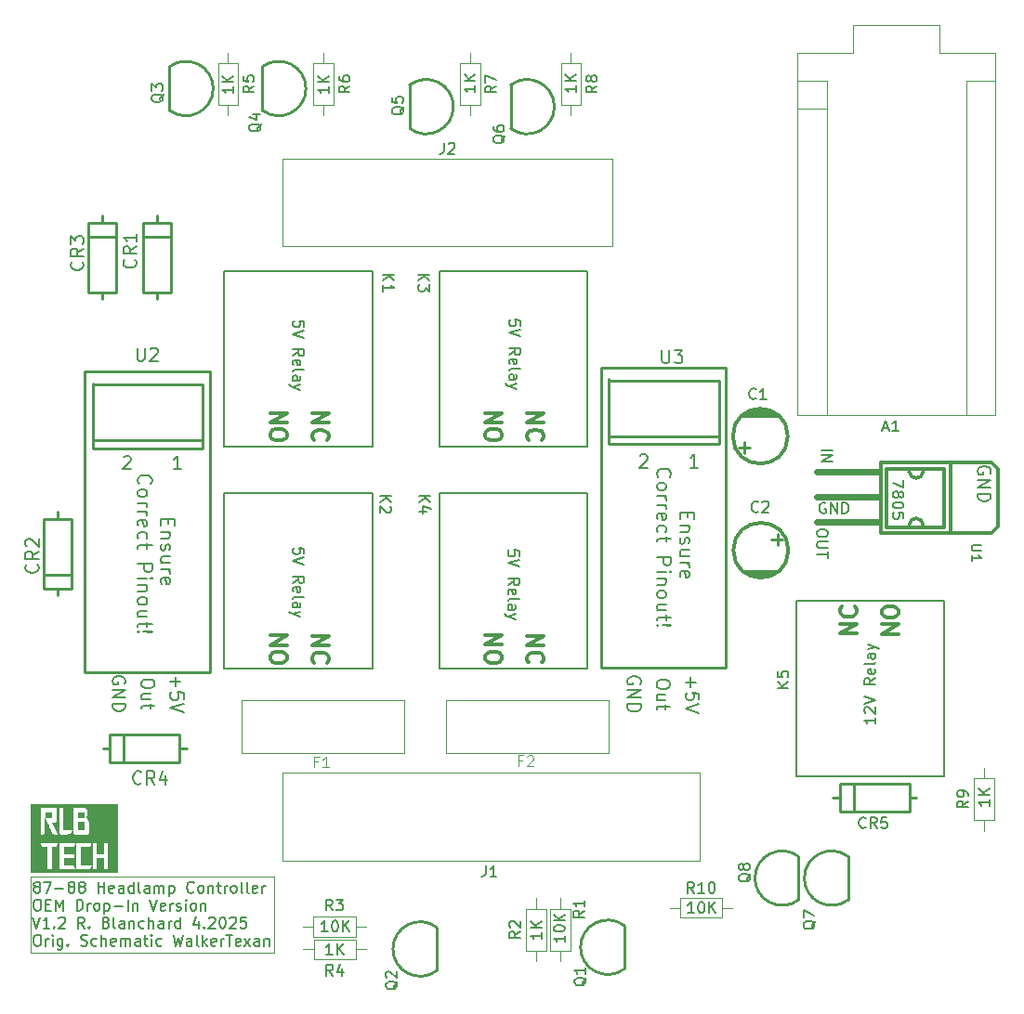
<source format=gbr>
%TF.GenerationSoftware,KiCad,Pcbnew,8.0.8*%
%TF.CreationDate,2025-04-12T15:43:34-04:00*%
%TF.ProjectId,Headlight Controller 1_2,48656164-6c69-4676-9874-20436f6e7472,1.2*%
%TF.SameCoordinates,Original*%
%TF.FileFunction,Legend,Top*%
%TF.FilePolarity,Positive*%
%FSLAX46Y46*%
G04 Gerber Fmt 4.6, Leading zero omitted, Abs format (unit mm)*
G04 Created by KiCad (PCBNEW 8.0.8) date 2025-04-12 15:43:34*
%MOMM*%
%LPD*%
G01*
G04 APERTURE LIST*
%ADD10C,0.100000*%
%ADD11C,0.150000*%
%ADD12C,0.200000*%
%ADD13C,0.300000*%
%ADD14C,0.152400*%
%ADD15C,0.254000*%
%ADD16C,0.120000*%
%ADD17C,0.609600*%
%ADD18C,0.304800*%
%ADD19C,0.000000*%
G04 APERTURE END LIST*
D10*
X109595642Y-88831739D02*
X106293642Y-88831739D01*
X107244642Y-88225739D01*
X108744642Y-88225739D01*
X109595642Y-88831739D01*
G36*
X109595642Y-88831739D02*
G01*
X106293642Y-88831739D01*
X107244642Y-88225739D01*
X108744642Y-88225739D01*
X109595642Y-88831739D01*
G37*
X41519709Y-130759612D02*
X63700000Y-130759612D01*
X63700000Y-137700000D01*
X41519709Y-137700000D01*
X41519709Y-130759612D01*
X108537249Y-103454594D02*
X107293642Y-103374261D01*
X106398000Y-102794000D01*
X109700000Y-102794000D01*
X108537249Y-103454594D01*
G36*
X108537249Y-103454594D02*
G01*
X107293642Y-103374261D01*
X106398000Y-102794000D01*
X109700000Y-102794000D01*
X108537249Y-103454594D01*
G37*
D11*
X68679819Y-58739411D02*
X68679819Y-59310839D01*
X68679819Y-59025125D02*
X67679819Y-59025125D01*
X67679819Y-59025125D02*
X67822676Y-59120363D01*
X67822676Y-59120363D02*
X67917914Y-59215601D01*
X67917914Y-59215601D02*
X67965533Y-59310839D01*
X68679819Y-58310839D02*
X67679819Y-58310839D01*
X68679819Y-57739411D02*
X68108390Y-58167982D01*
X67679819Y-57739411D02*
X68251247Y-58310839D01*
X101340774Y-97570111D02*
X101340774Y-98003445D01*
X100659822Y-98189159D02*
X100659822Y-97570111D01*
X100659822Y-97570111D02*
X101959822Y-97570111D01*
X101959822Y-97570111D02*
X101959822Y-98189159D01*
X101526488Y-98746301D02*
X100659822Y-98746301D01*
X101402679Y-98746301D02*
X101464584Y-98808206D01*
X101464584Y-98808206D02*
X101526488Y-98932016D01*
X101526488Y-98932016D02*
X101526488Y-99117730D01*
X101526488Y-99117730D02*
X101464584Y-99241539D01*
X101464584Y-99241539D02*
X101340774Y-99303444D01*
X101340774Y-99303444D02*
X100659822Y-99303444D01*
X100721727Y-99860587D02*
X100659822Y-99984396D01*
X100659822Y-99984396D02*
X100659822Y-100232015D01*
X100659822Y-100232015D02*
X100721727Y-100355825D01*
X100721727Y-100355825D02*
X100845536Y-100417729D01*
X100845536Y-100417729D02*
X100907441Y-100417729D01*
X100907441Y-100417729D02*
X101031250Y-100355825D01*
X101031250Y-100355825D02*
X101093155Y-100232015D01*
X101093155Y-100232015D02*
X101093155Y-100046301D01*
X101093155Y-100046301D02*
X101155060Y-99922491D01*
X101155060Y-99922491D02*
X101278869Y-99860587D01*
X101278869Y-99860587D02*
X101340774Y-99860587D01*
X101340774Y-99860587D02*
X101464584Y-99922491D01*
X101464584Y-99922491D02*
X101526488Y-100046301D01*
X101526488Y-100046301D02*
X101526488Y-100232015D01*
X101526488Y-100232015D02*
X101464584Y-100355825D01*
X101526488Y-101532015D02*
X100659822Y-101532015D01*
X101526488Y-100974872D02*
X100845536Y-100974872D01*
X100845536Y-100974872D02*
X100721727Y-101036777D01*
X100721727Y-101036777D02*
X100659822Y-101160587D01*
X100659822Y-101160587D02*
X100659822Y-101346301D01*
X100659822Y-101346301D02*
X100721727Y-101470110D01*
X100721727Y-101470110D02*
X100783631Y-101532015D01*
X100659822Y-102151062D02*
X101526488Y-102151062D01*
X101278869Y-102151062D02*
X101402679Y-102212967D01*
X101402679Y-102212967D02*
X101464584Y-102274872D01*
X101464584Y-102274872D02*
X101526488Y-102398681D01*
X101526488Y-102398681D02*
X101526488Y-102522491D01*
X100721727Y-103451062D02*
X100659822Y-103327253D01*
X100659822Y-103327253D02*
X100659822Y-103079634D01*
X100659822Y-103079634D02*
X100721727Y-102955824D01*
X100721727Y-102955824D02*
X100845536Y-102893920D01*
X100845536Y-102893920D02*
X101340774Y-102893920D01*
X101340774Y-102893920D02*
X101464584Y-102955824D01*
X101464584Y-102955824D02*
X101526488Y-103079634D01*
X101526488Y-103079634D02*
X101526488Y-103327253D01*
X101526488Y-103327253D02*
X101464584Y-103451062D01*
X101464584Y-103451062D02*
X101340774Y-103512967D01*
X101340774Y-103512967D02*
X101216965Y-103512967D01*
X101216965Y-103512967D02*
X101093155Y-102893920D01*
X98690704Y-94351064D02*
X98628800Y-94289160D01*
X98628800Y-94289160D02*
X98566895Y-94103445D01*
X98566895Y-94103445D02*
X98566895Y-93979636D01*
X98566895Y-93979636D02*
X98628800Y-93793922D01*
X98628800Y-93793922D02*
X98752609Y-93670112D01*
X98752609Y-93670112D02*
X98876419Y-93608207D01*
X98876419Y-93608207D02*
X99124038Y-93546303D01*
X99124038Y-93546303D02*
X99309752Y-93546303D01*
X99309752Y-93546303D02*
X99557371Y-93608207D01*
X99557371Y-93608207D02*
X99681180Y-93670112D01*
X99681180Y-93670112D02*
X99804990Y-93793922D01*
X99804990Y-93793922D02*
X99866895Y-93979636D01*
X99866895Y-93979636D02*
X99866895Y-94103445D01*
X99866895Y-94103445D02*
X99804990Y-94289160D01*
X99804990Y-94289160D02*
X99743085Y-94351064D01*
X98566895Y-95093922D02*
X98628800Y-94970112D01*
X98628800Y-94970112D02*
X98690704Y-94908207D01*
X98690704Y-94908207D02*
X98814514Y-94846303D01*
X98814514Y-94846303D02*
X99185942Y-94846303D01*
X99185942Y-94846303D02*
X99309752Y-94908207D01*
X99309752Y-94908207D02*
X99371657Y-94970112D01*
X99371657Y-94970112D02*
X99433561Y-95093922D01*
X99433561Y-95093922D02*
X99433561Y-95279636D01*
X99433561Y-95279636D02*
X99371657Y-95403445D01*
X99371657Y-95403445D02*
X99309752Y-95465350D01*
X99309752Y-95465350D02*
X99185942Y-95527255D01*
X99185942Y-95527255D02*
X98814514Y-95527255D01*
X98814514Y-95527255D02*
X98690704Y-95465350D01*
X98690704Y-95465350D02*
X98628800Y-95403445D01*
X98628800Y-95403445D02*
X98566895Y-95279636D01*
X98566895Y-95279636D02*
X98566895Y-95093922D01*
X98566895Y-96084397D02*
X99433561Y-96084397D01*
X99185942Y-96084397D02*
X99309752Y-96146302D01*
X99309752Y-96146302D02*
X99371657Y-96208207D01*
X99371657Y-96208207D02*
X99433561Y-96332016D01*
X99433561Y-96332016D02*
X99433561Y-96455826D01*
X98566895Y-96889159D02*
X99433561Y-96889159D01*
X99185942Y-96889159D02*
X99309752Y-96951064D01*
X99309752Y-96951064D02*
X99371657Y-97012969D01*
X99371657Y-97012969D02*
X99433561Y-97136778D01*
X99433561Y-97136778D02*
X99433561Y-97260588D01*
X98628800Y-98189159D02*
X98566895Y-98065350D01*
X98566895Y-98065350D02*
X98566895Y-97817731D01*
X98566895Y-97817731D02*
X98628800Y-97693921D01*
X98628800Y-97693921D02*
X98752609Y-97632017D01*
X98752609Y-97632017D02*
X99247847Y-97632017D01*
X99247847Y-97632017D02*
X99371657Y-97693921D01*
X99371657Y-97693921D02*
X99433561Y-97817731D01*
X99433561Y-97817731D02*
X99433561Y-98065350D01*
X99433561Y-98065350D02*
X99371657Y-98189159D01*
X99371657Y-98189159D02*
X99247847Y-98251064D01*
X99247847Y-98251064D02*
X99124038Y-98251064D01*
X99124038Y-98251064D02*
X99000228Y-97632017D01*
X98628800Y-99365350D02*
X98566895Y-99241541D01*
X98566895Y-99241541D02*
X98566895Y-98993922D01*
X98566895Y-98993922D02*
X98628800Y-98870112D01*
X98628800Y-98870112D02*
X98690704Y-98808207D01*
X98690704Y-98808207D02*
X98814514Y-98746303D01*
X98814514Y-98746303D02*
X99185942Y-98746303D01*
X99185942Y-98746303D02*
X99309752Y-98808207D01*
X99309752Y-98808207D02*
X99371657Y-98870112D01*
X99371657Y-98870112D02*
X99433561Y-98993922D01*
X99433561Y-98993922D02*
X99433561Y-99241541D01*
X99433561Y-99241541D02*
X99371657Y-99365350D01*
X99433561Y-99736779D02*
X99433561Y-100232017D01*
X99866895Y-99922493D02*
X98752609Y-99922493D01*
X98752609Y-99922493D02*
X98628800Y-99984398D01*
X98628800Y-99984398D02*
X98566895Y-100108208D01*
X98566895Y-100108208D02*
X98566895Y-100232017D01*
X98566895Y-101655826D02*
X99866895Y-101655826D01*
X99866895Y-101655826D02*
X99866895Y-102151064D01*
X99866895Y-102151064D02*
X99804990Y-102274874D01*
X99804990Y-102274874D02*
X99743085Y-102336779D01*
X99743085Y-102336779D02*
X99619276Y-102398683D01*
X99619276Y-102398683D02*
X99433561Y-102398683D01*
X99433561Y-102398683D02*
X99309752Y-102336779D01*
X99309752Y-102336779D02*
X99247847Y-102274874D01*
X99247847Y-102274874D02*
X99185942Y-102151064D01*
X99185942Y-102151064D02*
X99185942Y-101655826D01*
X98566895Y-102955826D02*
X99433561Y-102955826D01*
X99866895Y-102955826D02*
X99804990Y-102893922D01*
X99804990Y-102893922D02*
X99743085Y-102955826D01*
X99743085Y-102955826D02*
X99804990Y-103017731D01*
X99804990Y-103017731D02*
X99866895Y-102955826D01*
X99866895Y-102955826D02*
X99743085Y-102955826D01*
X99433561Y-103574874D02*
X98566895Y-103574874D01*
X99309752Y-103574874D02*
X99371657Y-103636779D01*
X99371657Y-103636779D02*
X99433561Y-103760589D01*
X99433561Y-103760589D02*
X99433561Y-103946303D01*
X99433561Y-103946303D02*
X99371657Y-104070112D01*
X99371657Y-104070112D02*
X99247847Y-104132017D01*
X99247847Y-104132017D02*
X98566895Y-104132017D01*
X98566895Y-104936779D02*
X98628800Y-104812969D01*
X98628800Y-104812969D02*
X98690704Y-104751064D01*
X98690704Y-104751064D02*
X98814514Y-104689160D01*
X98814514Y-104689160D02*
X99185942Y-104689160D01*
X99185942Y-104689160D02*
X99309752Y-104751064D01*
X99309752Y-104751064D02*
X99371657Y-104812969D01*
X99371657Y-104812969D02*
X99433561Y-104936779D01*
X99433561Y-104936779D02*
X99433561Y-105122493D01*
X99433561Y-105122493D02*
X99371657Y-105246302D01*
X99371657Y-105246302D02*
X99309752Y-105308207D01*
X99309752Y-105308207D02*
X99185942Y-105370112D01*
X99185942Y-105370112D02*
X98814514Y-105370112D01*
X98814514Y-105370112D02*
X98690704Y-105308207D01*
X98690704Y-105308207D02*
X98628800Y-105246302D01*
X98628800Y-105246302D02*
X98566895Y-105122493D01*
X98566895Y-105122493D02*
X98566895Y-104936779D01*
X99433561Y-106484397D02*
X98566895Y-106484397D01*
X99433561Y-105927254D02*
X98752609Y-105927254D01*
X98752609Y-105927254D02*
X98628800Y-105989159D01*
X98628800Y-105989159D02*
X98566895Y-106112969D01*
X98566895Y-106112969D02*
X98566895Y-106298683D01*
X98566895Y-106298683D02*
X98628800Y-106422492D01*
X98628800Y-106422492D02*
X98690704Y-106484397D01*
X99433561Y-106917730D02*
X99433561Y-107412968D01*
X99866895Y-107103444D02*
X98752609Y-107103444D01*
X98752609Y-107103444D02*
X98628800Y-107165349D01*
X98628800Y-107165349D02*
X98566895Y-107289159D01*
X98566895Y-107289159D02*
X98566895Y-107412968D01*
X98690704Y-107846301D02*
X98628800Y-107908206D01*
X98628800Y-107908206D02*
X98566895Y-107846301D01*
X98566895Y-107846301D02*
X98628800Y-107784397D01*
X98628800Y-107784397D02*
X98690704Y-107846301D01*
X98690704Y-107846301D02*
X98566895Y-107846301D01*
X99062133Y-107846301D02*
X99804990Y-107784397D01*
X99804990Y-107784397D02*
X99866895Y-107846301D01*
X99866895Y-107846301D02*
X99804990Y-107908206D01*
X99804990Y-107908206D02*
X99062133Y-107846301D01*
X99062133Y-107846301D02*
X99866895Y-107846301D01*
X128869819Y-123739411D02*
X128869819Y-124310839D01*
X128869819Y-124025125D02*
X127869819Y-124025125D01*
X127869819Y-124025125D02*
X128012676Y-124120363D01*
X128012676Y-124120363D02*
X128107914Y-124215601D01*
X128107914Y-124215601D02*
X128155533Y-124310839D01*
X128869819Y-123310839D02*
X127869819Y-123310839D01*
X128869819Y-122739411D02*
X128298390Y-123167982D01*
X127869819Y-122739411D02*
X128441247Y-123310839D01*
X101960588Y-134069819D02*
X101389160Y-134069819D01*
X101674874Y-134069819D02*
X101674874Y-133069819D01*
X101674874Y-133069819D02*
X101579636Y-133212676D01*
X101579636Y-133212676D02*
X101484398Y-133307914D01*
X101484398Y-133307914D02*
X101389160Y-133355533D01*
X102579636Y-133069819D02*
X102674874Y-133069819D01*
X102674874Y-133069819D02*
X102770112Y-133117438D01*
X102770112Y-133117438D02*
X102817731Y-133165057D01*
X102817731Y-133165057D02*
X102865350Y-133260295D01*
X102865350Y-133260295D02*
X102912969Y-133450771D01*
X102912969Y-133450771D02*
X102912969Y-133688866D01*
X102912969Y-133688866D02*
X102865350Y-133879342D01*
X102865350Y-133879342D02*
X102817731Y-133974580D01*
X102817731Y-133974580D02*
X102770112Y-134022200D01*
X102770112Y-134022200D02*
X102674874Y-134069819D01*
X102674874Y-134069819D02*
X102579636Y-134069819D01*
X102579636Y-134069819D02*
X102484398Y-134022200D01*
X102484398Y-134022200D02*
X102436779Y-133974580D01*
X102436779Y-133974580D02*
X102389160Y-133879342D01*
X102389160Y-133879342D02*
X102341541Y-133688866D01*
X102341541Y-133688866D02*
X102341541Y-133450771D01*
X102341541Y-133450771D02*
X102389160Y-133260295D01*
X102389160Y-133260295D02*
X102436779Y-133165057D01*
X102436779Y-133165057D02*
X102484398Y-133117438D01*
X102484398Y-133117438D02*
X102579636Y-133069819D01*
X103341541Y-134069819D02*
X103341541Y-133069819D01*
X103912969Y-134069819D02*
X103484398Y-133498390D01*
X103912969Y-133069819D02*
X103341541Y-133641247D01*
X54040774Y-98170111D02*
X54040774Y-98603445D01*
X53359822Y-98789159D02*
X53359822Y-98170111D01*
X53359822Y-98170111D02*
X54659822Y-98170111D01*
X54659822Y-98170111D02*
X54659822Y-98789159D01*
X54226488Y-99346301D02*
X53359822Y-99346301D01*
X54102679Y-99346301D02*
X54164584Y-99408206D01*
X54164584Y-99408206D02*
X54226488Y-99532016D01*
X54226488Y-99532016D02*
X54226488Y-99717730D01*
X54226488Y-99717730D02*
X54164584Y-99841539D01*
X54164584Y-99841539D02*
X54040774Y-99903444D01*
X54040774Y-99903444D02*
X53359822Y-99903444D01*
X53421727Y-100460587D02*
X53359822Y-100584396D01*
X53359822Y-100584396D02*
X53359822Y-100832015D01*
X53359822Y-100832015D02*
X53421727Y-100955825D01*
X53421727Y-100955825D02*
X53545536Y-101017729D01*
X53545536Y-101017729D02*
X53607441Y-101017729D01*
X53607441Y-101017729D02*
X53731250Y-100955825D01*
X53731250Y-100955825D02*
X53793155Y-100832015D01*
X53793155Y-100832015D02*
X53793155Y-100646301D01*
X53793155Y-100646301D02*
X53855060Y-100522491D01*
X53855060Y-100522491D02*
X53978869Y-100460587D01*
X53978869Y-100460587D02*
X54040774Y-100460587D01*
X54040774Y-100460587D02*
X54164584Y-100522491D01*
X54164584Y-100522491D02*
X54226488Y-100646301D01*
X54226488Y-100646301D02*
X54226488Y-100832015D01*
X54226488Y-100832015D02*
X54164584Y-100955825D01*
X54226488Y-102132015D02*
X53359822Y-102132015D01*
X54226488Y-101574872D02*
X53545536Y-101574872D01*
X53545536Y-101574872D02*
X53421727Y-101636777D01*
X53421727Y-101636777D02*
X53359822Y-101760587D01*
X53359822Y-101760587D02*
X53359822Y-101946301D01*
X53359822Y-101946301D02*
X53421727Y-102070110D01*
X53421727Y-102070110D02*
X53483631Y-102132015D01*
X53359822Y-102751062D02*
X54226488Y-102751062D01*
X53978869Y-102751062D02*
X54102679Y-102812967D01*
X54102679Y-102812967D02*
X54164584Y-102874872D01*
X54164584Y-102874872D02*
X54226488Y-102998681D01*
X54226488Y-102998681D02*
X54226488Y-103122491D01*
X53421727Y-104051062D02*
X53359822Y-103927253D01*
X53359822Y-103927253D02*
X53359822Y-103679634D01*
X53359822Y-103679634D02*
X53421727Y-103555824D01*
X53421727Y-103555824D02*
X53545536Y-103493920D01*
X53545536Y-103493920D02*
X54040774Y-103493920D01*
X54040774Y-103493920D02*
X54164584Y-103555824D01*
X54164584Y-103555824D02*
X54226488Y-103679634D01*
X54226488Y-103679634D02*
X54226488Y-103927253D01*
X54226488Y-103927253D02*
X54164584Y-104051062D01*
X54164584Y-104051062D02*
X54040774Y-104112967D01*
X54040774Y-104112967D02*
X53916965Y-104112967D01*
X53916965Y-104112967D02*
X53793155Y-103493920D01*
X51390704Y-94951064D02*
X51328800Y-94889160D01*
X51328800Y-94889160D02*
X51266895Y-94703445D01*
X51266895Y-94703445D02*
X51266895Y-94579636D01*
X51266895Y-94579636D02*
X51328800Y-94393922D01*
X51328800Y-94393922D02*
X51452609Y-94270112D01*
X51452609Y-94270112D02*
X51576419Y-94208207D01*
X51576419Y-94208207D02*
X51824038Y-94146303D01*
X51824038Y-94146303D02*
X52009752Y-94146303D01*
X52009752Y-94146303D02*
X52257371Y-94208207D01*
X52257371Y-94208207D02*
X52381180Y-94270112D01*
X52381180Y-94270112D02*
X52504990Y-94393922D01*
X52504990Y-94393922D02*
X52566895Y-94579636D01*
X52566895Y-94579636D02*
X52566895Y-94703445D01*
X52566895Y-94703445D02*
X52504990Y-94889160D01*
X52504990Y-94889160D02*
X52443085Y-94951064D01*
X51266895Y-95693922D02*
X51328800Y-95570112D01*
X51328800Y-95570112D02*
X51390704Y-95508207D01*
X51390704Y-95508207D02*
X51514514Y-95446303D01*
X51514514Y-95446303D02*
X51885942Y-95446303D01*
X51885942Y-95446303D02*
X52009752Y-95508207D01*
X52009752Y-95508207D02*
X52071657Y-95570112D01*
X52071657Y-95570112D02*
X52133561Y-95693922D01*
X52133561Y-95693922D02*
X52133561Y-95879636D01*
X52133561Y-95879636D02*
X52071657Y-96003445D01*
X52071657Y-96003445D02*
X52009752Y-96065350D01*
X52009752Y-96065350D02*
X51885942Y-96127255D01*
X51885942Y-96127255D02*
X51514514Y-96127255D01*
X51514514Y-96127255D02*
X51390704Y-96065350D01*
X51390704Y-96065350D02*
X51328800Y-96003445D01*
X51328800Y-96003445D02*
X51266895Y-95879636D01*
X51266895Y-95879636D02*
X51266895Y-95693922D01*
X51266895Y-96684397D02*
X52133561Y-96684397D01*
X51885942Y-96684397D02*
X52009752Y-96746302D01*
X52009752Y-96746302D02*
X52071657Y-96808207D01*
X52071657Y-96808207D02*
X52133561Y-96932016D01*
X52133561Y-96932016D02*
X52133561Y-97055826D01*
X51266895Y-97489159D02*
X52133561Y-97489159D01*
X51885942Y-97489159D02*
X52009752Y-97551064D01*
X52009752Y-97551064D02*
X52071657Y-97612969D01*
X52071657Y-97612969D02*
X52133561Y-97736778D01*
X52133561Y-97736778D02*
X52133561Y-97860588D01*
X51328800Y-98789159D02*
X51266895Y-98665350D01*
X51266895Y-98665350D02*
X51266895Y-98417731D01*
X51266895Y-98417731D02*
X51328800Y-98293921D01*
X51328800Y-98293921D02*
X51452609Y-98232017D01*
X51452609Y-98232017D02*
X51947847Y-98232017D01*
X51947847Y-98232017D02*
X52071657Y-98293921D01*
X52071657Y-98293921D02*
X52133561Y-98417731D01*
X52133561Y-98417731D02*
X52133561Y-98665350D01*
X52133561Y-98665350D02*
X52071657Y-98789159D01*
X52071657Y-98789159D02*
X51947847Y-98851064D01*
X51947847Y-98851064D02*
X51824038Y-98851064D01*
X51824038Y-98851064D02*
X51700228Y-98232017D01*
X51328800Y-99965350D02*
X51266895Y-99841541D01*
X51266895Y-99841541D02*
X51266895Y-99593922D01*
X51266895Y-99593922D02*
X51328800Y-99470112D01*
X51328800Y-99470112D02*
X51390704Y-99408207D01*
X51390704Y-99408207D02*
X51514514Y-99346303D01*
X51514514Y-99346303D02*
X51885942Y-99346303D01*
X51885942Y-99346303D02*
X52009752Y-99408207D01*
X52009752Y-99408207D02*
X52071657Y-99470112D01*
X52071657Y-99470112D02*
X52133561Y-99593922D01*
X52133561Y-99593922D02*
X52133561Y-99841541D01*
X52133561Y-99841541D02*
X52071657Y-99965350D01*
X52133561Y-100336779D02*
X52133561Y-100832017D01*
X52566895Y-100522493D02*
X51452609Y-100522493D01*
X51452609Y-100522493D02*
X51328800Y-100584398D01*
X51328800Y-100584398D02*
X51266895Y-100708208D01*
X51266895Y-100708208D02*
X51266895Y-100832017D01*
X51266895Y-102255826D02*
X52566895Y-102255826D01*
X52566895Y-102255826D02*
X52566895Y-102751064D01*
X52566895Y-102751064D02*
X52504990Y-102874874D01*
X52504990Y-102874874D02*
X52443085Y-102936779D01*
X52443085Y-102936779D02*
X52319276Y-102998683D01*
X52319276Y-102998683D02*
X52133561Y-102998683D01*
X52133561Y-102998683D02*
X52009752Y-102936779D01*
X52009752Y-102936779D02*
X51947847Y-102874874D01*
X51947847Y-102874874D02*
X51885942Y-102751064D01*
X51885942Y-102751064D02*
X51885942Y-102255826D01*
X51266895Y-103555826D02*
X52133561Y-103555826D01*
X52566895Y-103555826D02*
X52504990Y-103493922D01*
X52504990Y-103493922D02*
X52443085Y-103555826D01*
X52443085Y-103555826D02*
X52504990Y-103617731D01*
X52504990Y-103617731D02*
X52566895Y-103555826D01*
X52566895Y-103555826D02*
X52443085Y-103555826D01*
X52133561Y-104174874D02*
X51266895Y-104174874D01*
X52009752Y-104174874D02*
X52071657Y-104236779D01*
X52071657Y-104236779D02*
X52133561Y-104360589D01*
X52133561Y-104360589D02*
X52133561Y-104546303D01*
X52133561Y-104546303D02*
X52071657Y-104670112D01*
X52071657Y-104670112D02*
X51947847Y-104732017D01*
X51947847Y-104732017D02*
X51266895Y-104732017D01*
X51266895Y-105536779D02*
X51328800Y-105412969D01*
X51328800Y-105412969D02*
X51390704Y-105351064D01*
X51390704Y-105351064D02*
X51514514Y-105289160D01*
X51514514Y-105289160D02*
X51885942Y-105289160D01*
X51885942Y-105289160D02*
X52009752Y-105351064D01*
X52009752Y-105351064D02*
X52071657Y-105412969D01*
X52071657Y-105412969D02*
X52133561Y-105536779D01*
X52133561Y-105536779D02*
X52133561Y-105722493D01*
X52133561Y-105722493D02*
X52071657Y-105846302D01*
X52071657Y-105846302D02*
X52009752Y-105908207D01*
X52009752Y-105908207D02*
X51885942Y-105970112D01*
X51885942Y-105970112D02*
X51514514Y-105970112D01*
X51514514Y-105970112D02*
X51390704Y-105908207D01*
X51390704Y-105908207D02*
X51328800Y-105846302D01*
X51328800Y-105846302D02*
X51266895Y-105722493D01*
X51266895Y-105722493D02*
X51266895Y-105536779D01*
X52133561Y-107084397D02*
X51266895Y-107084397D01*
X52133561Y-106527254D02*
X51452609Y-106527254D01*
X51452609Y-106527254D02*
X51328800Y-106589159D01*
X51328800Y-106589159D02*
X51266895Y-106712969D01*
X51266895Y-106712969D02*
X51266895Y-106898683D01*
X51266895Y-106898683D02*
X51328800Y-107022492D01*
X51328800Y-107022492D02*
X51390704Y-107084397D01*
X52133561Y-107517730D02*
X52133561Y-108012968D01*
X52566895Y-107703444D02*
X51452609Y-107703444D01*
X51452609Y-107703444D02*
X51328800Y-107765349D01*
X51328800Y-107765349D02*
X51266895Y-107889159D01*
X51266895Y-107889159D02*
X51266895Y-108012968D01*
X51390704Y-108446301D02*
X51328800Y-108508206D01*
X51328800Y-108508206D02*
X51266895Y-108446301D01*
X51266895Y-108446301D02*
X51328800Y-108384397D01*
X51328800Y-108384397D02*
X51390704Y-108446301D01*
X51390704Y-108446301D02*
X51266895Y-108446301D01*
X51762133Y-108446301D02*
X52504990Y-108384397D01*
X52504990Y-108384397D02*
X52566895Y-108446301D01*
X52566895Y-108446301D02*
X52504990Y-108508206D01*
X52504990Y-108508206D02*
X51762133Y-108446301D01*
X51762133Y-108446301D02*
X52566895Y-108446301D01*
X59969819Y-58739411D02*
X59969819Y-59310839D01*
X59969819Y-59025125D02*
X58969819Y-59025125D01*
X58969819Y-59025125D02*
X59112676Y-59120363D01*
X59112676Y-59120363D02*
X59207914Y-59215601D01*
X59207914Y-59215601D02*
X59255533Y-59310839D01*
X59969819Y-58310839D02*
X58969819Y-58310839D01*
X59969819Y-57739411D02*
X59398390Y-58167982D01*
X58969819Y-57739411D02*
X59541247Y-58310839D01*
X91214874Y-58639411D02*
X91214874Y-59210839D01*
X91214874Y-58925125D02*
X90214874Y-58925125D01*
X90214874Y-58925125D02*
X90357731Y-59020363D01*
X90357731Y-59020363D02*
X90452969Y-59115601D01*
X90452969Y-59115601D02*
X90500588Y-59210839D01*
X91214874Y-58210839D02*
X90214874Y-58210839D01*
X91214874Y-57639411D02*
X90643445Y-58067982D01*
X90214874Y-57639411D02*
X90786302Y-58210839D01*
D12*
X52807257Y-113060149D02*
X52807257Y-113288721D01*
X52807257Y-113288721D02*
X52750114Y-113403006D01*
X52750114Y-113403006D02*
X52635828Y-113517292D01*
X52635828Y-113517292D02*
X52407257Y-113574435D01*
X52407257Y-113574435D02*
X52007257Y-113574435D01*
X52007257Y-113574435D02*
X51778685Y-113517292D01*
X51778685Y-113517292D02*
X51664400Y-113403006D01*
X51664400Y-113403006D02*
X51607257Y-113288721D01*
X51607257Y-113288721D02*
X51607257Y-113060149D01*
X51607257Y-113060149D02*
X51664400Y-112945864D01*
X51664400Y-112945864D02*
X51778685Y-112831578D01*
X51778685Y-112831578D02*
X52007257Y-112774435D01*
X52007257Y-112774435D02*
X52407257Y-112774435D01*
X52407257Y-112774435D02*
X52635828Y-112831578D01*
X52635828Y-112831578D02*
X52750114Y-112945864D01*
X52750114Y-112945864D02*
X52807257Y-113060149D01*
X52407257Y-114603007D02*
X51607257Y-114603007D01*
X52407257Y-114088721D02*
X51778685Y-114088721D01*
X51778685Y-114088721D02*
X51664400Y-114145864D01*
X51664400Y-114145864D02*
X51607257Y-114260149D01*
X51607257Y-114260149D02*
X51607257Y-114431578D01*
X51607257Y-114431578D02*
X51664400Y-114545864D01*
X51664400Y-114545864D02*
X51721542Y-114603007D01*
X52407257Y-115003006D02*
X52407257Y-115460149D01*
X52807257Y-115174435D02*
X51778685Y-115174435D01*
X51778685Y-115174435D02*
X51664400Y-115231578D01*
X51664400Y-115231578D02*
X51607257Y-115345863D01*
X51607257Y-115345863D02*
X51607257Y-115460149D01*
D11*
X69010588Y-137869819D02*
X68439160Y-137869819D01*
X68724874Y-137869819D02*
X68724874Y-136869819D01*
X68724874Y-136869819D02*
X68629636Y-137012676D01*
X68629636Y-137012676D02*
X68534398Y-137107914D01*
X68534398Y-137107914D02*
X68439160Y-137155533D01*
X69439160Y-137869819D02*
X69439160Y-136869819D01*
X70010588Y-137869819D02*
X69582017Y-137298390D01*
X70010588Y-136869819D02*
X69439160Y-137441247D01*
X86130180Y-80512969D02*
X86130180Y-80036779D01*
X86130180Y-80036779D02*
X85653990Y-79989160D01*
X85653990Y-79989160D02*
X85701609Y-80036779D01*
X85701609Y-80036779D02*
X85749228Y-80132017D01*
X85749228Y-80132017D02*
X85749228Y-80370112D01*
X85749228Y-80370112D02*
X85701609Y-80465350D01*
X85701609Y-80465350D02*
X85653990Y-80512969D01*
X85653990Y-80512969D02*
X85558752Y-80560588D01*
X85558752Y-80560588D02*
X85320657Y-80560588D01*
X85320657Y-80560588D02*
X85225419Y-80512969D01*
X85225419Y-80512969D02*
X85177800Y-80465350D01*
X85177800Y-80465350D02*
X85130180Y-80370112D01*
X85130180Y-80370112D02*
X85130180Y-80132017D01*
X85130180Y-80132017D02*
X85177800Y-80036779D01*
X85177800Y-80036779D02*
X85225419Y-79989160D01*
X86130180Y-80846303D02*
X85130180Y-81179636D01*
X85130180Y-81179636D02*
X86130180Y-81512969D01*
X85130180Y-83179636D02*
X85606371Y-82846303D01*
X85130180Y-82608208D02*
X86130180Y-82608208D01*
X86130180Y-82608208D02*
X86130180Y-82989160D01*
X86130180Y-82989160D02*
X86082561Y-83084398D01*
X86082561Y-83084398D02*
X86034942Y-83132017D01*
X86034942Y-83132017D02*
X85939704Y-83179636D01*
X85939704Y-83179636D02*
X85796847Y-83179636D01*
X85796847Y-83179636D02*
X85701609Y-83132017D01*
X85701609Y-83132017D02*
X85653990Y-83084398D01*
X85653990Y-83084398D02*
X85606371Y-82989160D01*
X85606371Y-82989160D02*
X85606371Y-82608208D01*
X85177800Y-83989160D02*
X85130180Y-83893922D01*
X85130180Y-83893922D02*
X85130180Y-83703446D01*
X85130180Y-83703446D02*
X85177800Y-83608208D01*
X85177800Y-83608208D02*
X85273038Y-83560589D01*
X85273038Y-83560589D02*
X85653990Y-83560589D01*
X85653990Y-83560589D02*
X85749228Y-83608208D01*
X85749228Y-83608208D02*
X85796847Y-83703446D01*
X85796847Y-83703446D02*
X85796847Y-83893922D01*
X85796847Y-83893922D02*
X85749228Y-83989160D01*
X85749228Y-83989160D02*
X85653990Y-84036779D01*
X85653990Y-84036779D02*
X85558752Y-84036779D01*
X85558752Y-84036779D02*
X85463514Y-83560589D01*
X85130180Y-84608208D02*
X85177800Y-84512970D01*
X85177800Y-84512970D02*
X85273038Y-84465351D01*
X85273038Y-84465351D02*
X86130180Y-84465351D01*
X85130180Y-85417732D02*
X85653990Y-85417732D01*
X85653990Y-85417732D02*
X85749228Y-85370113D01*
X85749228Y-85370113D02*
X85796847Y-85274875D01*
X85796847Y-85274875D02*
X85796847Y-85084399D01*
X85796847Y-85084399D02*
X85749228Y-84989161D01*
X85177800Y-85417732D02*
X85130180Y-85322494D01*
X85130180Y-85322494D02*
X85130180Y-85084399D01*
X85130180Y-85084399D02*
X85177800Y-84989161D01*
X85177800Y-84989161D02*
X85273038Y-84941542D01*
X85273038Y-84941542D02*
X85368276Y-84941542D01*
X85368276Y-84941542D02*
X85463514Y-84989161D01*
X85463514Y-84989161D02*
X85511133Y-85084399D01*
X85511133Y-85084399D02*
X85511133Y-85322494D01*
X85511133Y-85322494D02*
X85558752Y-85417732D01*
X85796847Y-85798685D02*
X85130180Y-86036780D01*
X85796847Y-86274875D02*
X85130180Y-86036780D01*
X85130180Y-86036780D02*
X84892085Y-85941542D01*
X84892085Y-85941542D02*
X84844466Y-85893923D01*
X84844466Y-85893923D02*
X84796847Y-85798685D01*
X86030180Y-101512969D02*
X86030180Y-101036779D01*
X86030180Y-101036779D02*
X85553990Y-100989160D01*
X85553990Y-100989160D02*
X85601609Y-101036779D01*
X85601609Y-101036779D02*
X85649228Y-101132017D01*
X85649228Y-101132017D02*
X85649228Y-101370112D01*
X85649228Y-101370112D02*
X85601609Y-101465350D01*
X85601609Y-101465350D02*
X85553990Y-101512969D01*
X85553990Y-101512969D02*
X85458752Y-101560588D01*
X85458752Y-101560588D02*
X85220657Y-101560588D01*
X85220657Y-101560588D02*
X85125419Y-101512969D01*
X85125419Y-101512969D02*
X85077800Y-101465350D01*
X85077800Y-101465350D02*
X85030180Y-101370112D01*
X85030180Y-101370112D02*
X85030180Y-101132017D01*
X85030180Y-101132017D02*
X85077800Y-101036779D01*
X85077800Y-101036779D02*
X85125419Y-100989160D01*
X86030180Y-101846303D02*
X85030180Y-102179636D01*
X85030180Y-102179636D02*
X86030180Y-102512969D01*
X85030180Y-104179636D02*
X85506371Y-103846303D01*
X85030180Y-103608208D02*
X86030180Y-103608208D01*
X86030180Y-103608208D02*
X86030180Y-103989160D01*
X86030180Y-103989160D02*
X85982561Y-104084398D01*
X85982561Y-104084398D02*
X85934942Y-104132017D01*
X85934942Y-104132017D02*
X85839704Y-104179636D01*
X85839704Y-104179636D02*
X85696847Y-104179636D01*
X85696847Y-104179636D02*
X85601609Y-104132017D01*
X85601609Y-104132017D02*
X85553990Y-104084398D01*
X85553990Y-104084398D02*
X85506371Y-103989160D01*
X85506371Y-103989160D02*
X85506371Y-103608208D01*
X85077800Y-104989160D02*
X85030180Y-104893922D01*
X85030180Y-104893922D02*
X85030180Y-104703446D01*
X85030180Y-104703446D02*
X85077800Y-104608208D01*
X85077800Y-104608208D02*
X85173038Y-104560589D01*
X85173038Y-104560589D02*
X85553990Y-104560589D01*
X85553990Y-104560589D02*
X85649228Y-104608208D01*
X85649228Y-104608208D02*
X85696847Y-104703446D01*
X85696847Y-104703446D02*
X85696847Y-104893922D01*
X85696847Y-104893922D02*
X85649228Y-104989160D01*
X85649228Y-104989160D02*
X85553990Y-105036779D01*
X85553990Y-105036779D02*
X85458752Y-105036779D01*
X85458752Y-105036779D02*
X85363514Y-104560589D01*
X85030180Y-105608208D02*
X85077800Y-105512970D01*
X85077800Y-105512970D02*
X85173038Y-105465351D01*
X85173038Y-105465351D02*
X86030180Y-105465351D01*
X85030180Y-106417732D02*
X85553990Y-106417732D01*
X85553990Y-106417732D02*
X85649228Y-106370113D01*
X85649228Y-106370113D02*
X85696847Y-106274875D01*
X85696847Y-106274875D02*
X85696847Y-106084399D01*
X85696847Y-106084399D02*
X85649228Y-105989161D01*
X85077800Y-106417732D02*
X85030180Y-106322494D01*
X85030180Y-106322494D02*
X85030180Y-106084399D01*
X85030180Y-106084399D02*
X85077800Y-105989161D01*
X85077800Y-105989161D02*
X85173038Y-105941542D01*
X85173038Y-105941542D02*
X85268276Y-105941542D01*
X85268276Y-105941542D02*
X85363514Y-105989161D01*
X85363514Y-105989161D02*
X85411133Y-106084399D01*
X85411133Y-106084399D02*
X85411133Y-106322494D01*
X85411133Y-106322494D02*
X85458752Y-106417732D01*
X85696847Y-106798685D02*
X85030180Y-107036780D01*
X85696847Y-107274875D02*
X85030180Y-107036780D01*
X85030180Y-107036780D02*
X84792085Y-106941542D01*
X84792085Y-106941542D02*
X84744466Y-106893923D01*
X84744466Y-106893923D02*
X84696847Y-106798685D01*
D12*
X99757257Y-113110149D02*
X99757257Y-113338721D01*
X99757257Y-113338721D02*
X99700114Y-113453006D01*
X99700114Y-113453006D02*
X99585828Y-113567292D01*
X99585828Y-113567292D02*
X99357257Y-113624435D01*
X99357257Y-113624435D02*
X98957257Y-113624435D01*
X98957257Y-113624435D02*
X98728685Y-113567292D01*
X98728685Y-113567292D02*
X98614400Y-113453006D01*
X98614400Y-113453006D02*
X98557257Y-113338721D01*
X98557257Y-113338721D02*
X98557257Y-113110149D01*
X98557257Y-113110149D02*
X98614400Y-112995864D01*
X98614400Y-112995864D02*
X98728685Y-112881578D01*
X98728685Y-112881578D02*
X98957257Y-112824435D01*
X98957257Y-112824435D02*
X99357257Y-112824435D01*
X99357257Y-112824435D02*
X99585828Y-112881578D01*
X99585828Y-112881578D02*
X99700114Y-112995864D01*
X99700114Y-112995864D02*
X99757257Y-113110149D01*
X99357257Y-114653007D02*
X98557257Y-114653007D01*
X99357257Y-114138721D02*
X98728685Y-114138721D01*
X98728685Y-114138721D02*
X98614400Y-114195864D01*
X98614400Y-114195864D02*
X98557257Y-114310149D01*
X98557257Y-114310149D02*
X98557257Y-114481578D01*
X98557257Y-114481578D02*
X98614400Y-114595864D01*
X98614400Y-114595864D02*
X98671542Y-114653007D01*
X99357257Y-115053006D02*
X99357257Y-115510149D01*
X99757257Y-115224435D02*
X98728685Y-115224435D01*
X98728685Y-115224435D02*
X98614400Y-115281578D01*
X98614400Y-115281578D02*
X98557257Y-115395863D01*
X98557257Y-115395863D02*
X98557257Y-115510149D01*
X97050114Y-113195863D02*
X97107257Y-113081578D01*
X97107257Y-113081578D02*
X97107257Y-112910149D01*
X97107257Y-112910149D02*
X97050114Y-112738720D01*
X97050114Y-112738720D02*
X96935828Y-112624435D01*
X96935828Y-112624435D02*
X96821542Y-112567292D01*
X96821542Y-112567292D02*
X96592971Y-112510149D01*
X96592971Y-112510149D02*
X96421542Y-112510149D01*
X96421542Y-112510149D02*
X96192971Y-112567292D01*
X96192971Y-112567292D02*
X96078685Y-112624435D01*
X96078685Y-112624435D02*
X95964400Y-112738720D01*
X95964400Y-112738720D02*
X95907257Y-112910149D01*
X95907257Y-112910149D02*
X95907257Y-113024435D01*
X95907257Y-113024435D02*
X95964400Y-113195863D01*
X95964400Y-113195863D02*
X96021542Y-113253006D01*
X96021542Y-113253006D02*
X96421542Y-113253006D01*
X96421542Y-113253006D02*
X96421542Y-113024435D01*
X95907257Y-113767292D02*
X97107257Y-113767292D01*
X97107257Y-113767292D02*
X95907257Y-114453006D01*
X95907257Y-114453006D02*
X97107257Y-114453006D01*
X95907257Y-115024435D02*
X97107257Y-115024435D01*
X97107257Y-115024435D02*
X97107257Y-115310149D01*
X97107257Y-115310149D02*
X97050114Y-115481578D01*
X97050114Y-115481578D02*
X96935828Y-115595863D01*
X96935828Y-115595863D02*
X96821542Y-115653006D01*
X96821542Y-115653006D02*
X96592971Y-115710149D01*
X96592971Y-115710149D02*
X96421542Y-115710149D01*
X96421542Y-115710149D02*
X96192971Y-115653006D01*
X96192971Y-115653006D02*
X96078685Y-115595863D01*
X96078685Y-115595863D02*
X95964400Y-115481578D01*
X95964400Y-115481578D02*
X95907257Y-115310149D01*
X95907257Y-115310149D02*
X95907257Y-115024435D01*
D11*
X41999345Y-131668558D02*
X41904107Y-131620939D01*
X41904107Y-131620939D02*
X41856488Y-131573320D01*
X41856488Y-131573320D02*
X41808869Y-131478082D01*
X41808869Y-131478082D02*
X41808869Y-131430463D01*
X41808869Y-131430463D02*
X41856488Y-131335225D01*
X41856488Y-131335225D02*
X41904107Y-131287606D01*
X41904107Y-131287606D02*
X41999345Y-131239987D01*
X41999345Y-131239987D02*
X42189821Y-131239987D01*
X42189821Y-131239987D02*
X42285059Y-131287606D01*
X42285059Y-131287606D02*
X42332678Y-131335225D01*
X42332678Y-131335225D02*
X42380297Y-131430463D01*
X42380297Y-131430463D02*
X42380297Y-131478082D01*
X42380297Y-131478082D02*
X42332678Y-131573320D01*
X42332678Y-131573320D02*
X42285059Y-131620939D01*
X42285059Y-131620939D02*
X42189821Y-131668558D01*
X42189821Y-131668558D02*
X41999345Y-131668558D01*
X41999345Y-131668558D02*
X41904107Y-131716177D01*
X41904107Y-131716177D02*
X41856488Y-131763796D01*
X41856488Y-131763796D02*
X41808869Y-131859034D01*
X41808869Y-131859034D02*
X41808869Y-132049510D01*
X41808869Y-132049510D02*
X41856488Y-132144748D01*
X41856488Y-132144748D02*
X41904107Y-132192368D01*
X41904107Y-132192368D02*
X41999345Y-132239987D01*
X41999345Y-132239987D02*
X42189821Y-132239987D01*
X42189821Y-132239987D02*
X42285059Y-132192368D01*
X42285059Y-132192368D02*
X42332678Y-132144748D01*
X42332678Y-132144748D02*
X42380297Y-132049510D01*
X42380297Y-132049510D02*
X42380297Y-131859034D01*
X42380297Y-131859034D02*
X42332678Y-131763796D01*
X42332678Y-131763796D02*
X42285059Y-131716177D01*
X42285059Y-131716177D02*
X42189821Y-131668558D01*
X42713631Y-131239987D02*
X43380297Y-131239987D01*
X43380297Y-131239987D02*
X42951726Y-132239987D01*
X43761250Y-131859034D02*
X44523155Y-131859034D01*
X45142202Y-131668558D02*
X45046964Y-131620939D01*
X45046964Y-131620939D02*
X44999345Y-131573320D01*
X44999345Y-131573320D02*
X44951726Y-131478082D01*
X44951726Y-131478082D02*
X44951726Y-131430463D01*
X44951726Y-131430463D02*
X44999345Y-131335225D01*
X44999345Y-131335225D02*
X45046964Y-131287606D01*
X45046964Y-131287606D02*
X45142202Y-131239987D01*
X45142202Y-131239987D02*
X45332678Y-131239987D01*
X45332678Y-131239987D02*
X45427916Y-131287606D01*
X45427916Y-131287606D02*
X45475535Y-131335225D01*
X45475535Y-131335225D02*
X45523154Y-131430463D01*
X45523154Y-131430463D02*
X45523154Y-131478082D01*
X45523154Y-131478082D02*
X45475535Y-131573320D01*
X45475535Y-131573320D02*
X45427916Y-131620939D01*
X45427916Y-131620939D02*
X45332678Y-131668558D01*
X45332678Y-131668558D02*
X45142202Y-131668558D01*
X45142202Y-131668558D02*
X45046964Y-131716177D01*
X45046964Y-131716177D02*
X44999345Y-131763796D01*
X44999345Y-131763796D02*
X44951726Y-131859034D01*
X44951726Y-131859034D02*
X44951726Y-132049510D01*
X44951726Y-132049510D02*
X44999345Y-132144748D01*
X44999345Y-132144748D02*
X45046964Y-132192368D01*
X45046964Y-132192368D02*
X45142202Y-132239987D01*
X45142202Y-132239987D02*
X45332678Y-132239987D01*
X45332678Y-132239987D02*
X45427916Y-132192368D01*
X45427916Y-132192368D02*
X45475535Y-132144748D01*
X45475535Y-132144748D02*
X45523154Y-132049510D01*
X45523154Y-132049510D02*
X45523154Y-131859034D01*
X45523154Y-131859034D02*
X45475535Y-131763796D01*
X45475535Y-131763796D02*
X45427916Y-131716177D01*
X45427916Y-131716177D02*
X45332678Y-131668558D01*
X46094583Y-131668558D02*
X45999345Y-131620939D01*
X45999345Y-131620939D02*
X45951726Y-131573320D01*
X45951726Y-131573320D02*
X45904107Y-131478082D01*
X45904107Y-131478082D02*
X45904107Y-131430463D01*
X45904107Y-131430463D02*
X45951726Y-131335225D01*
X45951726Y-131335225D02*
X45999345Y-131287606D01*
X45999345Y-131287606D02*
X46094583Y-131239987D01*
X46094583Y-131239987D02*
X46285059Y-131239987D01*
X46285059Y-131239987D02*
X46380297Y-131287606D01*
X46380297Y-131287606D02*
X46427916Y-131335225D01*
X46427916Y-131335225D02*
X46475535Y-131430463D01*
X46475535Y-131430463D02*
X46475535Y-131478082D01*
X46475535Y-131478082D02*
X46427916Y-131573320D01*
X46427916Y-131573320D02*
X46380297Y-131620939D01*
X46380297Y-131620939D02*
X46285059Y-131668558D01*
X46285059Y-131668558D02*
X46094583Y-131668558D01*
X46094583Y-131668558D02*
X45999345Y-131716177D01*
X45999345Y-131716177D02*
X45951726Y-131763796D01*
X45951726Y-131763796D02*
X45904107Y-131859034D01*
X45904107Y-131859034D02*
X45904107Y-132049510D01*
X45904107Y-132049510D02*
X45951726Y-132144748D01*
X45951726Y-132144748D02*
X45999345Y-132192368D01*
X45999345Y-132192368D02*
X46094583Y-132239987D01*
X46094583Y-132239987D02*
X46285059Y-132239987D01*
X46285059Y-132239987D02*
X46380297Y-132192368D01*
X46380297Y-132192368D02*
X46427916Y-132144748D01*
X46427916Y-132144748D02*
X46475535Y-132049510D01*
X46475535Y-132049510D02*
X46475535Y-131859034D01*
X46475535Y-131859034D02*
X46427916Y-131763796D01*
X46427916Y-131763796D02*
X46380297Y-131716177D01*
X46380297Y-131716177D02*
X46285059Y-131668558D01*
X47666012Y-132239987D02*
X47666012Y-131239987D01*
X47666012Y-131716177D02*
X48237440Y-131716177D01*
X48237440Y-132239987D02*
X48237440Y-131239987D01*
X49094583Y-132192368D02*
X48999345Y-132239987D01*
X48999345Y-132239987D02*
X48808869Y-132239987D01*
X48808869Y-132239987D02*
X48713631Y-132192368D01*
X48713631Y-132192368D02*
X48666012Y-132097129D01*
X48666012Y-132097129D02*
X48666012Y-131716177D01*
X48666012Y-131716177D02*
X48713631Y-131620939D01*
X48713631Y-131620939D02*
X48808869Y-131573320D01*
X48808869Y-131573320D02*
X48999345Y-131573320D01*
X48999345Y-131573320D02*
X49094583Y-131620939D01*
X49094583Y-131620939D02*
X49142202Y-131716177D01*
X49142202Y-131716177D02*
X49142202Y-131811415D01*
X49142202Y-131811415D02*
X48666012Y-131906653D01*
X49999345Y-132239987D02*
X49999345Y-131716177D01*
X49999345Y-131716177D02*
X49951726Y-131620939D01*
X49951726Y-131620939D02*
X49856488Y-131573320D01*
X49856488Y-131573320D02*
X49666012Y-131573320D01*
X49666012Y-131573320D02*
X49570774Y-131620939D01*
X49999345Y-132192368D02*
X49904107Y-132239987D01*
X49904107Y-132239987D02*
X49666012Y-132239987D01*
X49666012Y-132239987D02*
X49570774Y-132192368D01*
X49570774Y-132192368D02*
X49523155Y-132097129D01*
X49523155Y-132097129D02*
X49523155Y-132001891D01*
X49523155Y-132001891D02*
X49570774Y-131906653D01*
X49570774Y-131906653D02*
X49666012Y-131859034D01*
X49666012Y-131859034D02*
X49904107Y-131859034D01*
X49904107Y-131859034D02*
X49999345Y-131811415D01*
X50904107Y-132239987D02*
X50904107Y-131239987D01*
X50904107Y-132192368D02*
X50808869Y-132239987D01*
X50808869Y-132239987D02*
X50618393Y-132239987D01*
X50618393Y-132239987D02*
X50523155Y-132192368D01*
X50523155Y-132192368D02*
X50475536Y-132144748D01*
X50475536Y-132144748D02*
X50427917Y-132049510D01*
X50427917Y-132049510D02*
X50427917Y-131763796D01*
X50427917Y-131763796D02*
X50475536Y-131668558D01*
X50475536Y-131668558D02*
X50523155Y-131620939D01*
X50523155Y-131620939D02*
X50618393Y-131573320D01*
X50618393Y-131573320D02*
X50808869Y-131573320D01*
X50808869Y-131573320D02*
X50904107Y-131620939D01*
X51523155Y-132239987D02*
X51427917Y-132192368D01*
X51427917Y-132192368D02*
X51380298Y-132097129D01*
X51380298Y-132097129D02*
X51380298Y-131239987D01*
X52332679Y-132239987D02*
X52332679Y-131716177D01*
X52332679Y-131716177D02*
X52285060Y-131620939D01*
X52285060Y-131620939D02*
X52189822Y-131573320D01*
X52189822Y-131573320D02*
X51999346Y-131573320D01*
X51999346Y-131573320D02*
X51904108Y-131620939D01*
X52332679Y-132192368D02*
X52237441Y-132239987D01*
X52237441Y-132239987D02*
X51999346Y-132239987D01*
X51999346Y-132239987D02*
X51904108Y-132192368D01*
X51904108Y-132192368D02*
X51856489Y-132097129D01*
X51856489Y-132097129D02*
X51856489Y-132001891D01*
X51856489Y-132001891D02*
X51904108Y-131906653D01*
X51904108Y-131906653D02*
X51999346Y-131859034D01*
X51999346Y-131859034D02*
X52237441Y-131859034D01*
X52237441Y-131859034D02*
X52332679Y-131811415D01*
X52808870Y-132239987D02*
X52808870Y-131573320D01*
X52808870Y-131668558D02*
X52856489Y-131620939D01*
X52856489Y-131620939D02*
X52951727Y-131573320D01*
X52951727Y-131573320D02*
X53094584Y-131573320D01*
X53094584Y-131573320D02*
X53189822Y-131620939D01*
X53189822Y-131620939D02*
X53237441Y-131716177D01*
X53237441Y-131716177D02*
X53237441Y-132239987D01*
X53237441Y-131716177D02*
X53285060Y-131620939D01*
X53285060Y-131620939D02*
X53380298Y-131573320D01*
X53380298Y-131573320D02*
X53523155Y-131573320D01*
X53523155Y-131573320D02*
X53618394Y-131620939D01*
X53618394Y-131620939D02*
X53666013Y-131716177D01*
X53666013Y-131716177D02*
X53666013Y-132239987D01*
X54142203Y-131573320D02*
X54142203Y-132573320D01*
X54142203Y-131620939D02*
X54237441Y-131573320D01*
X54237441Y-131573320D02*
X54427917Y-131573320D01*
X54427917Y-131573320D02*
X54523155Y-131620939D01*
X54523155Y-131620939D02*
X54570774Y-131668558D01*
X54570774Y-131668558D02*
X54618393Y-131763796D01*
X54618393Y-131763796D02*
X54618393Y-132049510D01*
X54618393Y-132049510D02*
X54570774Y-132144748D01*
X54570774Y-132144748D02*
X54523155Y-132192368D01*
X54523155Y-132192368D02*
X54427917Y-132239987D01*
X54427917Y-132239987D02*
X54237441Y-132239987D01*
X54237441Y-132239987D02*
X54142203Y-132192368D01*
X56380298Y-132144748D02*
X56332679Y-132192368D01*
X56332679Y-132192368D02*
X56189822Y-132239987D01*
X56189822Y-132239987D02*
X56094584Y-132239987D01*
X56094584Y-132239987D02*
X55951727Y-132192368D01*
X55951727Y-132192368D02*
X55856489Y-132097129D01*
X55856489Y-132097129D02*
X55808870Y-132001891D01*
X55808870Y-132001891D02*
X55761251Y-131811415D01*
X55761251Y-131811415D02*
X55761251Y-131668558D01*
X55761251Y-131668558D02*
X55808870Y-131478082D01*
X55808870Y-131478082D02*
X55856489Y-131382844D01*
X55856489Y-131382844D02*
X55951727Y-131287606D01*
X55951727Y-131287606D02*
X56094584Y-131239987D01*
X56094584Y-131239987D02*
X56189822Y-131239987D01*
X56189822Y-131239987D02*
X56332679Y-131287606D01*
X56332679Y-131287606D02*
X56380298Y-131335225D01*
X56951727Y-132239987D02*
X56856489Y-132192368D01*
X56856489Y-132192368D02*
X56808870Y-132144748D01*
X56808870Y-132144748D02*
X56761251Y-132049510D01*
X56761251Y-132049510D02*
X56761251Y-131763796D01*
X56761251Y-131763796D02*
X56808870Y-131668558D01*
X56808870Y-131668558D02*
X56856489Y-131620939D01*
X56856489Y-131620939D02*
X56951727Y-131573320D01*
X56951727Y-131573320D02*
X57094584Y-131573320D01*
X57094584Y-131573320D02*
X57189822Y-131620939D01*
X57189822Y-131620939D02*
X57237441Y-131668558D01*
X57237441Y-131668558D02*
X57285060Y-131763796D01*
X57285060Y-131763796D02*
X57285060Y-132049510D01*
X57285060Y-132049510D02*
X57237441Y-132144748D01*
X57237441Y-132144748D02*
X57189822Y-132192368D01*
X57189822Y-132192368D02*
X57094584Y-132239987D01*
X57094584Y-132239987D02*
X56951727Y-132239987D01*
X57713632Y-131573320D02*
X57713632Y-132239987D01*
X57713632Y-131668558D02*
X57761251Y-131620939D01*
X57761251Y-131620939D02*
X57856489Y-131573320D01*
X57856489Y-131573320D02*
X57999346Y-131573320D01*
X57999346Y-131573320D02*
X58094584Y-131620939D01*
X58094584Y-131620939D02*
X58142203Y-131716177D01*
X58142203Y-131716177D02*
X58142203Y-132239987D01*
X58475537Y-131573320D02*
X58856489Y-131573320D01*
X58618394Y-131239987D02*
X58618394Y-132097129D01*
X58618394Y-132097129D02*
X58666013Y-132192368D01*
X58666013Y-132192368D02*
X58761251Y-132239987D01*
X58761251Y-132239987D02*
X58856489Y-132239987D01*
X59189823Y-132239987D02*
X59189823Y-131573320D01*
X59189823Y-131763796D02*
X59237442Y-131668558D01*
X59237442Y-131668558D02*
X59285061Y-131620939D01*
X59285061Y-131620939D02*
X59380299Y-131573320D01*
X59380299Y-131573320D02*
X59475537Y-131573320D01*
X59951728Y-132239987D02*
X59856490Y-132192368D01*
X59856490Y-132192368D02*
X59808871Y-132144748D01*
X59808871Y-132144748D02*
X59761252Y-132049510D01*
X59761252Y-132049510D02*
X59761252Y-131763796D01*
X59761252Y-131763796D02*
X59808871Y-131668558D01*
X59808871Y-131668558D02*
X59856490Y-131620939D01*
X59856490Y-131620939D02*
X59951728Y-131573320D01*
X59951728Y-131573320D02*
X60094585Y-131573320D01*
X60094585Y-131573320D02*
X60189823Y-131620939D01*
X60189823Y-131620939D02*
X60237442Y-131668558D01*
X60237442Y-131668558D02*
X60285061Y-131763796D01*
X60285061Y-131763796D02*
X60285061Y-132049510D01*
X60285061Y-132049510D02*
X60237442Y-132144748D01*
X60237442Y-132144748D02*
X60189823Y-132192368D01*
X60189823Y-132192368D02*
X60094585Y-132239987D01*
X60094585Y-132239987D02*
X59951728Y-132239987D01*
X60856490Y-132239987D02*
X60761252Y-132192368D01*
X60761252Y-132192368D02*
X60713633Y-132097129D01*
X60713633Y-132097129D02*
X60713633Y-131239987D01*
X61380300Y-132239987D02*
X61285062Y-132192368D01*
X61285062Y-132192368D02*
X61237443Y-132097129D01*
X61237443Y-132097129D02*
X61237443Y-131239987D01*
X62142205Y-132192368D02*
X62046967Y-132239987D01*
X62046967Y-132239987D02*
X61856491Y-132239987D01*
X61856491Y-132239987D02*
X61761253Y-132192368D01*
X61761253Y-132192368D02*
X61713634Y-132097129D01*
X61713634Y-132097129D02*
X61713634Y-131716177D01*
X61713634Y-131716177D02*
X61761253Y-131620939D01*
X61761253Y-131620939D02*
X61856491Y-131573320D01*
X61856491Y-131573320D02*
X62046967Y-131573320D01*
X62046967Y-131573320D02*
X62142205Y-131620939D01*
X62142205Y-131620939D02*
X62189824Y-131716177D01*
X62189824Y-131716177D02*
X62189824Y-131811415D01*
X62189824Y-131811415D02*
X61713634Y-131906653D01*
X62618396Y-132239987D02*
X62618396Y-131573320D01*
X62618396Y-131763796D02*
X62666015Y-131668558D01*
X62666015Y-131668558D02*
X62713634Y-131620939D01*
X62713634Y-131620939D02*
X62808872Y-131573320D01*
X62808872Y-131573320D02*
X62904110Y-131573320D01*
X42046964Y-132849931D02*
X42237440Y-132849931D01*
X42237440Y-132849931D02*
X42332678Y-132897550D01*
X42332678Y-132897550D02*
X42427916Y-132992788D01*
X42427916Y-132992788D02*
X42475535Y-133183264D01*
X42475535Y-133183264D02*
X42475535Y-133516597D01*
X42475535Y-133516597D02*
X42427916Y-133707073D01*
X42427916Y-133707073D02*
X42332678Y-133802312D01*
X42332678Y-133802312D02*
X42237440Y-133849931D01*
X42237440Y-133849931D02*
X42046964Y-133849931D01*
X42046964Y-133849931D02*
X41951726Y-133802312D01*
X41951726Y-133802312D02*
X41856488Y-133707073D01*
X41856488Y-133707073D02*
X41808869Y-133516597D01*
X41808869Y-133516597D02*
X41808869Y-133183264D01*
X41808869Y-133183264D02*
X41856488Y-132992788D01*
X41856488Y-132992788D02*
X41951726Y-132897550D01*
X41951726Y-132897550D02*
X42046964Y-132849931D01*
X42904107Y-133326121D02*
X43237440Y-133326121D01*
X43380297Y-133849931D02*
X42904107Y-133849931D01*
X42904107Y-133849931D02*
X42904107Y-132849931D01*
X42904107Y-132849931D02*
X43380297Y-132849931D01*
X43808869Y-133849931D02*
X43808869Y-132849931D01*
X43808869Y-132849931D02*
X44142202Y-133564216D01*
X44142202Y-133564216D02*
X44475535Y-132849931D01*
X44475535Y-132849931D02*
X44475535Y-133849931D01*
X45713631Y-133849931D02*
X45713631Y-132849931D01*
X45713631Y-132849931D02*
X45951726Y-132849931D01*
X45951726Y-132849931D02*
X46094583Y-132897550D01*
X46094583Y-132897550D02*
X46189821Y-132992788D01*
X46189821Y-132992788D02*
X46237440Y-133088026D01*
X46237440Y-133088026D02*
X46285059Y-133278502D01*
X46285059Y-133278502D02*
X46285059Y-133421359D01*
X46285059Y-133421359D02*
X46237440Y-133611835D01*
X46237440Y-133611835D02*
X46189821Y-133707073D01*
X46189821Y-133707073D02*
X46094583Y-133802312D01*
X46094583Y-133802312D02*
X45951726Y-133849931D01*
X45951726Y-133849931D02*
X45713631Y-133849931D01*
X46713631Y-133849931D02*
X46713631Y-133183264D01*
X46713631Y-133373740D02*
X46761250Y-133278502D01*
X46761250Y-133278502D02*
X46808869Y-133230883D01*
X46808869Y-133230883D02*
X46904107Y-133183264D01*
X46904107Y-133183264D02*
X46999345Y-133183264D01*
X47475536Y-133849931D02*
X47380298Y-133802312D01*
X47380298Y-133802312D02*
X47332679Y-133754692D01*
X47332679Y-133754692D02*
X47285060Y-133659454D01*
X47285060Y-133659454D02*
X47285060Y-133373740D01*
X47285060Y-133373740D02*
X47332679Y-133278502D01*
X47332679Y-133278502D02*
X47380298Y-133230883D01*
X47380298Y-133230883D02*
X47475536Y-133183264D01*
X47475536Y-133183264D02*
X47618393Y-133183264D01*
X47618393Y-133183264D02*
X47713631Y-133230883D01*
X47713631Y-133230883D02*
X47761250Y-133278502D01*
X47761250Y-133278502D02*
X47808869Y-133373740D01*
X47808869Y-133373740D02*
X47808869Y-133659454D01*
X47808869Y-133659454D02*
X47761250Y-133754692D01*
X47761250Y-133754692D02*
X47713631Y-133802312D01*
X47713631Y-133802312D02*
X47618393Y-133849931D01*
X47618393Y-133849931D02*
X47475536Y-133849931D01*
X48237441Y-133183264D02*
X48237441Y-134183264D01*
X48237441Y-133230883D02*
X48332679Y-133183264D01*
X48332679Y-133183264D02*
X48523155Y-133183264D01*
X48523155Y-133183264D02*
X48618393Y-133230883D01*
X48618393Y-133230883D02*
X48666012Y-133278502D01*
X48666012Y-133278502D02*
X48713631Y-133373740D01*
X48713631Y-133373740D02*
X48713631Y-133659454D01*
X48713631Y-133659454D02*
X48666012Y-133754692D01*
X48666012Y-133754692D02*
X48618393Y-133802312D01*
X48618393Y-133802312D02*
X48523155Y-133849931D01*
X48523155Y-133849931D02*
X48332679Y-133849931D01*
X48332679Y-133849931D02*
X48237441Y-133802312D01*
X49142203Y-133468978D02*
X49904108Y-133468978D01*
X50380298Y-133849931D02*
X50380298Y-132849931D01*
X50856488Y-133183264D02*
X50856488Y-133849931D01*
X50856488Y-133278502D02*
X50904107Y-133230883D01*
X50904107Y-133230883D02*
X50999345Y-133183264D01*
X50999345Y-133183264D02*
X51142202Y-133183264D01*
X51142202Y-133183264D02*
X51237440Y-133230883D01*
X51237440Y-133230883D02*
X51285059Y-133326121D01*
X51285059Y-133326121D02*
X51285059Y-133849931D01*
X52380298Y-132849931D02*
X52713631Y-133849931D01*
X52713631Y-133849931D02*
X53046964Y-132849931D01*
X53761250Y-133802312D02*
X53666012Y-133849931D01*
X53666012Y-133849931D02*
X53475536Y-133849931D01*
X53475536Y-133849931D02*
X53380298Y-133802312D01*
X53380298Y-133802312D02*
X53332679Y-133707073D01*
X53332679Y-133707073D02*
X53332679Y-133326121D01*
X53332679Y-133326121D02*
X53380298Y-133230883D01*
X53380298Y-133230883D02*
X53475536Y-133183264D01*
X53475536Y-133183264D02*
X53666012Y-133183264D01*
X53666012Y-133183264D02*
X53761250Y-133230883D01*
X53761250Y-133230883D02*
X53808869Y-133326121D01*
X53808869Y-133326121D02*
X53808869Y-133421359D01*
X53808869Y-133421359D02*
X53332679Y-133516597D01*
X54237441Y-133849931D02*
X54237441Y-133183264D01*
X54237441Y-133373740D02*
X54285060Y-133278502D01*
X54285060Y-133278502D02*
X54332679Y-133230883D01*
X54332679Y-133230883D02*
X54427917Y-133183264D01*
X54427917Y-133183264D02*
X54523155Y-133183264D01*
X54808870Y-133802312D02*
X54904108Y-133849931D01*
X54904108Y-133849931D02*
X55094584Y-133849931D01*
X55094584Y-133849931D02*
X55189822Y-133802312D01*
X55189822Y-133802312D02*
X55237441Y-133707073D01*
X55237441Y-133707073D02*
X55237441Y-133659454D01*
X55237441Y-133659454D02*
X55189822Y-133564216D01*
X55189822Y-133564216D02*
X55094584Y-133516597D01*
X55094584Y-133516597D02*
X54951727Y-133516597D01*
X54951727Y-133516597D02*
X54856489Y-133468978D01*
X54856489Y-133468978D02*
X54808870Y-133373740D01*
X54808870Y-133373740D02*
X54808870Y-133326121D01*
X54808870Y-133326121D02*
X54856489Y-133230883D01*
X54856489Y-133230883D02*
X54951727Y-133183264D01*
X54951727Y-133183264D02*
X55094584Y-133183264D01*
X55094584Y-133183264D02*
X55189822Y-133230883D01*
X55666013Y-133849931D02*
X55666013Y-133183264D01*
X55666013Y-132849931D02*
X55618394Y-132897550D01*
X55618394Y-132897550D02*
X55666013Y-132945169D01*
X55666013Y-132945169D02*
X55713632Y-132897550D01*
X55713632Y-132897550D02*
X55666013Y-132849931D01*
X55666013Y-132849931D02*
X55666013Y-132945169D01*
X56285060Y-133849931D02*
X56189822Y-133802312D01*
X56189822Y-133802312D02*
X56142203Y-133754692D01*
X56142203Y-133754692D02*
X56094584Y-133659454D01*
X56094584Y-133659454D02*
X56094584Y-133373740D01*
X56094584Y-133373740D02*
X56142203Y-133278502D01*
X56142203Y-133278502D02*
X56189822Y-133230883D01*
X56189822Y-133230883D02*
X56285060Y-133183264D01*
X56285060Y-133183264D02*
X56427917Y-133183264D01*
X56427917Y-133183264D02*
X56523155Y-133230883D01*
X56523155Y-133230883D02*
X56570774Y-133278502D01*
X56570774Y-133278502D02*
X56618393Y-133373740D01*
X56618393Y-133373740D02*
X56618393Y-133659454D01*
X56618393Y-133659454D02*
X56570774Y-133754692D01*
X56570774Y-133754692D02*
X56523155Y-133802312D01*
X56523155Y-133802312D02*
X56427917Y-133849931D01*
X56427917Y-133849931D02*
X56285060Y-133849931D01*
X57046965Y-133183264D02*
X57046965Y-133849931D01*
X57046965Y-133278502D02*
X57094584Y-133230883D01*
X57094584Y-133230883D02*
X57189822Y-133183264D01*
X57189822Y-133183264D02*
X57332679Y-133183264D01*
X57332679Y-133183264D02*
X57427917Y-133230883D01*
X57427917Y-133230883D02*
X57475536Y-133326121D01*
X57475536Y-133326121D02*
X57475536Y-133849931D01*
X41713631Y-134459875D02*
X42046964Y-135459875D01*
X42046964Y-135459875D02*
X42380297Y-134459875D01*
X43237440Y-135459875D02*
X42666012Y-135459875D01*
X42951726Y-135459875D02*
X42951726Y-134459875D01*
X42951726Y-134459875D02*
X42856488Y-134602732D01*
X42856488Y-134602732D02*
X42761250Y-134697970D01*
X42761250Y-134697970D02*
X42666012Y-134745589D01*
X43666012Y-135364636D02*
X43713631Y-135412256D01*
X43713631Y-135412256D02*
X43666012Y-135459875D01*
X43666012Y-135459875D02*
X43618393Y-135412256D01*
X43618393Y-135412256D02*
X43666012Y-135364636D01*
X43666012Y-135364636D02*
X43666012Y-135459875D01*
X44094583Y-134555113D02*
X44142202Y-134507494D01*
X44142202Y-134507494D02*
X44237440Y-134459875D01*
X44237440Y-134459875D02*
X44475535Y-134459875D01*
X44475535Y-134459875D02*
X44570773Y-134507494D01*
X44570773Y-134507494D02*
X44618392Y-134555113D01*
X44618392Y-134555113D02*
X44666011Y-134650351D01*
X44666011Y-134650351D02*
X44666011Y-134745589D01*
X44666011Y-134745589D02*
X44618392Y-134888446D01*
X44618392Y-134888446D02*
X44046964Y-135459875D01*
X44046964Y-135459875D02*
X44666011Y-135459875D01*
X46427916Y-135459875D02*
X46094583Y-134983684D01*
X45856488Y-135459875D02*
X45856488Y-134459875D01*
X45856488Y-134459875D02*
X46237440Y-134459875D01*
X46237440Y-134459875D02*
X46332678Y-134507494D01*
X46332678Y-134507494D02*
X46380297Y-134555113D01*
X46380297Y-134555113D02*
X46427916Y-134650351D01*
X46427916Y-134650351D02*
X46427916Y-134793208D01*
X46427916Y-134793208D02*
X46380297Y-134888446D01*
X46380297Y-134888446D02*
X46332678Y-134936065D01*
X46332678Y-134936065D02*
X46237440Y-134983684D01*
X46237440Y-134983684D02*
X45856488Y-134983684D01*
X46856488Y-135364636D02*
X46904107Y-135412256D01*
X46904107Y-135412256D02*
X46856488Y-135459875D01*
X46856488Y-135459875D02*
X46808869Y-135412256D01*
X46808869Y-135412256D02*
X46856488Y-135364636D01*
X46856488Y-135364636D02*
X46856488Y-135459875D01*
X48427916Y-134936065D02*
X48570773Y-134983684D01*
X48570773Y-134983684D02*
X48618392Y-135031303D01*
X48618392Y-135031303D02*
X48666011Y-135126541D01*
X48666011Y-135126541D02*
X48666011Y-135269398D01*
X48666011Y-135269398D02*
X48618392Y-135364636D01*
X48618392Y-135364636D02*
X48570773Y-135412256D01*
X48570773Y-135412256D02*
X48475535Y-135459875D01*
X48475535Y-135459875D02*
X48094583Y-135459875D01*
X48094583Y-135459875D02*
X48094583Y-134459875D01*
X48094583Y-134459875D02*
X48427916Y-134459875D01*
X48427916Y-134459875D02*
X48523154Y-134507494D01*
X48523154Y-134507494D02*
X48570773Y-134555113D01*
X48570773Y-134555113D02*
X48618392Y-134650351D01*
X48618392Y-134650351D02*
X48618392Y-134745589D01*
X48618392Y-134745589D02*
X48570773Y-134840827D01*
X48570773Y-134840827D02*
X48523154Y-134888446D01*
X48523154Y-134888446D02*
X48427916Y-134936065D01*
X48427916Y-134936065D02*
X48094583Y-134936065D01*
X49237440Y-135459875D02*
X49142202Y-135412256D01*
X49142202Y-135412256D02*
X49094583Y-135317017D01*
X49094583Y-135317017D02*
X49094583Y-134459875D01*
X50046964Y-135459875D02*
X50046964Y-134936065D01*
X50046964Y-134936065D02*
X49999345Y-134840827D01*
X49999345Y-134840827D02*
X49904107Y-134793208D01*
X49904107Y-134793208D02*
X49713631Y-134793208D01*
X49713631Y-134793208D02*
X49618393Y-134840827D01*
X50046964Y-135412256D02*
X49951726Y-135459875D01*
X49951726Y-135459875D02*
X49713631Y-135459875D01*
X49713631Y-135459875D02*
X49618393Y-135412256D01*
X49618393Y-135412256D02*
X49570774Y-135317017D01*
X49570774Y-135317017D02*
X49570774Y-135221779D01*
X49570774Y-135221779D02*
X49618393Y-135126541D01*
X49618393Y-135126541D02*
X49713631Y-135078922D01*
X49713631Y-135078922D02*
X49951726Y-135078922D01*
X49951726Y-135078922D02*
X50046964Y-135031303D01*
X50523155Y-134793208D02*
X50523155Y-135459875D01*
X50523155Y-134888446D02*
X50570774Y-134840827D01*
X50570774Y-134840827D02*
X50666012Y-134793208D01*
X50666012Y-134793208D02*
X50808869Y-134793208D01*
X50808869Y-134793208D02*
X50904107Y-134840827D01*
X50904107Y-134840827D02*
X50951726Y-134936065D01*
X50951726Y-134936065D02*
X50951726Y-135459875D01*
X51856488Y-135412256D02*
X51761250Y-135459875D01*
X51761250Y-135459875D02*
X51570774Y-135459875D01*
X51570774Y-135459875D02*
X51475536Y-135412256D01*
X51475536Y-135412256D02*
X51427917Y-135364636D01*
X51427917Y-135364636D02*
X51380298Y-135269398D01*
X51380298Y-135269398D02*
X51380298Y-134983684D01*
X51380298Y-134983684D02*
X51427917Y-134888446D01*
X51427917Y-134888446D02*
X51475536Y-134840827D01*
X51475536Y-134840827D02*
X51570774Y-134793208D01*
X51570774Y-134793208D02*
X51761250Y-134793208D01*
X51761250Y-134793208D02*
X51856488Y-134840827D01*
X52285060Y-135459875D02*
X52285060Y-134459875D01*
X52713631Y-135459875D02*
X52713631Y-134936065D01*
X52713631Y-134936065D02*
X52666012Y-134840827D01*
X52666012Y-134840827D02*
X52570774Y-134793208D01*
X52570774Y-134793208D02*
X52427917Y-134793208D01*
X52427917Y-134793208D02*
X52332679Y-134840827D01*
X52332679Y-134840827D02*
X52285060Y-134888446D01*
X53618393Y-135459875D02*
X53618393Y-134936065D01*
X53618393Y-134936065D02*
X53570774Y-134840827D01*
X53570774Y-134840827D02*
X53475536Y-134793208D01*
X53475536Y-134793208D02*
X53285060Y-134793208D01*
X53285060Y-134793208D02*
X53189822Y-134840827D01*
X53618393Y-135412256D02*
X53523155Y-135459875D01*
X53523155Y-135459875D02*
X53285060Y-135459875D01*
X53285060Y-135459875D02*
X53189822Y-135412256D01*
X53189822Y-135412256D02*
X53142203Y-135317017D01*
X53142203Y-135317017D02*
X53142203Y-135221779D01*
X53142203Y-135221779D02*
X53189822Y-135126541D01*
X53189822Y-135126541D02*
X53285060Y-135078922D01*
X53285060Y-135078922D02*
X53523155Y-135078922D01*
X53523155Y-135078922D02*
X53618393Y-135031303D01*
X54094584Y-135459875D02*
X54094584Y-134793208D01*
X54094584Y-134983684D02*
X54142203Y-134888446D01*
X54142203Y-134888446D02*
X54189822Y-134840827D01*
X54189822Y-134840827D02*
X54285060Y-134793208D01*
X54285060Y-134793208D02*
X54380298Y-134793208D01*
X55142203Y-135459875D02*
X55142203Y-134459875D01*
X55142203Y-135412256D02*
X55046965Y-135459875D01*
X55046965Y-135459875D02*
X54856489Y-135459875D01*
X54856489Y-135459875D02*
X54761251Y-135412256D01*
X54761251Y-135412256D02*
X54713632Y-135364636D01*
X54713632Y-135364636D02*
X54666013Y-135269398D01*
X54666013Y-135269398D02*
X54666013Y-134983684D01*
X54666013Y-134983684D02*
X54713632Y-134888446D01*
X54713632Y-134888446D02*
X54761251Y-134840827D01*
X54761251Y-134840827D02*
X54856489Y-134793208D01*
X54856489Y-134793208D02*
X55046965Y-134793208D01*
X55046965Y-134793208D02*
X55142203Y-134840827D01*
X56808870Y-134793208D02*
X56808870Y-135459875D01*
X56570775Y-134412256D02*
X56332680Y-135126541D01*
X56332680Y-135126541D02*
X56951727Y-135126541D01*
X57332680Y-135364636D02*
X57380299Y-135412256D01*
X57380299Y-135412256D02*
X57332680Y-135459875D01*
X57332680Y-135459875D02*
X57285061Y-135412256D01*
X57285061Y-135412256D02*
X57332680Y-135364636D01*
X57332680Y-135364636D02*
X57332680Y-135459875D01*
X57761251Y-134555113D02*
X57808870Y-134507494D01*
X57808870Y-134507494D02*
X57904108Y-134459875D01*
X57904108Y-134459875D02*
X58142203Y-134459875D01*
X58142203Y-134459875D02*
X58237441Y-134507494D01*
X58237441Y-134507494D02*
X58285060Y-134555113D01*
X58285060Y-134555113D02*
X58332679Y-134650351D01*
X58332679Y-134650351D02*
X58332679Y-134745589D01*
X58332679Y-134745589D02*
X58285060Y-134888446D01*
X58285060Y-134888446D02*
X57713632Y-135459875D01*
X57713632Y-135459875D02*
X58332679Y-135459875D01*
X58951727Y-134459875D02*
X59046965Y-134459875D01*
X59046965Y-134459875D02*
X59142203Y-134507494D01*
X59142203Y-134507494D02*
X59189822Y-134555113D01*
X59189822Y-134555113D02*
X59237441Y-134650351D01*
X59237441Y-134650351D02*
X59285060Y-134840827D01*
X59285060Y-134840827D02*
X59285060Y-135078922D01*
X59285060Y-135078922D02*
X59237441Y-135269398D01*
X59237441Y-135269398D02*
X59189822Y-135364636D01*
X59189822Y-135364636D02*
X59142203Y-135412256D01*
X59142203Y-135412256D02*
X59046965Y-135459875D01*
X59046965Y-135459875D02*
X58951727Y-135459875D01*
X58951727Y-135459875D02*
X58856489Y-135412256D01*
X58856489Y-135412256D02*
X58808870Y-135364636D01*
X58808870Y-135364636D02*
X58761251Y-135269398D01*
X58761251Y-135269398D02*
X58713632Y-135078922D01*
X58713632Y-135078922D02*
X58713632Y-134840827D01*
X58713632Y-134840827D02*
X58761251Y-134650351D01*
X58761251Y-134650351D02*
X58808870Y-134555113D01*
X58808870Y-134555113D02*
X58856489Y-134507494D01*
X58856489Y-134507494D02*
X58951727Y-134459875D01*
X59666013Y-134555113D02*
X59713632Y-134507494D01*
X59713632Y-134507494D02*
X59808870Y-134459875D01*
X59808870Y-134459875D02*
X60046965Y-134459875D01*
X60046965Y-134459875D02*
X60142203Y-134507494D01*
X60142203Y-134507494D02*
X60189822Y-134555113D01*
X60189822Y-134555113D02*
X60237441Y-134650351D01*
X60237441Y-134650351D02*
X60237441Y-134745589D01*
X60237441Y-134745589D02*
X60189822Y-134888446D01*
X60189822Y-134888446D02*
X59618394Y-135459875D01*
X59618394Y-135459875D02*
X60237441Y-135459875D01*
X61142203Y-134459875D02*
X60666013Y-134459875D01*
X60666013Y-134459875D02*
X60618394Y-134936065D01*
X60618394Y-134936065D02*
X60666013Y-134888446D01*
X60666013Y-134888446D02*
X60761251Y-134840827D01*
X60761251Y-134840827D02*
X60999346Y-134840827D01*
X60999346Y-134840827D02*
X61094584Y-134888446D01*
X61094584Y-134888446D02*
X61142203Y-134936065D01*
X61142203Y-134936065D02*
X61189822Y-135031303D01*
X61189822Y-135031303D02*
X61189822Y-135269398D01*
X61189822Y-135269398D02*
X61142203Y-135364636D01*
X61142203Y-135364636D02*
X61094584Y-135412256D01*
X61094584Y-135412256D02*
X60999346Y-135459875D01*
X60999346Y-135459875D02*
X60761251Y-135459875D01*
X60761251Y-135459875D02*
X60666013Y-135412256D01*
X60666013Y-135412256D02*
X60618394Y-135364636D01*
X42046964Y-136069819D02*
X42237440Y-136069819D01*
X42237440Y-136069819D02*
X42332678Y-136117438D01*
X42332678Y-136117438D02*
X42427916Y-136212676D01*
X42427916Y-136212676D02*
X42475535Y-136403152D01*
X42475535Y-136403152D02*
X42475535Y-136736485D01*
X42475535Y-136736485D02*
X42427916Y-136926961D01*
X42427916Y-136926961D02*
X42332678Y-137022200D01*
X42332678Y-137022200D02*
X42237440Y-137069819D01*
X42237440Y-137069819D02*
X42046964Y-137069819D01*
X42046964Y-137069819D02*
X41951726Y-137022200D01*
X41951726Y-137022200D02*
X41856488Y-136926961D01*
X41856488Y-136926961D02*
X41808869Y-136736485D01*
X41808869Y-136736485D02*
X41808869Y-136403152D01*
X41808869Y-136403152D02*
X41856488Y-136212676D01*
X41856488Y-136212676D02*
X41951726Y-136117438D01*
X41951726Y-136117438D02*
X42046964Y-136069819D01*
X42904107Y-137069819D02*
X42904107Y-136403152D01*
X42904107Y-136593628D02*
X42951726Y-136498390D01*
X42951726Y-136498390D02*
X42999345Y-136450771D01*
X42999345Y-136450771D02*
X43094583Y-136403152D01*
X43094583Y-136403152D02*
X43189821Y-136403152D01*
X43523155Y-137069819D02*
X43523155Y-136403152D01*
X43523155Y-136069819D02*
X43475536Y-136117438D01*
X43475536Y-136117438D02*
X43523155Y-136165057D01*
X43523155Y-136165057D02*
X43570774Y-136117438D01*
X43570774Y-136117438D02*
X43523155Y-136069819D01*
X43523155Y-136069819D02*
X43523155Y-136165057D01*
X44427916Y-136403152D02*
X44427916Y-137212676D01*
X44427916Y-137212676D02*
X44380297Y-137307914D01*
X44380297Y-137307914D02*
X44332678Y-137355533D01*
X44332678Y-137355533D02*
X44237440Y-137403152D01*
X44237440Y-137403152D02*
X44094583Y-137403152D01*
X44094583Y-137403152D02*
X43999345Y-137355533D01*
X44427916Y-137022200D02*
X44332678Y-137069819D01*
X44332678Y-137069819D02*
X44142202Y-137069819D01*
X44142202Y-137069819D02*
X44046964Y-137022200D01*
X44046964Y-137022200D02*
X43999345Y-136974580D01*
X43999345Y-136974580D02*
X43951726Y-136879342D01*
X43951726Y-136879342D02*
X43951726Y-136593628D01*
X43951726Y-136593628D02*
X43999345Y-136498390D01*
X43999345Y-136498390D02*
X44046964Y-136450771D01*
X44046964Y-136450771D02*
X44142202Y-136403152D01*
X44142202Y-136403152D02*
X44332678Y-136403152D01*
X44332678Y-136403152D02*
X44427916Y-136450771D01*
X44904107Y-136974580D02*
X44951726Y-137022200D01*
X44951726Y-137022200D02*
X44904107Y-137069819D01*
X44904107Y-137069819D02*
X44856488Y-137022200D01*
X44856488Y-137022200D02*
X44904107Y-136974580D01*
X44904107Y-136974580D02*
X44904107Y-137069819D01*
X46094583Y-137022200D02*
X46237440Y-137069819D01*
X46237440Y-137069819D02*
X46475535Y-137069819D01*
X46475535Y-137069819D02*
X46570773Y-137022200D01*
X46570773Y-137022200D02*
X46618392Y-136974580D01*
X46618392Y-136974580D02*
X46666011Y-136879342D01*
X46666011Y-136879342D02*
X46666011Y-136784104D01*
X46666011Y-136784104D02*
X46618392Y-136688866D01*
X46618392Y-136688866D02*
X46570773Y-136641247D01*
X46570773Y-136641247D02*
X46475535Y-136593628D01*
X46475535Y-136593628D02*
X46285059Y-136546009D01*
X46285059Y-136546009D02*
X46189821Y-136498390D01*
X46189821Y-136498390D02*
X46142202Y-136450771D01*
X46142202Y-136450771D02*
X46094583Y-136355533D01*
X46094583Y-136355533D02*
X46094583Y-136260295D01*
X46094583Y-136260295D02*
X46142202Y-136165057D01*
X46142202Y-136165057D02*
X46189821Y-136117438D01*
X46189821Y-136117438D02*
X46285059Y-136069819D01*
X46285059Y-136069819D02*
X46523154Y-136069819D01*
X46523154Y-136069819D02*
X46666011Y-136117438D01*
X47523154Y-137022200D02*
X47427916Y-137069819D01*
X47427916Y-137069819D02*
X47237440Y-137069819D01*
X47237440Y-137069819D02*
X47142202Y-137022200D01*
X47142202Y-137022200D02*
X47094583Y-136974580D01*
X47094583Y-136974580D02*
X47046964Y-136879342D01*
X47046964Y-136879342D02*
X47046964Y-136593628D01*
X47046964Y-136593628D02*
X47094583Y-136498390D01*
X47094583Y-136498390D02*
X47142202Y-136450771D01*
X47142202Y-136450771D02*
X47237440Y-136403152D01*
X47237440Y-136403152D02*
X47427916Y-136403152D01*
X47427916Y-136403152D02*
X47523154Y-136450771D01*
X47951726Y-137069819D02*
X47951726Y-136069819D01*
X48380297Y-137069819D02*
X48380297Y-136546009D01*
X48380297Y-136546009D02*
X48332678Y-136450771D01*
X48332678Y-136450771D02*
X48237440Y-136403152D01*
X48237440Y-136403152D02*
X48094583Y-136403152D01*
X48094583Y-136403152D02*
X47999345Y-136450771D01*
X47999345Y-136450771D02*
X47951726Y-136498390D01*
X49237440Y-137022200D02*
X49142202Y-137069819D01*
X49142202Y-137069819D02*
X48951726Y-137069819D01*
X48951726Y-137069819D02*
X48856488Y-137022200D01*
X48856488Y-137022200D02*
X48808869Y-136926961D01*
X48808869Y-136926961D02*
X48808869Y-136546009D01*
X48808869Y-136546009D02*
X48856488Y-136450771D01*
X48856488Y-136450771D02*
X48951726Y-136403152D01*
X48951726Y-136403152D02*
X49142202Y-136403152D01*
X49142202Y-136403152D02*
X49237440Y-136450771D01*
X49237440Y-136450771D02*
X49285059Y-136546009D01*
X49285059Y-136546009D02*
X49285059Y-136641247D01*
X49285059Y-136641247D02*
X48808869Y-136736485D01*
X49713631Y-137069819D02*
X49713631Y-136403152D01*
X49713631Y-136498390D02*
X49761250Y-136450771D01*
X49761250Y-136450771D02*
X49856488Y-136403152D01*
X49856488Y-136403152D02*
X49999345Y-136403152D01*
X49999345Y-136403152D02*
X50094583Y-136450771D01*
X50094583Y-136450771D02*
X50142202Y-136546009D01*
X50142202Y-136546009D02*
X50142202Y-137069819D01*
X50142202Y-136546009D02*
X50189821Y-136450771D01*
X50189821Y-136450771D02*
X50285059Y-136403152D01*
X50285059Y-136403152D02*
X50427916Y-136403152D01*
X50427916Y-136403152D02*
X50523155Y-136450771D01*
X50523155Y-136450771D02*
X50570774Y-136546009D01*
X50570774Y-136546009D02*
X50570774Y-137069819D01*
X51475535Y-137069819D02*
X51475535Y-136546009D01*
X51475535Y-136546009D02*
X51427916Y-136450771D01*
X51427916Y-136450771D02*
X51332678Y-136403152D01*
X51332678Y-136403152D02*
X51142202Y-136403152D01*
X51142202Y-136403152D02*
X51046964Y-136450771D01*
X51475535Y-137022200D02*
X51380297Y-137069819D01*
X51380297Y-137069819D02*
X51142202Y-137069819D01*
X51142202Y-137069819D02*
X51046964Y-137022200D01*
X51046964Y-137022200D02*
X50999345Y-136926961D01*
X50999345Y-136926961D02*
X50999345Y-136831723D01*
X50999345Y-136831723D02*
X51046964Y-136736485D01*
X51046964Y-136736485D02*
X51142202Y-136688866D01*
X51142202Y-136688866D02*
X51380297Y-136688866D01*
X51380297Y-136688866D02*
X51475535Y-136641247D01*
X51808869Y-136403152D02*
X52189821Y-136403152D01*
X51951726Y-136069819D02*
X51951726Y-136926961D01*
X51951726Y-136926961D02*
X51999345Y-137022200D01*
X51999345Y-137022200D02*
X52094583Y-137069819D01*
X52094583Y-137069819D02*
X52189821Y-137069819D01*
X52523155Y-137069819D02*
X52523155Y-136403152D01*
X52523155Y-136069819D02*
X52475536Y-136117438D01*
X52475536Y-136117438D02*
X52523155Y-136165057D01*
X52523155Y-136165057D02*
X52570774Y-136117438D01*
X52570774Y-136117438D02*
X52523155Y-136069819D01*
X52523155Y-136069819D02*
X52523155Y-136165057D01*
X53427916Y-137022200D02*
X53332678Y-137069819D01*
X53332678Y-137069819D02*
X53142202Y-137069819D01*
X53142202Y-137069819D02*
X53046964Y-137022200D01*
X53046964Y-137022200D02*
X52999345Y-136974580D01*
X52999345Y-136974580D02*
X52951726Y-136879342D01*
X52951726Y-136879342D02*
X52951726Y-136593628D01*
X52951726Y-136593628D02*
X52999345Y-136498390D01*
X52999345Y-136498390D02*
X53046964Y-136450771D01*
X53046964Y-136450771D02*
X53142202Y-136403152D01*
X53142202Y-136403152D02*
X53332678Y-136403152D01*
X53332678Y-136403152D02*
X53427916Y-136450771D01*
X54523155Y-136069819D02*
X54761250Y-137069819D01*
X54761250Y-137069819D02*
X54951726Y-136355533D01*
X54951726Y-136355533D02*
X55142202Y-137069819D01*
X55142202Y-137069819D02*
X55380298Y-136069819D01*
X56189821Y-137069819D02*
X56189821Y-136546009D01*
X56189821Y-136546009D02*
X56142202Y-136450771D01*
X56142202Y-136450771D02*
X56046964Y-136403152D01*
X56046964Y-136403152D02*
X55856488Y-136403152D01*
X55856488Y-136403152D02*
X55761250Y-136450771D01*
X56189821Y-137022200D02*
X56094583Y-137069819D01*
X56094583Y-137069819D02*
X55856488Y-137069819D01*
X55856488Y-137069819D02*
X55761250Y-137022200D01*
X55761250Y-137022200D02*
X55713631Y-136926961D01*
X55713631Y-136926961D02*
X55713631Y-136831723D01*
X55713631Y-136831723D02*
X55761250Y-136736485D01*
X55761250Y-136736485D02*
X55856488Y-136688866D01*
X55856488Y-136688866D02*
X56094583Y-136688866D01*
X56094583Y-136688866D02*
X56189821Y-136641247D01*
X56808869Y-137069819D02*
X56713631Y-137022200D01*
X56713631Y-137022200D02*
X56666012Y-136926961D01*
X56666012Y-136926961D02*
X56666012Y-136069819D01*
X57189822Y-137069819D02*
X57189822Y-136069819D01*
X57285060Y-136688866D02*
X57570774Y-137069819D01*
X57570774Y-136403152D02*
X57189822Y-136784104D01*
X58380298Y-137022200D02*
X58285060Y-137069819D01*
X58285060Y-137069819D02*
X58094584Y-137069819D01*
X58094584Y-137069819D02*
X57999346Y-137022200D01*
X57999346Y-137022200D02*
X57951727Y-136926961D01*
X57951727Y-136926961D02*
X57951727Y-136546009D01*
X57951727Y-136546009D02*
X57999346Y-136450771D01*
X57999346Y-136450771D02*
X58094584Y-136403152D01*
X58094584Y-136403152D02*
X58285060Y-136403152D01*
X58285060Y-136403152D02*
X58380298Y-136450771D01*
X58380298Y-136450771D02*
X58427917Y-136546009D01*
X58427917Y-136546009D02*
X58427917Y-136641247D01*
X58427917Y-136641247D02*
X57951727Y-136736485D01*
X58856489Y-137069819D02*
X58856489Y-136403152D01*
X58856489Y-136593628D02*
X58904108Y-136498390D01*
X58904108Y-136498390D02*
X58951727Y-136450771D01*
X58951727Y-136450771D02*
X59046965Y-136403152D01*
X59046965Y-136403152D02*
X59142203Y-136403152D01*
X59332680Y-136069819D02*
X59904108Y-136069819D01*
X59618394Y-137069819D02*
X59618394Y-136069819D01*
X60618394Y-137022200D02*
X60523156Y-137069819D01*
X60523156Y-137069819D02*
X60332680Y-137069819D01*
X60332680Y-137069819D02*
X60237442Y-137022200D01*
X60237442Y-137022200D02*
X60189823Y-136926961D01*
X60189823Y-136926961D02*
X60189823Y-136546009D01*
X60189823Y-136546009D02*
X60237442Y-136450771D01*
X60237442Y-136450771D02*
X60332680Y-136403152D01*
X60332680Y-136403152D02*
X60523156Y-136403152D01*
X60523156Y-136403152D02*
X60618394Y-136450771D01*
X60618394Y-136450771D02*
X60666013Y-136546009D01*
X60666013Y-136546009D02*
X60666013Y-136641247D01*
X60666013Y-136641247D02*
X60189823Y-136736485D01*
X60999347Y-137069819D02*
X61523156Y-136403152D01*
X60999347Y-136403152D02*
X61523156Y-137069819D01*
X62332680Y-137069819D02*
X62332680Y-136546009D01*
X62332680Y-136546009D02*
X62285061Y-136450771D01*
X62285061Y-136450771D02*
X62189823Y-136403152D01*
X62189823Y-136403152D02*
X61999347Y-136403152D01*
X61999347Y-136403152D02*
X61904109Y-136450771D01*
X62332680Y-137022200D02*
X62237442Y-137069819D01*
X62237442Y-137069819D02*
X61999347Y-137069819D01*
X61999347Y-137069819D02*
X61904109Y-137022200D01*
X61904109Y-137022200D02*
X61856490Y-136926961D01*
X61856490Y-136926961D02*
X61856490Y-136831723D01*
X61856490Y-136831723D02*
X61904109Y-136736485D01*
X61904109Y-136736485D02*
X61999347Y-136688866D01*
X61999347Y-136688866D02*
X62237442Y-136688866D01*
X62237442Y-136688866D02*
X62332680Y-136641247D01*
X62808871Y-136403152D02*
X62808871Y-137069819D01*
X62808871Y-136498390D02*
X62856490Y-136450771D01*
X62856490Y-136450771D02*
X62951728Y-136403152D01*
X62951728Y-136403152D02*
X63094585Y-136403152D01*
X63094585Y-136403152D02*
X63189823Y-136450771D01*
X63189823Y-136450771D02*
X63237442Y-136546009D01*
X63237442Y-136546009D02*
X63237442Y-137069819D01*
X90169819Y-136149411D02*
X90169819Y-136720839D01*
X90169819Y-136435125D02*
X89169819Y-136435125D01*
X89169819Y-136435125D02*
X89312676Y-136530363D01*
X89312676Y-136530363D02*
X89407914Y-136625601D01*
X89407914Y-136625601D02*
X89455533Y-136720839D01*
X89169819Y-135530363D02*
X89169819Y-135435125D01*
X89169819Y-135435125D02*
X89217438Y-135339887D01*
X89217438Y-135339887D02*
X89265057Y-135292268D01*
X89265057Y-135292268D02*
X89360295Y-135244649D01*
X89360295Y-135244649D02*
X89550771Y-135197030D01*
X89550771Y-135197030D02*
X89788866Y-135197030D01*
X89788866Y-135197030D02*
X89979342Y-135244649D01*
X89979342Y-135244649D02*
X90074580Y-135292268D01*
X90074580Y-135292268D02*
X90122200Y-135339887D01*
X90122200Y-135339887D02*
X90169819Y-135435125D01*
X90169819Y-135435125D02*
X90169819Y-135530363D01*
X90169819Y-135530363D02*
X90122200Y-135625601D01*
X90122200Y-135625601D02*
X90074580Y-135673220D01*
X90074580Y-135673220D02*
X89979342Y-135720839D01*
X89979342Y-135720839D02*
X89788866Y-135768458D01*
X89788866Y-135768458D02*
X89550771Y-135768458D01*
X89550771Y-135768458D02*
X89360295Y-135720839D01*
X89360295Y-135720839D02*
X89265057Y-135673220D01*
X89265057Y-135673220D02*
X89217438Y-135625601D01*
X89217438Y-135625601D02*
X89169819Y-135530363D01*
X90169819Y-134768458D02*
X89169819Y-134768458D01*
X90169819Y-134197030D02*
X89598390Y-134625601D01*
X89169819Y-134197030D02*
X89741247Y-134768458D01*
D12*
X101664400Y-112567292D02*
X101664400Y-113481578D01*
X101207257Y-113024435D02*
X102121542Y-113024435D01*
X102407257Y-114624434D02*
X102407257Y-114053006D01*
X102407257Y-114053006D02*
X101835828Y-113995863D01*
X101835828Y-113995863D02*
X101892971Y-114053006D01*
X101892971Y-114053006D02*
X101950114Y-114167292D01*
X101950114Y-114167292D02*
X101950114Y-114453006D01*
X101950114Y-114453006D02*
X101892971Y-114567292D01*
X101892971Y-114567292D02*
X101835828Y-114624434D01*
X101835828Y-114624434D02*
X101721542Y-114681577D01*
X101721542Y-114681577D02*
X101435828Y-114681577D01*
X101435828Y-114681577D02*
X101321542Y-114624434D01*
X101321542Y-114624434D02*
X101264400Y-114567292D01*
X101264400Y-114567292D02*
X101207257Y-114453006D01*
X101207257Y-114453006D02*
X101207257Y-114167292D01*
X101207257Y-114167292D02*
X101264400Y-114053006D01*
X101264400Y-114053006D02*
X101321542Y-113995863D01*
X102407257Y-115024434D02*
X101207257Y-115424434D01*
X101207257Y-115424434D02*
X102407257Y-115824434D01*
X50100114Y-113145863D02*
X50157257Y-113031578D01*
X50157257Y-113031578D02*
X50157257Y-112860149D01*
X50157257Y-112860149D02*
X50100114Y-112688720D01*
X50100114Y-112688720D02*
X49985828Y-112574435D01*
X49985828Y-112574435D02*
X49871542Y-112517292D01*
X49871542Y-112517292D02*
X49642971Y-112460149D01*
X49642971Y-112460149D02*
X49471542Y-112460149D01*
X49471542Y-112460149D02*
X49242971Y-112517292D01*
X49242971Y-112517292D02*
X49128685Y-112574435D01*
X49128685Y-112574435D02*
X49014400Y-112688720D01*
X49014400Y-112688720D02*
X48957257Y-112860149D01*
X48957257Y-112860149D02*
X48957257Y-112974435D01*
X48957257Y-112974435D02*
X49014400Y-113145863D01*
X49014400Y-113145863D02*
X49071542Y-113203006D01*
X49071542Y-113203006D02*
X49471542Y-113203006D01*
X49471542Y-113203006D02*
X49471542Y-112974435D01*
X48957257Y-113717292D02*
X50157257Y-113717292D01*
X50157257Y-113717292D02*
X48957257Y-114403006D01*
X48957257Y-114403006D02*
X50157257Y-114403006D01*
X48957257Y-114974435D02*
X50157257Y-114974435D01*
X50157257Y-114974435D02*
X50157257Y-115260149D01*
X50157257Y-115260149D02*
X50100114Y-115431578D01*
X50100114Y-115431578D02*
X49985828Y-115545863D01*
X49985828Y-115545863D02*
X49871542Y-115603006D01*
X49871542Y-115603006D02*
X49642971Y-115660149D01*
X49642971Y-115660149D02*
X49471542Y-115660149D01*
X49471542Y-115660149D02*
X49242971Y-115603006D01*
X49242971Y-115603006D02*
X49128685Y-115545863D01*
X49128685Y-115545863D02*
X49014400Y-115431578D01*
X49014400Y-115431578D02*
X48957257Y-115260149D01*
X48957257Y-115260149D02*
X48957257Y-114974435D01*
D11*
X82024764Y-58639411D02*
X82024764Y-59210839D01*
X82024764Y-58925125D02*
X81024764Y-58925125D01*
X81024764Y-58925125D02*
X81167621Y-59020363D01*
X81167621Y-59020363D02*
X81262859Y-59115601D01*
X81262859Y-59115601D02*
X81310478Y-59210839D01*
X82024764Y-58210839D02*
X81024764Y-58210839D01*
X82024764Y-57639411D02*
X81453335Y-58067982D01*
X81024764Y-57639411D02*
X81596192Y-58210839D01*
X66430180Y-101312969D02*
X66430180Y-100836779D01*
X66430180Y-100836779D02*
X65953990Y-100789160D01*
X65953990Y-100789160D02*
X66001609Y-100836779D01*
X66001609Y-100836779D02*
X66049228Y-100932017D01*
X66049228Y-100932017D02*
X66049228Y-101170112D01*
X66049228Y-101170112D02*
X66001609Y-101265350D01*
X66001609Y-101265350D02*
X65953990Y-101312969D01*
X65953990Y-101312969D02*
X65858752Y-101360588D01*
X65858752Y-101360588D02*
X65620657Y-101360588D01*
X65620657Y-101360588D02*
X65525419Y-101312969D01*
X65525419Y-101312969D02*
X65477800Y-101265350D01*
X65477800Y-101265350D02*
X65430180Y-101170112D01*
X65430180Y-101170112D02*
X65430180Y-100932017D01*
X65430180Y-100932017D02*
X65477800Y-100836779D01*
X65477800Y-100836779D02*
X65525419Y-100789160D01*
X66430180Y-101646303D02*
X65430180Y-101979636D01*
X65430180Y-101979636D02*
X66430180Y-102312969D01*
X65430180Y-103979636D02*
X65906371Y-103646303D01*
X65430180Y-103408208D02*
X66430180Y-103408208D01*
X66430180Y-103408208D02*
X66430180Y-103789160D01*
X66430180Y-103789160D02*
X66382561Y-103884398D01*
X66382561Y-103884398D02*
X66334942Y-103932017D01*
X66334942Y-103932017D02*
X66239704Y-103979636D01*
X66239704Y-103979636D02*
X66096847Y-103979636D01*
X66096847Y-103979636D02*
X66001609Y-103932017D01*
X66001609Y-103932017D02*
X65953990Y-103884398D01*
X65953990Y-103884398D02*
X65906371Y-103789160D01*
X65906371Y-103789160D02*
X65906371Y-103408208D01*
X65477800Y-104789160D02*
X65430180Y-104693922D01*
X65430180Y-104693922D02*
X65430180Y-104503446D01*
X65430180Y-104503446D02*
X65477800Y-104408208D01*
X65477800Y-104408208D02*
X65573038Y-104360589D01*
X65573038Y-104360589D02*
X65953990Y-104360589D01*
X65953990Y-104360589D02*
X66049228Y-104408208D01*
X66049228Y-104408208D02*
X66096847Y-104503446D01*
X66096847Y-104503446D02*
X66096847Y-104693922D01*
X66096847Y-104693922D02*
X66049228Y-104789160D01*
X66049228Y-104789160D02*
X65953990Y-104836779D01*
X65953990Y-104836779D02*
X65858752Y-104836779D01*
X65858752Y-104836779D02*
X65763514Y-104360589D01*
X65430180Y-105408208D02*
X65477800Y-105312970D01*
X65477800Y-105312970D02*
X65573038Y-105265351D01*
X65573038Y-105265351D02*
X66430180Y-105265351D01*
X65430180Y-106217732D02*
X65953990Y-106217732D01*
X65953990Y-106217732D02*
X66049228Y-106170113D01*
X66049228Y-106170113D02*
X66096847Y-106074875D01*
X66096847Y-106074875D02*
X66096847Y-105884399D01*
X66096847Y-105884399D02*
X66049228Y-105789161D01*
X65477800Y-106217732D02*
X65430180Y-106122494D01*
X65430180Y-106122494D02*
X65430180Y-105884399D01*
X65430180Y-105884399D02*
X65477800Y-105789161D01*
X65477800Y-105789161D02*
X65573038Y-105741542D01*
X65573038Y-105741542D02*
X65668276Y-105741542D01*
X65668276Y-105741542D02*
X65763514Y-105789161D01*
X65763514Y-105789161D02*
X65811133Y-105884399D01*
X65811133Y-105884399D02*
X65811133Y-106122494D01*
X65811133Y-106122494D02*
X65858752Y-106217732D01*
X66096847Y-106598685D02*
X65430180Y-106836780D01*
X66096847Y-107074875D02*
X65430180Y-106836780D01*
X65430180Y-106836780D02*
X65192085Y-106741542D01*
X65192085Y-106741542D02*
X65144466Y-106693923D01*
X65144466Y-106693923D02*
X65096847Y-106598685D01*
X88069819Y-135849411D02*
X88069819Y-136420839D01*
X88069819Y-136135125D02*
X87069819Y-136135125D01*
X87069819Y-136135125D02*
X87212676Y-136230363D01*
X87212676Y-136230363D02*
X87307914Y-136325601D01*
X87307914Y-136325601D02*
X87355533Y-136420839D01*
X88069819Y-135420839D02*
X87069819Y-135420839D01*
X88069819Y-134849411D02*
X87498390Y-135277982D01*
X87069819Y-134849411D02*
X87641247Y-135420839D01*
X68570588Y-135769819D02*
X67999160Y-135769819D01*
X68284874Y-135769819D02*
X68284874Y-134769819D01*
X68284874Y-134769819D02*
X68189636Y-134912676D01*
X68189636Y-134912676D02*
X68094398Y-135007914D01*
X68094398Y-135007914D02*
X67999160Y-135055533D01*
X69189636Y-134769819D02*
X69284874Y-134769819D01*
X69284874Y-134769819D02*
X69380112Y-134817438D01*
X69380112Y-134817438D02*
X69427731Y-134865057D01*
X69427731Y-134865057D02*
X69475350Y-134960295D01*
X69475350Y-134960295D02*
X69522969Y-135150771D01*
X69522969Y-135150771D02*
X69522969Y-135388866D01*
X69522969Y-135388866D02*
X69475350Y-135579342D01*
X69475350Y-135579342D02*
X69427731Y-135674580D01*
X69427731Y-135674580D02*
X69380112Y-135722200D01*
X69380112Y-135722200D02*
X69284874Y-135769819D01*
X69284874Y-135769819D02*
X69189636Y-135769819D01*
X69189636Y-135769819D02*
X69094398Y-135722200D01*
X69094398Y-135722200D02*
X69046779Y-135674580D01*
X69046779Y-135674580D02*
X68999160Y-135579342D01*
X68999160Y-135579342D02*
X68951541Y-135388866D01*
X68951541Y-135388866D02*
X68951541Y-135150771D01*
X68951541Y-135150771D02*
X68999160Y-134960295D01*
X68999160Y-134960295D02*
X69046779Y-134865057D01*
X69046779Y-134865057D02*
X69094398Y-134817438D01*
X69094398Y-134817438D02*
X69189636Y-134769819D01*
X69951541Y-135769819D02*
X69951541Y-134769819D01*
X70522969Y-135769819D02*
X70094398Y-135198390D01*
X70522969Y-134769819D02*
X69951541Y-135341247D01*
X118469819Y-116239411D02*
X118469819Y-116810839D01*
X118469819Y-116525125D02*
X117469819Y-116525125D01*
X117469819Y-116525125D02*
X117612676Y-116620363D01*
X117612676Y-116620363D02*
X117707914Y-116715601D01*
X117707914Y-116715601D02*
X117755533Y-116810839D01*
X117565057Y-115858458D02*
X117517438Y-115810839D01*
X117517438Y-115810839D02*
X117469819Y-115715601D01*
X117469819Y-115715601D02*
X117469819Y-115477506D01*
X117469819Y-115477506D02*
X117517438Y-115382268D01*
X117517438Y-115382268D02*
X117565057Y-115334649D01*
X117565057Y-115334649D02*
X117660295Y-115287030D01*
X117660295Y-115287030D02*
X117755533Y-115287030D01*
X117755533Y-115287030D02*
X117898390Y-115334649D01*
X117898390Y-115334649D02*
X118469819Y-115906077D01*
X118469819Y-115906077D02*
X118469819Y-115287030D01*
X117469819Y-115001315D02*
X118469819Y-114667982D01*
X118469819Y-114667982D02*
X117469819Y-114334649D01*
X118469819Y-112667982D02*
X117993628Y-113001315D01*
X118469819Y-113239410D02*
X117469819Y-113239410D01*
X117469819Y-113239410D02*
X117469819Y-112858458D01*
X117469819Y-112858458D02*
X117517438Y-112763220D01*
X117517438Y-112763220D02*
X117565057Y-112715601D01*
X117565057Y-112715601D02*
X117660295Y-112667982D01*
X117660295Y-112667982D02*
X117803152Y-112667982D01*
X117803152Y-112667982D02*
X117898390Y-112715601D01*
X117898390Y-112715601D02*
X117946009Y-112763220D01*
X117946009Y-112763220D02*
X117993628Y-112858458D01*
X117993628Y-112858458D02*
X117993628Y-113239410D01*
X118422200Y-111858458D02*
X118469819Y-111953696D01*
X118469819Y-111953696D02*
X118469819Y-112144172D01*
X118469819Y-112144172D02*
X118422200Y-112239410D01*
X118422200Y-112239410D02*
X118326961Y-112287029D01*
X118326961Y-112287029D02*
X117946009Y-112287029D01*
X117946009Y-112287029D02*
X117850771Y-112239410D01*
X117850771Y-112239410D02*
X117803152Y-112144172D01*
X117803152Y-112144172D02*
X117803152Y-111953696D01*
X117803152Y-111953696D02*
X117850771Y-111858458D01*
X117850771Y-111858458D02*
X117946009Y-111810839D01*
X117946009Y-111810839D02*
X118041247Y-111810839D01*
X118041247Y-111810839D02*
X118136485Y-112287029D01*
X118469819Y-111239410D02*
X118422200Y-111334648D01*
X118422200Y-111334648D02*
X118326961Y-111382267D01*
X118326961Y-111382267D02*
X117469819Y-111382267D01*
X118469819Y-110429886D02*
X117946009Y-110429886D01*
X117946009Y-110429886D02*
X117850771Y-110477505D01*
X117850771Y-110477505D02*
X117803152Y-110572743D01*
X117803152Y-110572743D02*
X117803152Y-110763219D01*
X117803152Y-110763219D02*
X117850771Y-110858457D01*
X118422200Y-110429886D02*
X118469819Y-110525124D01*
X118469819Y-110525124D02*
X118469819Y-110763219D01*
X118469819Y-110763219D02*
X118422200Y-110858457D01*
X118422200Y-110858457D02*
X118326961Y-110906076D01*
X118326961Y-110906076D02*
X118231723Y-110906076D01*
X118231723Y-110906076D02*
X118136485Y-110858457D01*
X118136485Y-110858457D02*
X118088866Y-110763219D01*
X118088866Y-110763219D02*
X118088866Y-110525124D01*
X118088866Y-110525124D02*
X118041247Y-110429886D01*
X117803152Y-110048933D02*
X118469819Y-109810838D01*
X117803152Y-109572743D02*
X118469819Y-109810838D01*
X118469819Y-109810838D02*
X118707914Y-109906076D01*
X118707914Y-109906076D02*
X118755533Y-109953695D01*
X118755533Y-109953695D02*
X118803152Y-110048933D01*
X66430180Y-80612969D02*
X66430180Y-80136779D01*
X66430180Y-80136779D02*
X65953990Y-80089160D01*
X65953990Y-80089160D02*
X66001609Y-80136779D01*
X66001609Y-80136779D02*
X66049228Y-80232017D01*
X66049228Y-80232017D02*
X66049228Y-80470112D01*
X66049228Y-80470112D02*
X66001609Y-80565350D01*
X66001609Y-80565350D02*
X65953990Y-80612969D01*
X65953990Y-80612969D02*
X65858752Y-80660588D01*
X65858752Y-80660588D02*
X65620657Y-80660588D01*
X65620657Y-80660588D02*
X65525419Y-80612969D01*
X65525419Y-80612969D02*
X65477800Y-80565350D01*
X65477800Y-80565350D02*
X65430180Y-80470112D01*
X65430180Y-80470112D02*
X65430180Y-80232017D01*
X65430180Y-80232017D02*
X65477800Y-80136779D01*
X65477800Y-80136779D02*
X65525419Y-80089160D01*
X66430180Y-80946303D02*
X65430180Y-81279636D01*
X65430180Y-81279636D02*
X66430180Y-81612969D01*
X65430180Y-83279636D02*
X65906371Y-82946303D01*
X65430180Y-82708208D02*
X66430180Y-82708208D01*
X66430180Y-82708208D02*
X66430180Y-83089160D01*
X66430180Y-83089160D02*
X66382561Y-83184398D01*
X66382561Y-83184398D02*
X66334942Y-83232017D01*
X66334942Y-83232017D02*
X66239704Y-83279636D01*
X66239704Y-83279636D02*
X66096847Y-83279636D01*
X66096847Y-83279636D02*
X66001609Y-83232017D01*
X66001609Y-83232017D02*
X65953990Y-83184398D01*
X65953990Y-83184398D02*
X65906371Y-83089160D01*
X65906371Y-83089160D02*
X65906371Y-82708208D01*
X65477800Y-84089160D02*
X65430180Y-83993922D01*
X65430180Y-83993922D02*
X65430180Y-83803446D01*
X65430180Y-83803446D02*
X65477800Y-83708208D01*
X65477800Y-83708208D02*
X65573038Y-83660589D01*
X65573038Y-83660589D02*
X65953990Y-83660589D01*
X65953990Y-83660589D02*
X66049228Y-83708208D01*
X66049228Y-83708208D02*
X66096847Y-83803446D01*
X66096847Y-83803446D02*
X66096847Y-83993922D01*
X66096847Y-83993922D02*
X66049228Y-84089160D01*
X66049228Y-84089160D02*
X65953990Y-84136779D01*
X65953990Y-84136779D02*
X65858752Y-84136779D01*
X65858752Y-84136779D02*
X65763514Y-83660589D01*
X65430180Y-84708208D02*
X65477800Y-84612970D01*
X65477800Y-84612970D02*
X65573038Y-84565351D01*
X65573038Y-84565351D02*
X66430180Y-84565351D01*
X65430180Y-85517732D02*
X65953990Y-85517732D01*
X65953990Y-85517732D02*
X66049228Y-85470113D01*
X66049228Y-85470113D02*
X66096847Y-85374875D01*
X66096847Y-85374875D02*
X66096847Y-85184399D01*
X66096847Y-85184399D02*
X66049228Y-85089161D01*
X65477800Y-85517732D02*
X65430180Y-85422494D01*
X65430180Y-85422494D02*
X65430180Y-85184399D01*
X65430180Y-85184399D02*
X65477800Y-85089161D01*
X65477800Y-85089161D02*
X65573038Y-85041542D01*
X65573038Y-85041542D02*
X65668276Y-85041542D01*
X65668276Y-85041542D02*
X65763514Y-85089161D01*
X65763514Y-85089161D02*
X65811133Y-85184399D01*
X65811133Y-85184399D02*
X65811133Y-85422494D01*
X65811133Y-85422494D02*
X65858752Y-85517732D01*
X66096847Y-85898685D02*
X65430180Y-86136780D01*
X66096847Y-86374875D02*
X65430180Y-86136780D01*
X65430180Y-86136780D02*
X65192085Y-86041542D01*
X65192085Y-86041542D02*
X65144466Y-85993923D01*
X65144466Y-85993923D02*
X65096847Y-85898685D01*
D12*
X54714400Y-112517292D02*
X54714400Y-113431578D01*
X54257257Y-112974435D02*
X55171542Y-112974435D01*
X55457257Y-114574434D02*
X55457257Y-114003006D01*
X55457257Y-114003006D02*
X54885828Y-113945863D01*
X54885828Y-113945863D02*
X54942971Y-114003006D01*
X54942971Y-114003006D02*
X55000114Y-114117292D01*
X55000114Y-114117292D02*
X55000114Y-114403006D01*
X55000114Y-114403006D02*
X54942971Y-114517292D01*
X54942971Y-114517292D02*
X54885828Y-114574434D01*
X54885828Y-114574434D02*
X54771542Y-114631577D01*
X54771542Y-114631577D02*
X54485828Y-114631577D01*
X54485828Y-114631577D02*
X54371542Y-114574434D01*
X54371542Y-114574434D02*
X54314400Y-114517292D01*
X54314400Y-114517292D02*
X54257257Y-114403006D01*
X54257257Y-114403006D02*
X54257257Y-114117292D01*
X54257257Y-114117292D02*
X54314400Y-114003006D01*
X54314400Y-114003006D02*
X54371542Y-113945863D01*
X55457257Y-114974434D02*
X54257257Y-115374434D01*
X54257257Y-115374434D02*
X55457257Y-115774434D01*
X51032457Y-74496993D02*
X51089600Y-74554136D01*
X51089600Y-74554136D02*
X51146742Y-74725564D01*
X51146742Y-74725564D02*
X51146742Y-74839850D01*
X51146742Y-74839850D02*
X51089600Y-75011279D01*
X51089600Y-75011279D02*
X50975314Y-75125564D01*
X50975314Y-75125564D02*
X50861028Y-75182707D01*
X50861028Y-75182707D02*
X50632457Y-75239850D01*
X50632457Y-75239850D02*
X50461028Y-75239850D01*
X50461028Y-75239850D02*
X50232457Y-75182707D01*
X50232457Y-75182707D02*
X50118171Y-75125564D01*
X50118171Y-75125564D02*
X50003885Y-75011279D01*
X50003885Y-75011279D02*
X49946742Y-74839850D01*
X49946742Y-74839850D02*
X49946742Y-74725564D01*
X49946742Y-74725564D02*
X50003885Y-74554136D01*
X50003885Y-74554136D02*
X50061028Y-74496993D01*
X51146742Y-73296993D02*
X50575314Y-73696993D01*
X51146742Y-73982707D02*
X49946742Y-73982707D01*
X49946742Y-73982707D02*
X49946742Y-73525564D01*
X49946742Y-73525564D02*
X50003885Y-73411279D01*
X50003885Y-73411279D02*
X50061028Y-73354136D01*
X50061028Y-73354136D02*
X50175314Y-73296993D01*
X50175314Y-73296993D02*
X50346742Y-73296993D01*
X50346742Y-73296993D02*
X50461028Y-73354136D01*
X50461028Y-73354136D02*
X50518171Y-73411279D01*
X50518171Y-73411279D02*
X50575314Y-73525564D01*
X50575314Y-73525564D02*
X50575314Y-73982707D01*
X51146742Y-72154136D02*
X51146742Y-72839850D01*
X51146742Y-72496993D02*
X49946742Y-72496993D01*
X49946742Y-72496993D02*
X50118171Y-72611279D01*
X50118171Y-72611279D02*
X50232457Y-72725564D01*
X50232457Y-72725564D02*
X50289600Y-72839850D01*
D11*
X79166666Y-63854819D02*
X79166666Y-64569104D01*
X79166666Y-64569104D02*
X79119047Y-64711961D01*
X79119047Y-64711961D02*
X79023809Y-64807200D01*
X79023809Y-64807200D02*
X78880952Y-64854819D01*
X78880952Y-64854819D02*
X78785714Y-64854819D01*
X79595238Y-63950057D02*
X79642857Y-63902438D01*
X79642857Y-63902438D02*
X79738095Y-63854819D01*
X79738095Y-63854819D02*
X79976190Y-63854819D01*
X79976190Y-63854819D02*
X80071428Y-63902438D01*
X80071428Y-63902438D02*
X80119047Y-63950057D01*
X80119047Y-63950057D02*
X80166666Y-64045295D01*
X80166666Y-64045295D02*
X80166666Y-64140533D01*
X80166666Y-64140533D02*
X80119047Y-64283390D01*
X80119047Y-64283390D02*
X79547619Y-64854819D01*
X79547619Y-64854819D02*
X80166666Y-64854819D01*
X83929764Y-58666666D02*
X83453573Y-58999999D01*
X83929764Y-59238094D02*
X82929764Y-59238094D01*
X82929764Y-59238094D02*
X82929764Y-58857142D01*
X82929764Y-58857142D02*
X82977383Y-58761904D01*
X82977383Y-58761904D02*
X83025002Y-58714285D01*
X83025002Y-58714285D02*
X83120240Y-58666666D01*
X83120240Y-58666666D02*
X83263097Y-58666666D01*
X83263097Y-58666666D02*
X83358335Y-58714285D01*
X83358335Y-58714285D02*
X83405954Y-58761904D01*
X83405954Y-58761904D02*
X83453573Y-58857142D01*
X83453573Y-58857142D02*
X83453573Y-59238094D01*
X82929764Y-58333332D02*
X82929764Y-57666666D01*
X82929764Y-57666666D02*
X83929764Y-58095237D01*
D12*
X46232457Y-74696993D02*
X46289600Y-74754136D01*
X46289600Y-74754136D02*
X46346742Y-74925564D01*
X46346742Y-74925564D02*
X46346742Y-75039850D01*
X46346742Y-75039850D02*
X46289600Y-75211279D01*
X46289600Y-75211279D02*
X46175314Y-75325564D01*
X46175314Y-75325564D02*
X46061028Y-75382707D01*
X46061028Y-75382707D02*
X45832457Y-75439850D01*
X45832457Y-75439850D02*
X45661028Y-75439850D01*
X45661028Y-75439850D02*
X45432457Y-75382707D01*
X45432457Y-75382707D02*
X45318171Y-75325564D01*
X45318171Y-75325564D02*
X45203885Y-75211279D01*
X45203885Y-75211279D02*
X45146742Y-75039850D01*
X45146742Y-75039850D02*
X45146742Y-74925564D01*
X45146742Y-74925564D02*
X45203885Y-74754136D01*
X45203885Y-74754136D02*
X45261028Y-74696993D01*
X46346742Y-73496993D02*
X45775314Y-73896993D01*
X46346742Y-74182707D02*
X45146742Y-74182707D01*
X45146742Y-74182707D02*
X45146742Y-73725564D01*
X45146742Y-73725564D02*
X45203885Y-73611279D01*
X45203885Y-73611279D02*
X45261028Y-73554136D01*
X45261028Y-73554136D02*
X45375314Y-73496993D01*
X45375314Y-73496993D02*
X45546742Y-73496993D01*
X45546742Y-73496993D02*
X45661028Y-73554136D01*
X45661028Y-73554136D02*
X45718171Y-73611279D01*
X45718171Y-73611279D02*
X45775314Y-73725564D01*
X45775314Y-73725564D02*
X45775314Y-74182707D01*
X45146742Y-73096993D02*
X45146742Y-72354136D01*
X45146742Y-72354136D02*
X45603885Y-72754136D01*
X45603885Y-72754136D02*
X45603885Y-72582707D01*
X45603885Y-72582707D02*
X45661028Y-72468422D01*
X45661028Y-72468422D02*
X45718171Y-72411279D01*
X45718171Y-72411279D02*
X45832457Y-72354136D01*
X45832457Y-72354136D02*
X46118171Y-72354136D01*
X46118171Y-72354136D02*
X46232457Y-72411279D01*
X46232457Y-72411279D02*
X46289600Y-72468422D01*
X46289600Y-72468422D02*
X46346742Y-72582707D01*
X46346742Y-72582707D02*
X46346742Y-72925564D01*
X46346742Y-72925564D02*
X46289600Y-73039850D01*
X46289600Y-73039850D02*
X46232457Y-73096993D01*
D11*
X92144947Y-139956554D02*
X92097328Y-140051792D01*
X92097328Y-140051792D02*
X92002090Y-140147030D01*
X92002090Y-140147030D02*
X91859232Y-140289887D01*
X91859232Y-140289887D02*
X91811613Y-140385125D01*
X91811613Y-140385125D02*
X91811613Y-140480363D01*
X92049709Y-140432744D02*
X92002090Y-140527982D01*
X92002090Y-140527982D02*
X91906851Y-140623220D01*
X91906851Y-140623220D02*
X91716375Y-140670839D01*
X91716375Y-140670839D02*
X91383042Y-140670839D01*
X91383042Y-140670839D02*
X91192566Y-140623220D01*
X91192566Y-140623220D02*
X91097328Y-140527982D01*
X91097328Y-140527982D02*
X91049709Y-140432744D01*
X91049709Y-140432744D02*
X91049709Y-140242268D01*
X91049709Y-140242268D02*
X91097328Y-140147030D01*
X91097328Y-140147030D02*
X91192566Y-140051792D01*
X91192566Y-140051792D02*
X91383042Y-140004173D01*
X91383042Y-140004173D02*
X91716375Y-140004173D01*
X91716375Y-140004173D02*
X91906851Y-140051792D01*
X91906851Y-140051792D02*
X92002090Y-140147030D01*
X92002090Y-140147030D02*
X92049709Y-140242268D01*
X92049709Y-140242268D02*
X92049709Y-140432744D01*
X92049709Y-139051792D02*
X92049709Y-139623220D01*
X92049709Y-139337506D02*
X91049709Y-139337506D01*
X91049709Y-139337506D02*
X91192566Y-139432744D01*
X91192566Y-139432744D02*
X91287804Y-139527982D01*
X91287804Y-139527982D02*
X91335423Y-139623220D01*
X73345180Y-96061905D02*
X74345180Y-96061905D01*
X73345180Y-96633333D02*
X73916609Y-96204762D01*
X74345180Y-96633333D02*
X73773752Y-96061905D01*
X74249942Y-97014286D02*
X74297561Y-97061905D01*
X74297561Y-97061905D02*
X74345180Y-97157143D01*
X74345180Y-97157143D02*
X74345180Y-97395238D01*
X74345180Y-97395238D02*
X74297561Y-97490476D01*
X74297561Y-97490476D02*
X74249942Y-97538095D01*
X74249942Y-97538095D02*
X74154704Y-97585714D01*
X74154704Y-97585714D02*
X74059466Y-97585714D01*
X74059466Y-97585714D02*
X73916609Y-97538095D01*
X73916609Y-97538095D02*
X73345180Y-96966667D01*
X73345180Y-96966667D02*
X73345180Y-97585714D01*
D13*
X67159171Y-108815225D02*
X68659171Y-108815225D01*
X68659171Y-108815225D02*
X67159171Y-109672368D01*
X67159171Y-109672368D02*
X68659171Y-109672368D01*
X67302028Y-111243797D02*
X67230600Y-111172369D01*
X67230600Y-111172369D02*
X67159171Y-110958083D01*
X67159171Y-110958083D02*
X67159171Y-110815226D01*
X67159171Y-110815226D02*
X67230600Y-110600940D01*
X67230600Y-110600940D02*
X67373457Y-110458083D01*
X67373457Y-110458083D02*
X67516314Y-110386654D01*
X67516314Y-110386654D02*
X67802028Y-110315226D01*
X67802028Y-110315226D02*
X68016314Y-110315226D01*
X68016314Y-110315226D02*
X68302028Y-110386654D01*
X68302028Y-110386654D02*
X68444885Y-110458083D01*
X68444885Y-110458083D02*
X68587742Y-110600940D01*
X68587742Y-110600940D02*
X68659171Y-110815226D01*
X68659171Y-110815226D02*
X68659171Y-110958083D01*
X68659171Y-110958083D02*
X68587742Y-111172369D01*
X68587742Y-111172369D02*
X68516314Y-111243797D01*
X63359171Y-108779510D02*
X64859171Y-108779510D01*
X64859171Y-108779510D02*
X63359171Y-109636653D01*
X63359171Y-109636653D02*
X64859171Y-109636653D01*
X64859171Y-110636654D02*
X64859171Y-110922368D01*
X64859171Y-110922368D02*
X64787742Y-111065225D01*
X64787742Y-111065225D02*
X64644885Y-111208082D01*
X64644885Y-111208082D02*
X64359171Y-111279511D01*
X64359171Y-111279511D02*
X63859171Y-111279511D01*
X63859171Y-111279511D02*
X63573457Y-111208082D01*
X63573457Y-111208082D02*
X63430600Y-111065225D01*
X63430600Y-111065225D02*
X63359171Y-110922368D01*
X63359171Y-110922368D02*
X63359171Y-110636654D01*
X63359171Y-110636654D02*
X63430600Y-110493797D01*
X63430600Y-110493797D02*
X63573457Y-110350939D01*
X63573457Y-110350939D02*
X63859171Y-110279511D01*
X63859171Y-110279511D02*
X64359171Y-110279511D01*
X64359171Y-110279511D02*
X64644885Y-110350939D01*
X64644885Y-110350939D02*
X64787742Y-110493797D01*
X64787742Y-110493797D02*
X64859171Y-110636654D01*
D11*
X69053333Y-139774819D02*
X68720000Y-139298628D01*
X68481905Y-139774819D02*
X68481905Y-138774819D01*
X68481905Y-138774819D02*
X68862857Y-138774819D01*
X68862857Y-138774819D02*
X68958095Y-138822438D01*
X68958095Y-138822438D02*
X69005714Y-138870057D01*
X69005714Y-138870057D02*
X69053333Y-138965295D01*
X69053333Y-138965295D02*
X69053333Y-139108152D01*
X69053333Y-139108152D02*
X69005714Y-139203390D01*
X69005714Y-139203390D02*
X68958095Y-139251009D01*
X68958095Y-139251009D02*
X68862857Y-139298628D01*
X68862857Y-139298628D02*
X68481905Y-139298628D01*
X69910476Y-139108152D02*
X69910476Y-139774819D01*
X69672381Y-138727200D02*
X69434286Y-139441485D01*
X69434286Y-139441485D02*
X70053333Y-139441485D01*
X61874819Y-58665475D02*
X61398628Y-58998808D01*
X61874819Y-59236903D02*
X60874819Y-59236903D01*
X60874819Y-59236903D02*
X60874819Y-58855951D01*
X60874819Y-58855951D02*
X60922438Y-58760713D01*
X60922438Y-58760713D02*
X60970057Y-58713094D01*
X60970057Y-58713094D02*
X61065295Y-58665475D01*
X61065295Y-58665475D02*
X61208152Y-58665475D01*
X61208152Y-58665475D02*
X61303390Y-58713094D01*
X61303390Y-58713094D02*
X61351009Y-58760713D01*
X61351009Y-58760713D02*
X61398628Y-58855951D01*
X61398628Y-58855951D02*
X61398628Y-59236903D01*
X60874819Y-57760713D02*
X60874819Y-58236903D01*
X60874819Y-58236903D02*
X61351009Y-58284522D01*
X61351009Y-58284522D02*
X61303390Y-58236903D01*
X61303390Y-58236903D02*
X61255771Y-58141665D01*
X61255771Y-58141665D02*
X61255771Y-57903570D01*
X61255771Y-57903570D02*
X61303390Y-57808332D01*
X61303390Y-57808332D02*
X61351009Y-57760713D01*
X61351009Y-57760713D02*
X61446247Y-57713094D01*
X61446247Y-57713094D02*
X61684342Y-57713094D01*
X61684342Y-57713094D02*
X61779580Y-57760713D01*
X61779580Y-57760713D02*
X61827200Y-57808332D01*
X61827200Y-57808332D02*
X61874819Y-57903570D01*
X61874819Y-57903570D02*
X61874819Y-58141665D01*
X61874819Y-58141665D02*
X61827200Y-58236903D01*
X61827200Y-58236903D02*
X61779580Y-58284522D01*
D14*
X128164382Y-100517977D02*
X127424153Y-100517977D01*
X127424153Y-100517977D02*
X127337067Y-100561520D01*
X127337067Y-100561520D02*
X127293525Y-100605063D01*
X127293525Y-100605063D02*
X127249982Y-100692148D01*
X127249982Y-100692148D02*
X127249982Y-100866320D01*
X127249982Y-100866320D02*
X127293525Y-100953405D01*
X127293525Y-100953405D02*
X127337067Y-100996948D01*
X127337067Y-100996948D02*
X127424153Y-101040491D01*
X127424153Y-101040491D02*
X128164382Y-101040491D01*
X127249982Y-101954891D02*
X127249982Y-101432377D01*
X127249982Y-101693634D02*
X128164382Y-101693634D01*
X128164382Y-101693634D02*
X128033753Y-101606548D01*
X128033753Y-101606548D02*
X127946667Y-101519463D01*
X127946667Y-101519463D02*
X127903125Y-101432377D01*
X121060305Y-94643120D02*
X121060305Y-95309786D01*
X121060305Y-95309786D02*
X120060305Y-94881215D01*
X120631734Y-95833596D02*
X120679353Y-95738358D01*
X120679353Y-95738358D02*
X120726972Y-95690739D01*
X120726972Y-95690739D02*
X120822210Y-95643120D01*
X120822210Y-95643120D02*
X120869829Y-95643120D01*
X120869829Y-95643120D02*
X120965067Y-95690739D01*
X120965067Y-95690739D02*
X121012686Y-95738358D01*
X121012686Y-95738358D02*
X121060305Y-95833596D01*
X121060305Y-95833596D02*
X121060305Y-96024072D01*
X121060305Y-96024072D02*
X121012686Y-96119310D01*
X121012686Y-96119310D02*
X120965067Y-96166929D01*
X120965067Y-96166929D02*
X120869829Y-96214548D01*
X120869829Y-96214548D02*
X120822210Y-96214548D01*
X120822210Y-96214548D02*
X120726972Y-96166929D01*
X120726972Y-96166929D02*
X120679353Y-96119310D01*
X120679353Y-96119310D02*
X120631734Y-96024072D01*
X120631734Y-96024072D02*
X120631734Y-95833596D01*
X120631734Y-95833596D02*
X120584115Y-95738358D01*
X120584115Y-95738358D02*
X120536496Y-95690739D01*
X120536496Y-95690739D02*
X120441258Y-95643120D01*
X120441258Y-95643120D02*
X120250782Y-95643120D01*
X120250782Y-95643120D02*
X120155544Y-95690739D01*
X120155544Y-95690739D02*
X120107925Y-95738358D01*
X120107925Y-95738358D02*
X120060305Y-95833596D01*
X120060305Y-95833596D02*
X120060305Y-96024072D01*
X120060305Y-96024072D02*
X120107925Y-96119310D01*
X120107925Y-96119310D02*
X120155544Y-96166929D01*
X120155544Y-96166929D02*
X120250782Y-96214548D01*
X120250782Y-96214548D02*
X120441258Y-96214548D01*
X120441258Y-96214548D02*
X120536496Y-96166929D01*
X120536496Y-96166929D02*
X120584115Y-96119310D01*
X120584115Y-96119310D02*
X120631734Y-96024072D01*
X121060305Y-96833596D02*
X121060305Y-96928834D01*
X121060305Y-96928834D02*
X121012686Y-97024072D01*
X121012686Y-97024072D02*
X120965067Y-97071691D01*
X120965067Y-97071691D02*
X120869829Y-97119310D01*
X120869829Y-97119310D02*
X120679353Y-97166929D01*
X120679353Y-97166929D02*
X120441258Y-97166929D01*
X120441258Y-97166929D02*
X120250782Y-97119310D01*
X120250782Y-97119310D02*
X120155544Y-97071691D01*
X120155544Y-97071691D02*
X120107925Y-97024072D01*
X120107925Y-97024072D02*
X120060305Y-96928834D01*
X120060305Y-96928834D02*
X120060305Y-96833596D01*
X120060305Y-96833596D02*
X120107925Y-96738358D01*
X120107925Y-96738358D02*
X120155544Y-96690739D01*
X120155544Y-96690739D02*
X120250782Y-96643120D01*
X120250782Y-96643120D02*
X120441258Y-96595501D01*
X120441258Y-96595501D02*
X120679353Y-96595501D01*
X120679353Y-96595501D02*
X120869829Y-96643120D01*
X120869829Y-96643120D02*
X120965067Y-96690739D01*
X120965067Y-96690739D02*
X121012686Y-96738358D01*
X121012686Y-96738358D02*
X121060305Y-96833596D01*
X121060305Y-98071691D02*
X121060305Y-97595501D01*
X121060305Y-97595501D02*
X120584115Y-97547882D01*
X120584115Y-97547882D02*
X120631734Y-97595501D01*
X120631734Y-97595501D02*
X120679353Y-97690739D01*
X120679353Y-97690739D02*
X120679353Y-97928834D01*
X120679353Y-97928834D02*
X120631734Y-98024072D01*
X120631734Y-98024072D02*
X120584115Y-98071691D01*
X120584115Y-98071691D02*
X120488877Y-98119310D01*
X120488877Y-98119310D02*
X120250782Y-98119310D01*
X120250782Y-98119310D02*
X120155544Y-98071691D01*
X120155544Y-98071691D02*
X120107925Y-98024072D01*
X120107925Y-98024072D02*
X120060305Y-97928834D01*
X120060305Y-97928834D02*
X120060305Y-97690739D01*
X120060305Y-97690739D02*
X120107925Y-97595501D01*
X120107925Y-97595501D02*
X120155544Y-97547882D01*
D12*
X114162780Y-99360149D02*
X114162780Y-99550625D01*
X114162780Y-99550625D02*
X114115161Y-99645863D01*
X114115161Y-99645863D02*
X114019923Y-99741101D01*
X114019923Y-99741101D02*
X113829447Y-99788720D01*
X113829447Y-99788720D02*
X113496114Y-99788720D01*
X113496114Y-99788720D02*
X113305638Y-99741101D01*
X113305638Y-99741101D02*
X113210400Y-99645863D01*
X113210400Y-99645863D02*
X113162780Y-99550625D01*
X113162780Y-99550625D02*
X113162780Y-99360149D01*
X113162780Y-99360149D02*
X113210400Y-99264911D01*
X113210400Y-99264911D02*
X113305638Y-99169673D01*
X113305638Y-99169673D02*
X113496114Y-99122054D01*
X113496114Y-99122054D02*
X113829447Y-99122054D01*
X113829447Y-99122054D02*
X114019923Y-99169673D01*
X114019923Y-99169673D02*
X114115161Y-99264911D01*
X114115161Y-99264911D02*
X114162780Y-99360149D01*
X114162780Y-100217292D02*
X113353257Y-100217292D01*
X113353257Y-100217292D02*
X113258019Y-100264911D01*
X113258019Y-100264911D02*
X113210400Y-100312530D01*
X113210400Y-100312530D02*
X113162780Y-100407768D01*
X113162780Y-100407768D02*
X113162780Y-100598244D01*
X113162780Y-100598244D02*
X113210400Y-100693482D01*
X113210400Y-100693482D02*
X113258019Y-100741101D01*
X113258019Y-100741101D02*
X113353257Y-100788720D01*
X113353257Y-100788720D02*
X114162780Y-100788720D01*
X114162780Y-101122054D02*
X114162780Y-101693482D01*
X113162780Y-101407768D02*
X114162780Y-101407768D01*
X113562780Y-91869673D02*
X114562780Y-91869673D01*
X113562780Y-92345863D02*
X114562780Y-92345863D01*
X114562780Y-92345863D02*
X113562780Y-92917291D01*
X113562780Y-92917291D02*
X114562780Y-92917291D01*
X128948014Y-94007363D02*
X129005157Y-93893078D01*
X129005157Y-93893078D02*
X129005157Y-93721649D01*
X129005157Y-93721649D02*
X128948014Y-93550220D01*
X128948014Y-93550220D02*
X128833728Y-93435935D01*
X128833728Y-93435935D02*
X128719442Y-93378792D01*
X128719442Y-93378792D02*
X128490871Y-93321649D01*
X128490871Y-93321649D02*
X128319442Y-93321649D01*
X128319442Y-93321649D02*
X128090871Y-93378792D01*
X128090871Y-93378792D02*
X127976585Y-93435935D01*
X127976585Y-93435935D02*
X127862300Y-93550220D01*
X127862300Y-93550220D02*
X127805157Y-93721649D01*
X127805157Y-93721649D02*
X127805157Y-93835935D01*
X127805157Y-93835935D02*
X127862300Y-94007363D01*
X127862300Y-94007363D02*
X127919442Y-94064506D01*
X127919442Y-94064506D02*
X128319442Y-94064506D01*
X128319442Y-94064506D02*
X128319442Y-93835935D01*
X127805157Y-94578792D02*
X129005157Y-94578792D01*
X129005157Y-94578792D02*
X127805157Y-95264506D01*
X127805157Y-95264506D02*
X129005157Y-95264506D01*
X127805157Y-95835935D02*
X129005157Y-95835935D01*
X129005157Y-95835935D02*
X129005157Y-96121649D01*
X129005157Y-96121649D02*
X128948014Y-96293078D01*
X128948014Y-96293078D02*
X128833728Y-96407363D01*
X128833728Y-96407363D02*
X128719442Y-96464506D01*
X128719442Y-96464506D02*
X128490871Y-96521649D01*
X128490871Y-96521649D02*
X128319442Y-96521649D01*
X128319442Y-96521649D02*
X128090871Y-96464506D01*
X128090871Y-96464506D02*
X127976585Y-96407363D01*
X127976585Y-96407363D02*
X127862300Y-96293078D01*
X127862300Y-96293078D02*
X127805157Y-96121649D01*
X127805157Y-96121649D02*
X127805157Y-95835935D01*
X113943382Y-96684838D02*
X113848144Y-96637219D01*
X113848144Y-96637219D02*
X113705287Y-96637219D01*
X113705287Y-96637219D02*
X113562430Y-96684838D01*
X113562430Y-96684838D02*
X113467192Y-96780076D01*
X113467192Y-96780076D02*
X113419573Y-96875314D01*
X113419573Y-96875314D02*
X113371954Y-97065790D01*
X113371954Y-97065790D02*
X113371954Y-97208647D01*
X113371954Y-97208647D02*
X113419573Y-97399123D01*
X113419573Y-97399123D02*
X113467192Y-97494361D01*
X113467192Y-97494361D02*
X113562430Y-97589600D01*
X113562430Y-97589600D02*
X113705287Y-97637219D01*
X113705287Y-97637219D02*
X113800525Y-97637219D01*
X113800525Y-97637219D02*
X113943382Y-97589600D01*
X113943382Y-97589600D02*
X113991001Y-97541980D01*
X113991001Y-97541980D02*
X113991001Y-97208647D01*
X113991001Y-97208647D02*
X113800525Y-97208647D01*
X114419573Y-97637219D02*
X114419573Y-96637219D01*
X114419573Y-96637219D02*
X114991001Y-97637219D01*
X114991001Y-97637219D02*
X114991001Y-96637219D01*
X115467192Y-97637219D02*
X115467192Y-96637219D01*
X115467192Y-96637219D02*
X115705287Y-96637219D01*
X115705287Y-96637219D02*
X115848144Y-96684838D01*
X115848144Y-96684838D02*
X115943382Y-96780076D01*
X115943382Y-96780076D02*
X115991001Y-96875314D01*
X115991001Y-96875314D02*
X116038620Y-97065790D01*
X116038620Y-97065790D02*
X116038620Y-97208647D01*
X116038620Y-97208647D02*
X115991001Y-97399123D01*
X115991001Y-97399123D02*
X115943382Y-97494361D01*
X115943382Y-97494361D02*
X115848144Y-97589600D01*
X115848144Y-97589600D02*
X115705287Y-97637219D01*
X115705287Y-97637219D02*
X115467192Y-97637219D01*
X99017292Y-82746742D02*
X99017292Y-83718171D01*
X99017292Y-83718171D02*
X99074435Y-83832457D01*
X99074435Y-83832457D02*
X99131578Y-83889600D01*
X99131578Y-83889600D02*
X99245863Y-83946742D01*
X99245863Y-83946742D02*
X99474435Y-83946742D01*
X99474435Y-83946742D02*
X99588720Y-83889600D01*
X99588720Y-83889600D02*
X99645863Y-83832457D01*
X99645863Y-83832457D02*
X99703006Y-83718171D01*
X99703006Y-83718171D02*
X99703006Y-82746742D01*
X100160149Y-82746742D02*
X100903006Y-82746742D01*
X100903006Y-82746742D02*
X100503006Y-83203885D01*
X100503006Y-83203885D02*
X100674435Y-83203885D01*
X100674435Y-83203885D02*
X100788721Y-83261028D01*
X100788721Y-83261028D02*
X100845863Y-83318171D01*
X100845863Y-83318171D02*
X100903006Y-83432457D01*
X100903006Y-83432457D02*
X100903006Y-83718171D01*
X100903006Y-83718171D02*
X100845863Y-83832457D01*
X100845863Y-83832457D02*
X100788721Y-83889600D01*
X100788721Y-83889600D02*
X100674435Y-83946742D01*
X100674435Y-83946742D02*
X100331578Y-83946742D01*
X100331578Y-83946742D02*
X100217292Y-83889600D01*
X100217292Y-83889600D02*
X100160149Y-83832457D01*
X97043949Y-92384028D02*
X97101092Y-92326885D01*
X97101092Y-92326885D02*
X97215378Y-92269742D01*
X97215378Y-92269742D02*
X97501092Y-92269742D01*
X97501092Y-92269742D02*
X97615378Y-92326885D01*
X97615378Y-92326885D02*
X97672520Y-92384028D01*
X97672520Y-92384028D02*
X97729663Y-92498314D01*
X97729663Y-92498314D02*
X97729663Y-92612600D01*
X97729663Y-92612600D02*
X97672520Y-92784028D01*
X97672520Y-92784028D02*
X96986806Y-93469742D01*
X96986806Y-93469742D02*
X97729663Y-93469742D01*
X102276263Y-93469742D02*
X101590549Y-93469742D01*
X101933406Y-93469742D02*
X101933406Y-92269742D01*
X101933406Y-92269742D02*
X101819120Y-92441171D01*
X101819120Y-92441171D02*
X101704835Y-92555457D01*
X101704835Y-92555457D02*
X101590549Y-92612600D01*
D11*
X69033333Y-133834819D02*
X68700000Y-133358628D01*
X68461905Y-133834819D02*
X68461905Y-132834819D01*
X68461905Y-132834819D02*
X68842857Y-132834819D01*
X68842857Y-132834819D02*
X68938095Y-132882438D01*
X68938095Y-132882438D02*
X68985714Y-132930057D01*
X68985714Y-132930057D02*
X69033333Y-133025295D01*
X69033333Y-133025295D02*
X69033333Y-133168152D01*
X69033333Y-133168152D02*
X68985714Y-133263390D01*
X68985714Y-133263390D02*
X68938095Y-133311009D01*
X68938095Y-133311009D02*
X68842857Y-133358628D01*
X68842857Y-133358628D02*
X68461905Y-133358628D01*
X69366667Y-132834819D02*
X69985714Y-132834819D01*
X69985714Y-132834819D02*
X69652381Y-133215771D01*
X69652381Y-133215771D02*
X69795238Y-133215771D01*
X69795238Y-133215771D02*
X69890476Y-133263390D01*
X69890476Y-133263390D02*
X69938095Y-133311009D01*
X69938095Y-133311009D02*
X69985714Y-133406247D01*
X69985714Y-133406247D02*
X69985714Y-133644342D01*
X69985714Y-133644342D02*
X69938095Y-133739580D01*
X69938095Y-133739580D02*
X69890476Y-133787200D01*
X69890476Y-133787200D02*
X69795238Y-133834819D01*
X69795238Y-133834819D02*
X69509524Y-133834819D01*
X69509524Y-133834819D02*
X69414286Y-133787200D01*
X69414286Y-133787200D02*
X69366667Y-133739580D01*
X82966666Y-129754819D02*
X82966666Y-130469104D01*
X82966666Y-130469104D02*
X82919047Y-130611961D01*
X82919047Y-130611961D02*
X82823809Y-130707200D01*
X82823809Y-130707200D02*
X82680952Y-130754819D01*
X82680952Y-130754819D02*
X82585714Y-130754819D01*
X83966666Y-130754819D02*
X83395238Y-130754819D01*
X83680952Y-130754819D02*
X83680952Y-129754819D01*
X83680952Y-129754819D02*
X83585714Y-129897676D01*
X83585714Y-129897676D02*
X83490476Y-129992914D01*
X83490476Y-129992914D02*
X83395238Y-130040533D01*
D10*
X86266666Y-120183609D02*
X85933333Y-120183609D01*
X85933333Y-120707419D02*
X85933333Y-119707419D01*
X85933333Y-119707419D02*
X86409523Y-119707419D01*
X86742857Y-119802657D02*
X86790476Y-119755038D01*
X86790476Y-119755038D02*
X86885714Y-119707419D01*
X86885714Y-119707419D02*
X87123809Y-119707419D01*
X87123809Y-119707419D02*
X87219047Y-119755038D01*
X87219047Y-119755038D02*
X87266666Y-119802657D01*
X87266666Y-119802657D02*
X87314285Y-119897895D01*
X87314285Y-119897895D02*
X87314285Y-119993133D01*
X87314285Y-119993133D02*
X87266666Y-120135990D01*
X87266666Y-120135990D02*
X86695238Y-120707419D01*
X86695238Y-120707419D02*
X87314285Y-120707419D01*
D11*
X126934819Y-123866666D02*
X126458628Y-124199999D01*
X126934819Y-124438094D02*
X125934819Y-124438094D01*
X125934819Y-124438094D02*
X125934819Y-124057142D01*
X125934819Y-124057142D02*
X125982438Y-123961904D01*
X125982438Y-123961904D02*
X126030057Y-123914285D01*
X126030057Y-123914285D02*
X126125295Y-123866666D01*
X126125295Y-123866666D02*
X126268152Y-123866666D01*
X126268152Y-123866666D02*
X126363390Y-123914285D01*
X126363390Y-123914285D02*
X126411009Y-123961904D01*
X126411009Y-123961904D02*
X126458628Y-124057142D01*
X126458628Y-124057142D02*
X126458628Y-124438094D01*
X126934819Y-123390475D02*
X126934819Y-123199999D01*
X126934819Y-123199999D02*
X126887200Y-123104761D01*
X126887200Y-123104761D02*
X126839580Y-123057142D01*
X126839580Y-123057142D02*
X126696723Y-122961904D01*
X126696723Y-122961904D02*
X126506247Y-122914285D01*
X126506247Y-122914285D02*
X126125295Y-122914285D01*
X126125295Y-122914285D02*
X126030057Y-122961904D01*
X126030057Y-122961904D02*
X125982438Y-123009523D01*
X125982438Y-123009523D02*
X125934819Y-123104761D01*
X125934819Y-123104761D02*
X125934819Y-123295237D01*
X125934819Y-123295237D02*
X125982438Y-123390475D01*
X125982438Y-123390475D02*
X126030057Y-123438094D01*
X126030057Y-123438094D02*
X126125295Y-123485713D01*
X126125295Y-123485713D02*
X126363390Y-123485713D01*
X126363390Y-123485713D02*
X126458628Y-123438094D01*
X126458628Y-123438094D02*
X126506247Y-123390475D01*
X126506247Y-123390475D02*
X126553866Y-123295237D01*
X126553866Y-123295237D02*
X126553866Y-123104761D01*
X126553866Y-123104761D02*
X126506247Y-123009523D01*
X126506247Y-123009523D02*
X126458628Y-122961904D01*
X126458628Y-122961904D02*
X126363390Y-122914285D01*
X119185714Y-89869104D02*
X119661904Y-89869104D01*
X119090476Y-90154819D02*
X119423809Y-89154819D01*
X119423809Y-89154819D02*
X119757142Y-90154819D01*
X120614285Y-90154819D02*
X120042857Y-90154819D01*
X120328571Y-90154819D02*
X120328571Y-89154819D01*
X120328571Y-89154819D02*
X120233333Y-89297676D01*
X120233333Y-89297676D02*
X120138095Y-89392914D01*
X120138095Y-89392914D02*
X120042857Y-89440533D01*
X107608207Y-87144580D02*
X107560588Y-87192200D01*
X107560588Y-87192200D02*
X107417731Y-87239819D01*
X107417731Y-87239819D02*
X107322493Y-87239819D01*
X107322493Y-87239819D02*
X107179636Y-87192200D01*
X107179636Y-87192200D02*
X107084398Y-87096961D01*
X107084398Y-87096961D02*
X107036779Y-87001723D01*
X107036779Y-87001723D02*
X106989160Y-86811247D01*
X106989160Y-86811247D02*
X106989160Y-86668390D01*
X106989160Y-86668390D02*
X107036779Y-86477914D01*
X107036779Y-86477914D02*
X107084398Y-86382676D01*
X107084398Y-86382676D02*
X107179636Y-86287438D01*
X107179636Y-86287438D02*
X107322493Y-86239819D01*
X107322493Y-86239819D02*
X107417731Y-86239819D01*
X107417731Y-86239819D02*
X107560588Y-86287438D01*
X107560588Y-86287438D02*
X107608207Y-86335057D01*
X108560588Y-87239819D02*
X107989160Y-87239819D01*
X108274874Y-87239819D02*
X108274874Y-86239819D01*
X108274874Y-86239819D02*
X108179636Y-86382676D01*
X108179636Y-86382676D02*
X108084398Y-86477914D01*
X108084398Y-86477914D02*
X107989160Y-86525533D01*
X53645057Y-59396554D02*
X53597438Y-59491792D01*
X53597438Y-59491792D02*
X53502200Y-59587030D01*
X53502200Y-59587030D02*
X53359342Y-59729887D01*
X53359342Y-59729887D02*
X53311723Y-59825125D01*
X53311723Y-59825125D02*
X53311723Y-59920363D01*
X53549819Y-59872744D02*
X53502200Y-59967982D01*
X53502200Y-59967982D02*
X53406961Y-60063220D01*
X53406961Y-60063220D02*
X53216485Y-60110839D01*
X53216485Y-60110839D02*
X52883152Y-60110839D01*
X52883152Y-60110839D02*
X52692676Y-60063220D01*
X52692676Y-60063220D02*
X52597438Y-59967982D01*
X52597438Y-59967982D02*
X52549819Y-59872744D01*
X52549819Y-59872744D02*
X52549819Y-59682268D01*
X52549819Y-59682268D02*
X52597438Y-59587030D01*
X52597438Y-59587030D02*
X52692676Y-59491792D01*
X52692676Y-59491792D02*
X52883152Y-59444173D01*
X52883152Y-59444173D02*
X53216485Y-59444173D01*
X53216485Y-59444173D02*
X53406961Y-59491792D01*
X53406961Y-59491792D02*
X53502200Y-59587030D01*
X53502200Y-59587030D02*
X53549819Y-59682268D01*
X53549819Y-59682268D02*
X53549819Y-59872744D01*
X52549819Y-59110839D02*
X52549819Y-58491792D01*
X52549819Y-58491792D02*
X52930771Y-58825125D01*
X52930771Y-58825125D02*
X52930771Y-58682268D01*
X52930771Y-58682268D02*
X52978390Y-58587030D01*
X52978390Y-58587030D02*
X53026009Y-58539411D01*
X53026009Y-58539411D02*
X53121247Y-58491792D01*
X53121247Y-58491792D02*
X53359342Y-58491792D01*
X53359342Y-58491792D02*
X53454580Y-58539411D01*
X53454580Y-58539411D02*
X53502200Y-58587030D01*
X53502200Y-58587030D02*
X53549819Y-58682268D01*
X53549819Y-58682268D02*
X53549819Y-58967982D01*
X53549819Y-58967982D02*
X53502200Y-59063220D01*
X53502200Y-59063220D02*
X53454580Y-59110839D01*
X107808207Y-97444580D02*
X107760588Y-97492200D01*
X107760588Y-97492200D02*
X107617731Y-97539819D01*
X107617731Y-97539819D02*
X107522493Y-97539819D01*
X107522493Y-97539819D02*
X107379636Y-97492200D01*
X107379636Y-97492200D02*
X107284398Y-97396961D01*
X107284398Y-97396961D02*
X107236779Y-97301723D01*
X107236779Y-97301723D02*
X107189160Y-97111247D01*
X107189160Y-97111247D02*
X107189160Y-96968390D01*
X107189160Y-96968390D02*
X107236779Y-96777914D01*
X107236779Y-96777914D02*
X107284398Y-96682676D01*
X107284398Y-96682676D02*
X107379636Y-96587438D01*
X107379636Y-96587438D02*
X107522493Y-96539819D01*
X107522493Y-96539819D02*
X107617731Y-96539819D01*
X107617731Y-96539819D02*
X107760588Y-96587438D01*
X107760588Y-96587438D02*
X107808207Y-96635057D01*
X108189160Y-96635057D02*
X108236779Y-96587438D01*
X108236779Y-96587438D02*
X108332017Y-96539819D01*
X108332017Y-96539819D02*
X108570112Y-96539819D01*
X108570112Y-96539819D02*
X108665350Y-96587438D01*
X108665350Y-96587438D02*
X108712969Y-96635057D01*
X108712969Y-96635057D02*
X108760588Y-96730295D01*
X108760588Y-96730295D02*
X108760588Y-96825533D01*
X108760588Y-96825533D02*
X108712969Y-96968390D01*
X108712969Y-96968390D02*
X108141541Y-97539819D01*
X108141541Y-97539819D02*
X108760588Y-97539819D01*
D10*
X67666666Y-120283609D02*
X67333333Y-120283609D01*
X67333333Y-120807419D02*
X67333333Y-119807419D01*
X67333333Y-119807419D02*
X67809523Y-119807419D01*
X68714285Y-120807419D02*
X68142857Y-120807419D01*
X68428571Y-120807419D02*
X68428571Y-119807419D01*
X68428571Y-119807419D02*
X68333333Y-119950276D01*
X68333333Y-119950276D02*
X68238095Y-120045514D01*
X68238095Y-120045514D02*
X68142857Y-120093133D01*
D11*
X62535057Y-62096554D02*
X62487438Y-62191792D01*
X62487438Y-62191792D02*
X62392200Y-62287030D01*
X62392200Y-62287030D02*
X62249342Y-62429887D01*
X62249342Y-62429887D02*
X62201723Y-62525125D01*
X62201723Y-62525125D02*
X62201723Y-62620363D01*
X62439819Y-62572744D02*
X62392200Y-62667982D01*
X62392200Y-62667982D02*
X62296961Y-62763220D01*
X62296961Y-62763220D02*
X62106485Y-62810839D01*
X62106485Y-62810839D02*
X61773152Y-62810839D01*
X61773152Y-62810839D02*
X61582676Y-62763220D01*
X61582676Y-62763220D02*
X61487438Y-62667982D01*
X61487438Y-62667982D02*
X61439819Y-62572744D01*
X61439819Y-62572744D02*
X61439819Y-62382268D01*
X61439819Y-62382268D02*
X61487438Y-62287030D01*
X61487438Y-62287030D02*
X61582676Y-62191792D01*
X61582676Y-62191792D02*
X61773152Y-62144173D01*
X61773152Y-62144173D02*
X62106485Y-62144173D01*
X62106485Y-62144173D02*
X62296961Y-62191792D01*
X62296961Y-62191792D02*
X62392200Y-62287030D01*
X62392200Y-62287030D02*
X62439819Y-62382268D01*
X62439819Y-62382268D02*
X62439819Y-62572744D01*
X61773152Y-61287030D02*
X62439819Y-61287030D01*
X61392200Y-61525125D02*
X62106485Y-61763220D01*
X62106485Y-61763220D02*
X62106485Y-61144173D01*
X93119874Y-58666666D02*
X92643683Y-58999999D01*
X93119874Y-59238094D02*
X92119874Y-59238094D01*
X92119874Y-59238094D02*
X92119874Y-58857142D01*
X92119874Y-58857142D02*
X92167493Y-58761904D01*
X92167493Y-58761904D02*
X92215112Y-58714285D01*
X92215112Y-58714285D02*
X92310350Y-58666666D01*
X92310350Y-58666666D02*
X92453207Y-58666666D01*
X92453207Y-58666666D02*
X92548445Y-58714285D01*
X92548445Y-58714285D02*
X92596064Y-58761904D01*
X92596064Y-58761904D02*
X92643683Y-58857142D01*
X92643683Y-58857142D02*
X92643683Y-59238094D01*
X92548445Y-58095237D02*
X92500826Y-58190475D01*
X92500826Y-58190475D02*
X92453207Y-58238094D01*
X92453207Y-58238094D02*
X92357969Y-58285713D01*
X92357969Y-58285713D02*
X92310350Y-58285713D01*
X92310350Y-58285713D02*
X92215112Y-58238094D01*
X92215112Y-58238094D02*
X92167493Y-58190475D01*
X92167493Y-58190475D02*
X92119874Y-58095237D01*
X92119874Y-58095237D02*
X92119874Y-57904761D01*
X92119874Y-57904761D02*
X92167493Y-57809523D01*
X92167493Y-57809523D02*
X92215112Y-57761904D01*
X92215112Y-57761904D02*
X92310350Y-57714285D01*
X92310350Y-57714285D02*
X92357969Y-57714285D01*
X92357969Y-57714285D02*
X92453207Y-57761904D01*
X92453207Y-57761904D02*
X92500826Y-57809523D01*
X92500826Y-57809523D02*
X92548445Y-57904761D01*
X92548445Y-57904761D02*
X92548445Y-58095237D01*
X92548445Y-58095237D02*
X92596064Y-58190475D01*
X92596064Y-58190475D02*
X92643683Y-58238094D01*
X92643683Y-58238094D02*
X92738921Y-58285713D01*
X92738921Y-58285713D02*
X92929397Y-58285713D01*
X92929397Y-58285713D02*
X93024635Y-58238094D01*
X93024635Y-58238094D02*
X93072255Y-58190475D01*
X93072255Y-58190475D02*
X93119874Y-58095237D01*
X93119874Y-58095237D02*
X93119874Y-57904761D01*
X93119874Y-57904761D02*
X93072255Y-57809523D01*
X93072255Y-57809523D02*
X93024635Y-57761904D01*
X93024635Y-57761904D02*
X92929397Y-57714285D01*
X92929397Y-57714285D02*
X92738921Y-57714285D01*
X92738921Y-57714285D02*
X92643683Y-57761904D01*
X92643683Y-57761904D02*
X92596064Y-57809523D01*
X92596064Y-57809523D02*
X92548445Y-57904761D01*
X73645180Y-75861905D02*
X74645180Y-75861905D01*
X73645180Y-76433333D02*
X74216609Y-76004762D01*
X74645180Y-76433333D02*
X74073752Y-75861905D01*
X73645180Y-77385714D02*
X73645180Y-76814286D01*
X73645180Y-77100000D02*
X74645180Y-77100000D01*
X74645180Y-77100000D02*
X74502323Y-77004762D01*
X74502323Y-77004762D02*
X74407085Y-76909524D01*
X74407085Y-76909524D02*
X74359466Y-76814286D01*
D13*
X67159171Y-88520225D02*
X68659171Y-88520225D01*
X68659171Y-88520225D02*
X67159171Y-89377368D01*
X67159171Y-89377368D02*
X68659171Y-89377368D01*
X67302028Y-90948797D02*
X67230600Y-90877369D01*
X67230600Y-90877369D02*
X67159171Y-90663083D01*
X67159171Y-90663083D02*
X67159171Y-90520226D01*
X67159171Y-90520226D02*
X67230600Y-90305940D01*
X67230600Y-90305940D02*
X67373457Y-90163083D01*
X67373457Y-90163083D02*
X67516314Y-90091654D01*
X67516314Y-90091654D02*
X67802028Y-90020226D01*
X67802028Y-90020226D02*
X68016314Y-90020226D01*
X68016314Y-90020226D02*
X68302028Y-90091654D01*
X68302028Y-90091654D02*
X68444885Y-90163083D01*
X68444885Y-90163083D02*
X68587742Y-90305940D01*
X68587742Y-90305940D02*
X68659171Y-90520226D01*
X68659171Y-90520226D02*
X68659171Y-90663083D01*
X68659171Y-90663083D02*
X68587742Y-90877369D01*
X68587742Y-90877369D02*
X68516314Y-90948797D01*
X63359171Y-88484510D02*
X64859171Y-88484510D01*
X64859171Y-88484510D02*
X63359171Y-89341653D01*
X63359171Y-89341653D02*
X64859171Y-89341653D01*
X64859171Y-90341654D02*
X64859171Y-90627368D01*
X64859171Y-90627368D02*
X64787742Y-90770225D01*
X64787742Y-90770225D02*
X64644885Y-90913082D01*
X64644885Y-90913082D02*
X64359171Y-90984511D01*
X64359171Y-90984511D02*
X63859171Y-90984511D01*
X63859171Y-90984511D02*
X63573457Y-90913082D01*
X63573457Y-90913082D02*
X63430600Y-90770225D01*
X63430600Y-90770225D02*
X63359171Y-90627368D01*
X63359171Y-90627368D02*
X63359171Y-90341654D01*
X63359171Y-90341654D02*
X63430600Y-90198797D01*
X63430600Y-90198797D02*
X63573457Y-90055939D01*
X63573457Y-90055939D02*
X63859171Y-89984511D01*
X63859171Y-89984511D02*
X64359171Y-89984511D01*
X64359171Y-89984511D02*
X64644885Y-90055939D01*
X64644885Y-90055939D02*
X64787742Y-90198797D01*
X64787742Y-90198797D02*
X64859171Y-90341654D01*
D11*
X113025167Y-134796554D02*
X112977548Y-134891792D01*
X112977548Y-134891792D02*
X112882310Y-134987030D01*
X112882310Y-134987030D02*
X112739452Y-135129887D01*
X112739452Y-135129887D02*
X112691833Y-135225125D01*
X112691833Y-135225125D02*
X112691833Y-135320363D01*
X112929929Y-135272744D02*
X112882310Y-135367982D01*
X112882310Y-135367982D02*
X112787071Y-135463220D01*
X112787071Y-135463220D02*
X112596595Y-135510839D01*
X112596595Y-135510839D02*
X112263262Y-135510839D01*
X112263262Y-135510839D02*
X112072786Y-135463220D01*
X112072786Y-135463220D02*
X111977548Y-135367982D01*
X111977548Y-135367982D02*
X111929929Y-135272744D01*
X111929929Y-135272744D02*
X111929929Y-135082268D01*
X111929929Y-135082268D02*
X111977548Y-134987030D01*
X111977548Y-134987030D02*
X112072786Y-134891792D01*
X112072786Y-134891792D02*
X112263262Y-134844173D01*
X112263262Y-134844173D02*
X112596595Y-134844173D01*
X112596595Y-134844173D02*
X112787071Y-134891792D01*
X112787071Y-134891792D02*
X112882310Y-134987030D01*
X112882310Y-134987030D02*
X112929929Y-135082268D01*
X112929929Y-135082268D02*
X112929929Y-135272744D01*
X111929929Y-134510839D02*
X111929929Y-133844173D01*
X111929929Y-133844173D02*
X112929929Y-134272744D01*
X76845180Y-75866905D02*
X77845180Y-75866905D01*
X76845180Y-76438333D02*
X77416609Y-76009762D01*
X77845180Y-76438333D02*
X77273752Y-75866905D01*
X77845180Y-76771667D02*
X77845180Y-77390714D01*
X77845180Y-77390714D02*
X77464228Y-77057381D01*
X77464228Y-77057381D02*
X77464228Y-77200238D01*
X77464228Y-77200238D02*
X77416609Y-77295476D01*
X77416609Y-77295476D02*
X77368990Y-77343095D01*
X77368990Y-77343095D02*
X77273752Y-77390714D01*
X77273752Y-77390714D02*
X77035657Y-77390714D01*
X77035657Y-77390714D02*
X76940419Y-77343095D01*
X76940419Y-77343095D02*
X76892800Y-77295476D01*
X76892800Y-77295476D02*
X76845180Y-77200238D01*
X76845180Y-77200238D02*
X76845180Y-76914524D01*
X76845180Y-76914524D02*
X76892800Y-76819286D01*
X76892800Y-76819286D02*
X76940419Y-76771667D01*
D13*
X86759171Y-88515225D02*
X88259171Y-88515225D01*
X88259171Y-88515225D02*
X86759171Y-89372368D01*
X86759171Y-89372368D02*
X88259171Y-89372368D01*
X86902028Y-90943797D02*
X86830600Y-90872369D01*
X86830600Y-90872369D02*
X86759171Y-90658083D01*
X86759171Y-90658083D02*
X86759171Y-90515226D01*
X86759171Y-90515226D02*
X86830600Y-90300940D01*
X86830600Y-90300940D02*
X86973457Y-90158083D01*
X86973457Y-90158083D02*
X87116314Y-90086654D01*
X87116314Y-90086654D02*
X87402028Y-90015226D01*
X87402028Y-90015226D02*
X87616314Y-90015226D01*
X87616314Y-90015226D02*
X87902028Y-90086654D01*
X87902028Y-90086654D02*
X88044885Y-90158083D01*
X88044885Y-90158083D02*
X88187742Y-90300940D01*
X88187742Y-90300940D02*
X88259171Y-90515226D01*
X88259171Y-90515226D02*
X88259171Y-90658083D01*
X88259171Y-90658083D02*
X88187742Y-90872369D01*
X88187742Y-90872369D02*
X88116314Y-90943797D01*
X82959171Y-88479510D02*
X84459171Y-88479510D01*
X84459171Y-88479510D02*
X82959171Y-89336653D01*
X82959171Y-89336653D02*
X84459171Y-89336653D01*
X84459171Y-90336654D02*
X84459171Y-90622368D01*
X84459171Y-90622368D02*
X84387742Y-90765225D01*
X84387742Y-90765225D02*
X84244885Y-90908082D01*
X84244885Y-90908082D02*
X83959171Y-90979511D01*
X83959171Y-90979511D02*
X83459171Y-90979511D01*
X83459171Y-90979511D02*
X83173457Y-90908082D01*
X83173457Y-90908082D02*
X83030600Y-90765225D01*
X83030600Y-90765225D02*
X82959171Y-90622368D01*
X82959171Y-90622368D02*
X82959171Y-90336654D01*
X82959171Y-90336654D02*
X83030600Y-90193797D01*
X83030600Y-90193797D02*
X83173457Y-90050939D01*
X83173457Y-90050939D02*
X83459171Y-89979511D01*
X83459171Y-89979511D02*
X83959171Y-89979511D01*
X83959171Y-89979511D02*
X84244885Y-90050939D01*
X84244885Y-90050939D02*
X84387742Y-90193797D01*
X84387742Y-90193797D02*
X84459171Y-90336654D01*
D11*
X84735057Y-63156554D02*
X84687438Y-63251792D01*
X84687438Y-63251792D02*
X84592200Y-63347030D01*
X84592200Y-63347030D02*
X84449342Y-63489887D01*
X84449342Y-63489887D02*
X84401723Y-63585125D01*
X84401723Y-63585125D02*
X84401723Y-63680363D01*
X84639819Y-63632744D02*
X84592200Y-63727982D01*
X84592200Y-63727982D02*
X84496961Y-63823220D01*
X84496961Y-63823220D02*
X84306485Y-63870839D01*
X84306485Y-63870839D02*
X83973152Y-63870839D01*
X83973152Y-63870839D02*
X83782676Y-63823220D01*
X83782676Y-63823220D02*
X83687438Y-63727982D01*
X83687438Y-63727982D02*
X83639819Y-63632744D01*
X83639819Y-63632744D02*
X83639819Y-63442268D01*
X83639819Y-63442268D02*
X83687438Y-63347030D01*
X83687438Y-63347030D02*
X83782676Y-63251792D01*
X83782676Y-63251792D02*
X83973152Y-63204173D01*
X83973152Y-63204173D02*
X84306485Y-63204173D01*
X84306485Y-63204173D02*
X84496961Y-63251792D01*
X84496961Y-63251792D02*
X84592200Y-63347030D01*
X84592200Y-63347030D02*
X84639819Y-63442268D01*
X84639819Y-63442268D02*
X84639819Y-63632744D01*
X83639819Y-62347030D02*
X83639819Y-62537506D01*
X83639819Y-62537506D02*
X83687438Y-62632744D01*
X83687438Y-62632744D02*
X83735057Y-62680363D01*
X83735057Y-62680363D02*
X83877914Y-62775601D01*
X83877914Y-62775601D02*
X84068390Y-62823220D01*
X84068390Y-62823220D02*
X84449342Y-62823220D01*
X84449342Y-62823220D02*
X84544580Y-62775601D01*
X84544580Y-62775601D02*
X84592200Y-62727982D01*
X84592200Y-62727982D02*
X84639819Y-62632744D01*
X84639819Y-62632744D02*
X84639819Y-62442268D01*
X84639819Y-62442268D02*
X84592200Y-62347030D01*
X84592200Y-62347030D02*
X84544580Y-62299411D01*
X84544580Y-62299411D02*
X84449342Y-62251792D01*
X84449342Y-62251792D02*
X84211247Y-62251792D01*
X84211247Y-62251792D02*
X84116009Y-62299411D01*
X84116009Y-62299411D02*
X84068390Y-62347030D01*
X84068390Y-62347030D02*
X84020771Y-62442268D01*
X84020771Y-62442268D02*
X84020771Y-62632744D01*
X84020771Y-62632744D02*
X84068390Y-62727982D01*
X84068390Y-62727982D02*
X84116009Y-62775601D01*
X84116009Y-62775601D02*
X84211247Y-62823220D01*
X74954947Y-140296554D02*
X74907328Y-140391792D01*
X74907328Y-140391792D02*
X74812090Y-140487030D01*
X74812090Y-140487030D02*
X74669232Y-140629887D01*
X74669232Y-140629887D02*
X74621613Y-140725125D01*
X74621613Y-140725125D02*
X74621613Y-140820363D01*
X74859709Y-140772744D02*
X74812090Y-140867982D01*
X74812090Y-140867982D02*
X74716851Y-140963220D01*
X74716851Y-140963220D02*
X74526375Y-141010839D01*
X74526375Y-141010839D02*
X74193042Y-141010839D01*
X74193042Y-141010839D02*
X74002566Y-140963220D01*
X74002566Y-140963220D02*
X73907328Y-140867982D01*
X73907328Y-140867982D02*
X73859709Y-140772744D01*
X73859709Y-140772744D02*
X73859709Y-140582268D01*
X73859709Y-140582268D02*
X73907328Y-140487030D01*
X73907328Y-140487030D02*
X74002566Y-140391792D01*
X74002566Y-140391792D02*
X74193042Y-140344173D01*
X74193042Y-140344173D02*
X74526375Y-140344173D01*
X74526375Y-140344173D02*
X74716851Y-140391792D01*
X74716851Y-140391792D02*
X74812090Y-140487030D01*
X74812090Y-140487030D02*
X74859709Y-140582268D01*
X74859709Y-140582268D02*
X74859709Y-140772744D01*
X73954947Y-139963220D02*
X73907328Y-139915601D01*
X73907328Y-139915601D02*
X73859709Y-139820363D01*
X73859709Y-139820363D02*
X73859709Y-139582268D01*
X73859709Y-139582268D02*
X73907328Y-139487030D01*
X73907328Y-139487030D02*
X73954947Y-139439411D01*
X73954947Y-139439411D02*
X74050185Y-139391792D01*
X74050185Y-139391792D02*
X74145423Y-139391792D01*
X74145423Y-139391792D02*
X74288280Y-139439411D01*
X74288280Y-139439411D02*
X74859709Y-140010839D01*
X74859709Y-140010839D02*
X74859709Y-139391792D01*
D12*
X51217292Y-82546742D02*
X51217292Y-83518171D01*
X51217292Y-83518171D02*
X51274435Y-83632457D01*
X51274435Y-83632457D02*
X51331578Y-83689600D01*
X51331578Y-83689600D02*
X51445863Y-83746742D01*
X51445863Y-83746742D02*
X51674435Y-83746742D01*
X51674435Y-83746742D02*
X51788720Y-83689600D01*
X51788720Y-83689600D02*
X51845863Y-83632457D01*
X51845863Y-83632457D02*
X51903006Y-83518171D01*
X51903006Y-83518171D02*
X51903006Y-82546742D01*
X52417292Y-82661028D02*
X52474435Y-82603885D01*
X52474435Y-82603885D02*
X52588721Y-82546742D01*
X52588721Y-82546742D02*
X52874435Y-82546742D01*
X52874435Y-82546742D02*
X52988721Y-82603885D01*
X52988721Y-82603885D02*
X53045863Y-82661028D01*
X53045863Y-82661028D02*
X53103006Y-82775314D01*
X53103006Y-82775314D02*
X53103006Y-82889600D01*
X53103006Y-82889600D02*
X53045863Y-83061028D01*
X53045863Y-83061028D02*
X52360149Y-83746742D01*
X52360149Y-83746742D02*
X53103006Y-83746742D01*
X49980949Y-92506428D02*
X50038092Y-92449285D01*
X50038092Y-92449285D02*
X50152378Y-92392142D01*
X50152378Y-92392142D02*
X50438092Y-92392142D01*
X50438092Y-92392142D02*
X50552378Y-92449285D01*
X50552378Y-92449285D02*
X50609520Y-92506428D01*
X50609520Y-92506428D02*
X50666663Y-92620714D01*
X50666663Y-92620714D02*
X50666663Y-92735000D01*
X50666663Y-92735000D02*
X50609520Y-92906428D01*
X50609520Y-92906428D02*
X49923806Y-93592142D01*
X49923806Y-93592142D02*
X50666663Y-93592142D01*
X55213263Y-93592142D02*
X54527549Y-93592142D01*
X54870406Y-93592142D02*
X54870406Y-92392142D01*
X54870406Y-92392142D02*
X54756120Y-92563571D01*
X54756120Y-92563571D02*
X54641835Y-92677857D01*
X54641835Y-92677857D02*
X54527549Y-92735000D01*
D11*
X70584819Y-58665476D02*
X70108628Y-58998809D01*
X70584819Y-59236904D02*
X69584819Y-59236904D01*
X69584819Y-59236904D02*
X69584819Y-58855952D01*
X69584819Y-58855952D02*
X69632438Y-58760714D01*
X69632438Y-58760714D02*
X69680057Y-58713095D01*
X69680057Y-58713095D02*
X69775295Y-58665476D01*
X69775295Y-58665476D02*
X69918152Y-58665476D01*
X69918152Y-58665476D02*
X70013390Y-58713095D01*
X70013390Y-58713095D02*
X70061009Y-58760714D01*
X70061009Y-58760714D02*
X70108628Y-58855952D01*
X70108628Y-58855952D02*
X70108628Y-59236904D01*
X69584819Y-57808333D02*
X69584819Y-57998809D01*
X69584819Y-57998809D02*
X69632438Y-58094047D01*
X69632438Y-58094047D02*
X69680057Y-58141666D01*
X69680057Y-58141666D02*
X69822914Y-58236904D01*
X69822914Y-58236904D02*
X70013390Y-58284523D01*
X70013390Y-58284523D02*
X70394342Y-58284523D01*
X70394342Y-58284523D02*
X70489580Y-58236904D01*
X70489580Y-58236904D02*
X70537200Y-58189285D01*
X70537200Y-58189285D02*
X70584819Y-58094047D01*
X70584819Y-58094047D02*
X70584819Y-57903571D01*
X70584819Y-57903571D02*
X70537200Y-57808333D01*
X70537200Y-57808333D02*
X70489580Y-57760714D01*
X70489580Y-57760714D02*
X70394342Y-57713095D01*
X70394342Y-57713095D02*
X70156247Y-57713095D01*
X70156247Y-57713095D02*
X70061009Y-57760714D01*
X70061009Y-57760714D02*
X70013390Y-57808333D01*
X70013390Y-57808333D02*
X69965771Y-57903571D01*
X69965771Y-57903571D02*
X69965771Y-58094047D01*
X69965771Y-58094047D02*
X70013390Y-58189285D01*
X70013390Y-58189285D02*
X70061009Y-58236904D01*
X70061009Y-58236904D02*
X70156247Y-58284523D01*
D12*
X51603006Y-122232457D02*
X51545863Y-122289600D01*
X51545863Y-122289600D02*
X51374435Y-122346742D01*
X51374435Y-122346742D02*
X51260149Y-122346742D01*
X51260149Y-122346742D02*
X51088720Y-122289600D01*
X51088720Y-122289600D02*
X50974435Y-122175314D01*
X50974435Y-122175314D02*
X50917292Y-122061028D01*
X50917292Y-122061028D02*
X50860149Y-121832457D01*
X50860149Y-121832457D02*
X50860149Y-121661028D01*
X50860149Y-121661028D02*
X50917292Y-121432457D01*
X50917292Y-121432457D02*
X50974435Y-121318171D01*
X50974435Y-121318171D02*
X51088720Y-121203885D01*
X51088720Y-121203885D02*
X51260149Y-121146742D01*
X51260149Y-121146742D02*
X51374435Y-121146742D01*
X51374435Y-121146742D02*
X51545863Y-121203885D01*
X51545863Y-121203885D02*
X51603006Y-121261028D01*
X52803006Y-122346742D02*
X52403006Y-121775314D01*
X52117292Y-122346742D02*
X52117292Y-121146742D01*
X52117292Y-121146742D02*
X52574435Y-121146742D01*
X52574435Y-121146742D02*
X52688720Y-121203885D01*
X52688720Y-121203885D02*
X52745863Y-121261028D01*
X52745863Y-121261028D02*
X52803006Y-121375314D01*
X52803006Y-121375314D02*
X52803006Y-121546742D01*
X52803006Y-121546742D02*
X52745863Y-121661028D01*
X52745863Y-121661028D02*
X52688720Y-121718171D01*
X52688720Y-121718171D02*
X52574435Y-121775314D01*
X52574435Y-121775314D02*
X52117292Y-121775314D01*
X53831578Y-121546742D02*
X53831578Y-122346742D01*
X53545863Y-121089600D02*
X53260149Y-121946742D01*
X53260149Y-121946742D02*
X54003006Y-121946742D01*
D11*
X107125167Y-130496554D02*
X107077548Y-130591792D01*
X107077548Y-130591792D02*
X106982310Y-130687030D01*
X106982310Y-130687030D02*
X106839452Y-130829887D01*
X106839452Y-130829887D02*
X106791833Y-130925125D01*
X106791833Y-130925125D02*
X106791833Y-131020363D01*
X107029929Y-130972744D02*
X106982310Y-131067982D01*
X106982310Y-131067982D02*
X106887071Y-131163220D01*
X106887071Y-131163220D02*
X106696595Y-131210839D01*
X106696595Y-131210839D02*
X106363262Y-131210839D01*
X106363262Y-131210839D02*
X106172786Y-131163220D01*
X106172786Y-131163220D02*
X106077548Y-131067982D01*
X106077548Y-131067982D02*
X106029929Y-130972744D01*
X106029929Y-130972744D02*
X106029929Y-130782268D01*
X106029929Y-130782268D02*
X106077548Y-130687030D01*
X106077548Y-130687030D02*
X106172786Y-130591792D01*
X106172786Y-130591792D02*
X106363262Y-130544173D01*
X106363262Y-130544173D02*
X106696595Y-130544173D01*
X106696595Y-130544173D02*
X106887071Y-130591792D01*
X106887071Y-130591792D02*
X106982310Y-130687030D01*
X106982310Y-130687030D02*
X107029929Y-130782268D01*
X107029929Y-130782268D02*
X107029929Y-130972744D01*
X106458500Y-129972744D02*
X106410881Y-130067982D01*
X106410881Y-130067982D02*
X106363262Y-130115601D01*
X106363262Y-130115601D02*
X106268024Y-130163220D01*
X106268024Y-130163220D02*
X106220405Y-130163220D01*
X106220405Y-130163220D02*
X106125167Y-130115601D01*
X106125167Y-130115601D02*
X106077548Y-130067982D01*
X106077548Y-130067982D02*
X106029929Y-129972744D01*
X106029929Y-129972744D02*
X106029929Y-129782268D01*
X106029929Y-129782268D02*
X106077548Y-129687030D01*
X106077548Y-129687030D02*
X106125167Y-129639411D01*
X106125167Y-129639411D02*
X106220405Y-129591792D01*
X106220405Y-129591792D02*
X106268024Y-129591792D01*
X106268024Y-129591792D02*
X106363262Y-129639411D01*
X106363262Y-129639411D02*
X106410881Y-129687030D01*
X106410881Y-129687030D02*
X106458500Y-129782268D01*
X106458500Y-129782268D02*
X106458500Y-129972744D01*
X106458500Y-129972744D02*
X106506119Y-130067982D01*
X106506119Y-130067982D02*
X106553738Y-130115601D01*
X106553738Y-130115601D02*
X106648976Y-130163220D01*
X106648976Y-130163220D02*
X106839452Y-130163220D01*
X106839452Y-130163220D02*
X106934690Y-130115601D01*
X106934690Y-130115601D02*
X106982310Y-130067982D01*
X106982310Y-130067982D02*
X107029929Y-129972744D01*
X107029929Y-129972744D02*
X107029929Y-129782268D01*
X107029929Y-129782268D02*
X106982310Y-129687030D01*
X106982310Y-129687030D02*
X106934690Y-129639411D01*
X106934690Y-129639411D02*
X106839452Y-129591792D01*
X106839452Y-129591792D02*
X106648976Y-129591792D01*
X106648976Y-129591792D02*
X106553738Y-129639411D01*
X106553738Y-129639411D02*
X106506119Y-129687030D01*
X106506119Y-129687030D02*
X106458500Y-129782268D01*
X110554819Y-113538094D02*
X109554819Y-113538094D01*
X110554819Y-112966666D02*
X109983390Y-113395237D01*
X109554819Y-112966666D02*
X110126247Y-113538094D01*
X109554819Y-112061904D02*
X109554819Y-112538094D01*
X109554819Y-112538094D02*
X110031009Y-112585713D01*
X110031009Y-112585713D02*
X109983390Y-112538094D01*
X109983390Y-112538094D02*
X109935771Y-112442856D01*
X109935771Y-112442856D02*
X109935771Y-112204761D01*
X109935771Y-112204761D02*
X109983390Y-112109523D01*
X109983390Y-112109523D02*
X110031009Y-112061904D01*
X110031009Y-112061904D02*
X110126247Y-112014285D01*
X110126247Y-112014285D02*
X110364342Y-112014285D01*
X110364342Y-112014285D02*
X110459580Y-112061904D01*
X110459580Y-112061904D02*
X110507200Y-112109523D01*
X110507200Y-112109523D02*
X110554819Y-112204761D01*
X110554819Y-112204761D02*
X110554819Y-112442856D01*
X110554819Y-112442856D02*
X110507200Y-112538094D01*
X110507200Y-112538094D02*
X110459580Y-112585713D01*
D13*
X120575828Y-108620489D02*
X119075828Y-108620489D01*
X119075828Y-108620489D02*
X120575828Y-107763346D01*
X120575828Y-107763346D02*
X119075828Y-107763346D01*
X119075828Y-106763345D02*
X119075828Y-106477631D01*
X119075828Y-106477631D02*
X119147257Y-106334774D01*
X119147257Y-106334774D02*
X119290114Y-106191917D01*
X119290114Y-106191917D02*
X119575828Y-106120488D01*
X119575828Y-106120488D02*
X120075828Y-106120488D01*
X120075828Y-106120488D02*
X120361542Y-106191917D01*
X120361542Y-106191917D02*
X120504400Y-106334774D01*
X120504400Y-106334774D02*
X120575828Y-106477631D01*
X120575828Y-106477631D02*
X120575828Y-106763345D01*
X120575828Y-106763345D02*
X120504400Y-106906203D01*
X120504400Y-106906203D02*
X120361542Y-107049060D01*
X120361542Y-107049060D02*
X120075828Y-107120488D01*
X120075828Y-107120488D02*
X119575828Y-107120488D01*
X119575828Y-107120488D02*
X119290114Y-107049060D01*
X119290114Y-107049060D02*
X119147257Y-106906203D01*
X119147257Y-106906203D02*
X119075828Y-106763345D01*
X116775828Y-108584774D02*
X115275828Y-108584774D01*
X115275828Y-108584774D02*
X116775828Y-107727631D01*
X116775828Y-107727631D02*
X115275828Y-107727631D01*
X116632971Y-106156202D02*
X116704400Y-106227630D01*
X116704400Y-106227630D02*
X116775828Y-106441916D01*
X116775828Y-106441916D02*
X116775828Y-106584773D01*
X116775828Y-106584773D02*
X116704400Y-106799059D01*
X116704400Y-106799059D02*
X116561542Y-106941916D01*
X116561542Y-106941916D02*
X116418685Y-107013345D01*
X116418685Y-107013345D02*
X116132971Y-107084773D01*
X116132971Y-107084773D02*
X115918685Y-107084773D01*
X115918685Y-107084773D02*
X115632971Y-107013345D01*
X115632971Y-107013345D02*
X115490114Y-106941916D01*
X115490114Y-106941916D02*
X115347257Y-106799059D01*
X115347257Y-106799059D02*
X115275828Y-106584773D01*
X115275828Y-106584773D02*
X115275828Y-106441916D01*
X115275828Y-106441916D02*
X115347257Y-106227630D01*
X115347257Y-106227630D02*
X115418685Y-106156202D01*
D11*
X91954819Y-133876666D02*
X91478628Y-134209999D01*
X91954819Y-134448094D02*
X90954819Y-134448094D01*
X90954819Y-134448094D02*
X90954819Y-134067142D01*
X90954819Y-134067142D02*
X91002438Y-133971904D01*
X91002438Y-133971904D02*
X91050057Y-133924285D01*
X91050057Y-133924285D02*
X91145295Y-133876666D01*
X91145295Y-133876666D02*
X91288152Y-133876666D01*
X91288152Y-133876666D02*
X91383390Y-133924285D01*
X91383390Y-133924285D02*
X91431009Y-133971904D01*
X91431009Y-133971904D02*
X91478628Y-134067142D01*
X91478628Y-134067142D02*
X91478628Y-134448094D01*
X91954819Y-132924285D02*
X91954819Y-133495713D01*
X91954819Y-133209999D02*
X90954819Y-133209999D01*
X90954819Y-133209999D02*
X91097676Y-133305237D01*
X91097676Y-133305237D02*
X91192914Y-133400475D01*
X91192914Y-133400475D02*
X91240533Y-133495713D01*
X75535057Y-60556554D02*
X75487438Y-60651792D01*
X75487438Y-60651792D02*
X75392200Y-60747030D01*
X75392200Y-60747030D02*
X75249342Y-60889887D01*
X75249342Y-60889887D02*
X75201723Y-60985125D01*
X75201723Y-60985125D02*
X75201723Y-61080363D01*
X75439819Y-61032744D02*
X75392200Y-61127982D01*
X75392200Y-61127982D02*
X75296961Y-61223220D01*
X75296961Y-61223220D02*
X75106485Y-61270839D01*
X75106485Y-61270839D02*
X74773152Y-61270839D01*
X74773152Y-61270839D02*
X74582676Y-61223220D01*
X74582676Y-61223220D02*
X74487438Y-61127982D01*
X74487438Y-61127982D02*
X74439819Y-61032744D01*
X74439819Y-61032744D02*
X74439819Y-60842268D01*
X74439819Y-60842268D02*
X74487438Y-60747030D01*
X74487438Y-60747030D02*
X74582676Y-60651792D01*
X74582676Y-60651792D02*
X74773152Y-60604173D01*
X74773152Y-60604173D02*
X75106485Y-60604173D01*
X75106485Y-60604173D02*
X75296961Y-60651792D01*
X75296961Y-60651792D02*
X75392200Y-60747030D01*
X75392200Y-60747030D02*
X75439819Y-60842268D01*
X75439819Y-60842268D02*
X75439819Y-61032744D01*
X74439819Y-59699411D02*
X74439819Y-60175601D01*
X74439819Y-60175601D02*
X74916009Y-60223220D01*
X74916009Y-60223220D02*
X74868390Y-60175601D01*
X74868390Y-60175601D02*
X74820771Y-60080363D01*
X74820771Y-60080363D02*
X74820771Y-59842268D01*
X74820771Y-59842268D02*
X74868390Y-59747030D01*
X74868390Y-59747030D02*
X74916009Y-59699411D01*
X74916009Y-59699411D02*
X75011247Y-59651792D01*
X75011247Y-59651792D02*
X75249342Y-59651792D01*
X75249342Y-59651792D02*
X75344580Y-59699411D01*
X75344580Y-59699411D02*
X75392200Y-59747030D01*
X75392200Y-59747030D02*
X75439819Y-59842268D01*
X75439819Y-59842268D02*
X75439819Y-60080363D01*
X75439819Y-60080363D02*
X75392200Y-60175601D01*
X75392200Y-60175601D02*
X75344580Y-60223220D01*
X117608207Y-126244580D02*
X117560588Y-126292200D01*
X117560588Y-126292200D02*
X117417731Y-126339819D01*
X117417731Y-126339819D02*
X117322493Y-126339819D01*
X117322493Y-126339819D02*
X117179636Y-126292200D01*
X117179636Y-126292200D02*
X117084398Y-126196961D01*
X117084398Y-126196961D02*
X117036779Y-126101723D01*
X117036779Y-126101723D02*
X116989160Y-125911247D01*
X116989160Y-125911247D02*
X116989160Y-125768390D01*
X116989160Y-125768390D02*
X117036779Y-125577914D01*
X117036779Y-125577914D02*
X117084398Y-125482676D01*
X117084398Y-125482676D02*
X117179636Y-125387438D01*
X117179636Y-125387438D02*
X117322493Y-125339819D01*
X117322493Y-125339819D02*
X117417731Y-125339819D01*
X117417731Y-125339819D02*
X117560588Y-125387438D01*
X117560588Y-125387438D02*
X117608207Y-125435057D01*
X118608207Y-126339819D02*
X118274874Y-125863628D01*
X118036779Y-126339819D02*
X118036779Y-125339819D01*
X118036779Y-125339819D02*
X118417731Y-125339819D01*
X118417731Y-125339819D02*
X118512969Y-125387438D01*
X118512969Y-125387438D02*
X118560588Y-125435057D01*
X118560588Y-125435057D02*
X118608207Y-125530295D01*
X118608207Y-125530295D02*
X118608207Y-125673152D01*
X118608207Y-125673152D02*
X118560588Y-125768390D01*
X118560588Y-125768390D02*
X118512969Y-125816009D01*
X118512969Y-125816009D02*
X118417731Y-125863628D01*
X118417731Y-125863628D02*
X118036779Y-125863628D01*
X119512969Y-125339819D02*
X119036779Y-125339819D01*
X119036779Y-125339819D02*
X118989160Y-125816009D01*
X118989160Y-125816009D02*
X119036779Y-125768390D01*
X119036779Y-125768390D02*
X119132017Y-125720771D01*
X119132017Y-125720771D02*
X119370112Y-125720771D01*
X119370112Y-125720771D02*
X119465350Y-125768390D01*
X119465350Y-125768390D02*
X119512969Y-125816009D01*
X119512969Y-125816009D02*
X119560588Y-125911247D01*
X119560588Y-125911247D02*
X119560588Y-126149342D01*
X119560588Y-126149342D02*
X119512969Y-126244580D01*
X119512969Y-126244580D02*
X119465350Y-126292200D01*
X119465350Y-126292200D02*
X119370112Y-126339819D01*
X119370112Y-126339819D02*
X119132017Y-126339819D01*
X119132017Y-126339819D02*
X119036779Y-126292200D01*
X119036779Y-126292200D02*
X118989160Y-126244580D01*
X86134819Y-135766666D02*
X85658628Y-136099999D01*
X86134819Y-136338094D02*
X85134819Y-136338094D01*
X85134819Y-136338094D02*
X85134819Y-135957142D01*
X85134819Y-135957142D02*
X85182438Y-135861904D01*
X85182438Y-135861904D02*
X85230057Y-135814285D01*
X85230057Y-135814285D02*
X85325295Y-135766666D01*
X85325295Y-135766666D02*
X85468152Y-135766666D01*
X85468152Y-135766666D02*
X85563390Y-135814285D01*
X85563390Y-135814285D02*
X85611009Y-135861904D01*
X85611009Y-135861904D02*
X85658628Y-135957142D01*
X85658628Y-135957142D02*
X85658628Y-136338094D01*
X85230057Y-135385713D02*
X85182438Y-135338094D01*
X85182438Y-135338094D02*
X85134819Y-135242856D01*
X85134819Y-135242856D02*
X85134819Y-135004761D01*
X85134819Y-135004761D02*
X85182438Y-134909523D01*
X85182438Y-134909523D02*
X85230057Y-134861904D01*
X85230057Y-134861904D02*
X85325295Y-134814285D01*
X85325295Y-134814285D02*
X85420533Y-134814285D01*
X85420533Y-134814285D02*
X85563390Y-134861904D01*
X85563390Y-134861904D02*
X86134819Y-135433332D01*
X86134819Y-135433332D02*
X86134819Y-134814285D01*
X76945180Y-96061905D02*
X77945180Y-96061905D01*
X76945180Y-96633333D02*
X77516609Y-96204762D01*
X77945180Y-96633333D02*
X77373752Y-96061905D01*
X77611847Y-97490476D02*
X76945180Y-97490476D01*
X77992800Y-97252381D02*
X77278514Y-97014286D01*
X77278514Y-97014286D02*
X77278514Y-97633333D01*
D13*
X86759171Y-108810225D02*
X88259171Y-108810225D01*
X88259171Y-108810225D02*
X86759171Y-109667368D01*
X86759171Y-109667368D02*
X88259171Y-109667368D01*
X86902028Y-111238797D02*
X86830600Y-111167369D01*
X86830600Y-111167369D02*
X86759171Y-110953083D01*
X86759171Y-110953083D02*
X86759171Y-110810226D01*
X86759171Y-110810226D02*
X86830600Y-110595940D01*
X86830600Y-110595940D02*
X86973457Y-110453083D01*
X86973457Y-110453083D02*
X87116314Y-110381654D01*
X87116314Y-110381654D02*
X87402028Y-110310226D01*
X87402028Y-110310226D02*
X87616314Y-110310226D01*
X87616314Y-110310226D02*
X87902028Y-110381654D01*
X87902028Y-110381654D02*
X88044885Y-110453083D01*
X88044885Y-110453083D02*
X88187742Y-110595940D01*
X88187742Y-110595940D02*
X88259171Y-110810226D01*
X88259171Y-110810226D02*
X88259171Y-110953083D01*
X88259171Y-110953083D02*
X88187742Y-111167369D01*
X88187742Y-111167369D02*
X88116314Y-111238797D01*
X82959171Y-108774510D02*
X84459171Y-108774510D01*
X84459171Y-108774510D02*
X82959171Y-109631653D01*
X82959171Y-109631653D02*
X84459171Y-109631653D01*
X84459171Y-110631654D02*
X84459171Y-110917368D01*
X84459171Y-110917368D02*
X84387742Y-111060225D01*
X84387742Y-111060225D02*
X84244885Y-111203082D01*
X84244885Y-111203082D02*
X83959171Y-111274511D01*
X83959171Y-111274511D02*
X83459171Y-111274511D01*
X83459171Y-111274511D02*
X83173457Y-111203082D01*
X83173457Y-111203082D02*
X83030600Y-111060225D01*
X83030600Y-111060225D02*
X82959171Y-110917368D01*
X82959171Y-110917368D02*
X82959171Y-110631654D01*
X82959171Y-110631654D02*
X83030600Y-110488797D01*
X83030600Y-110488797D02*
X83173457Y-110345939D01*
X83173457Y-110345939D02*
X83459171Y-110274511D01*
X83459171Y-110274511D02*
X83959171Y-110274511D01*
X83959171Y-110274511D02*
X84244885Y-110345939D01*
X84244885Y-110345939D02*
X84387742Y-110488797D01*
X84387742Y-110488797D02*
X84459171Y-110631654D01*
D11*
X101957142Y-132254819D02*
X101623809Y-131778628D01*
X101385714Y-132254819D02*
X101385714Y-131254819D01*
X101385714Y-131254819D02*
X101766666Y-131254819D01*
X101766666Y-131254819D02*
X101861904Y-131302438D01*
X101861904Y-131302438D02*
X101909523Y-131350057D01*
X101909523Y-131350057D02*
X101957142Y-131445295D01*
X101957142Y-131445295D02*
X101957142Y-131588152D01*
X101957142Y-131588152D02*
X101909523Y-131683390D01*
X101909523Y-131683390D02*
X101861904Y-131731009D01*
X101861904Y-131731009D02*
X101766666Y-131778628D01*
X101766666Y-131778628D02*
X101385714Y-131778628D01*
X102909523Y-132254819D02*
X102338095Y-132254819D01*
X102623809Y-132254819D02*
X102623809Y-131254819D01*
X102623809Y-131254819D02*
X102528571Y-131397676D01*
X102528571Y-131397676D02*
X102433333Y-131492914D01*
X102433333Y-131492914D02*
X102338095Y-131540533D01*
X103528571Y-131254819D02*
X103623809Y-131254819D01*
X103623809Y-131254819D02*
X103719047Y-131302438D01*
X103719047Y-131302438D02*
X103766666Y-131350057D01*
X103766666Y-131350057D02*
X103814285Y-131445295D01*
X103814285Y-131445295D02*
X103861904Y-131635771D01*
X103861904Y-131635771D02*
X103861904Y-131873866D01*
X103861904Y-131873866D02*
X103814285Y-132064342D01*
X103814285Y-132064342D02*
X103766666Y-132159580D01*
X103766666Y-132159580D02*
X103719047Y-132207200D01*
X103719047Y-132207200D02*
X103623809Y-132254819D01*
X103623809Y-132254819D02*
X103528571Y-132254819D01*
X103528571Y-132254819D02*
X103433333Y-132207200D01*
X103433333Y-132207200D02*
X103385714Y-132159580D01*
X103385714Y-132159580D02*
X103338095Y-132064342D01*
X103338095Y-132064342D02*
X103290476Y-131873866D01*
X103290476Y-131873866D02*
X103290476Y-131635771D01*
X103290476Y-131635771D02*
X103338095Y-131445295D01*
X103338095Y-131445295D02*
X103385714Y-131350057D01*
X103385714Y-131350057D02*
X103433333Y-131302438D01*
X103433333Y-131302438D02*
X103528571Y-131254819D01*
D12*
X42132457Y-102296993D02*
X42189600Y-102354136D01*
X42189600Y-102354136D02*
X42246742Y-102525564D01*
X42246742Y-102525564D02*
X42246742Y-102639850D01*
X42246742Y-102639850D02*
X42189600Y-102811279D01*
X42189600Y-102811279D02*
X42075314Y-102925564D01*
X42075314Y-102925564D02*
X41961028Y-102982707D01*
X41961028Y-102982707D02*
X41732457Y-103039850D01*
X41732457Y-103039850D02*
X41561028Y-103039850D01*
X41561028Y-103039850D02*
X41332457Y-102982707D01*
X41332457Y-102982707D02*
X41218171Y-102925564D01*
X41218171Y-102925564D02*
X41103885Y-102811279D01*
X41103885Y-102811279D02*
X41046742Y-102639850D01*
X41046742Y-102639850D02*
X41046742Y-102525564D01*
X41046742Y-102525564D02*
X41103885Y-102354136D01*
X41103885Y-102354136D02*
X41161028Y-102296993D01*
X42246742Y-101096993D02*
X41675314Y-101496993D01*
X42246742Y-101782707D02*
X41046742Y-101782707D01*
X41046742Y-101782707D02*
X41046742Y-101325564D01*
X41046742Y-101325564D02*
X41103885Y-101211279D01*
X41103885Y-101211279D02*
X41161028Y-101154136D01*
X41161028Y-101154136D02*
X41275314Y-101096993D01*
X41275314Y-101096993D02*
X41446742Y-101096993D01*
X41446742Y-101096993D02*
X41561028Y-101154136D01*
X41561028Y-101154136D02*
X41618171Y-101211279D01*
X41618171Y-101211279D02*
X41675314Y-101325564D01*
X41675314Y-101325564D02*
X41675314Y-101782707D01*
X41161028Y-100639850D02*
X41103885Y-100582707D01*
X41103885Y-100582707D02*
X41046742Y-100468422D01*
X41046742Y-100468422D02*
X41046742Y-100182707D01*
X41046742Y-100182707D02*
X41103885Y-100068422D01*
X41103885Y-100068422D02*
X41161028Y-100011279D01*
X41161028Y-100011279D02*
X41275314Y-99954136D01*
X41275314Y-99954136D02*
X41389600Y-99954136D01*
X41389600Y-99954136D02*
X41561028Y-100011279D01*
X41561028Y-100011279D02*
X42246742Y-100696993D01*
X42246742Y-100696993D02*
X42246742Y-99954136D01*
D15*
%TO.C,CR1*%
X51730000Y-71125000D02*
X51730000Y-72395000D01*
X51730000Y-72395000D02*
X51730000Y-77475000D01*
X51730000Y-72395000D02*
X54270000Y-72395000D01*
X51730000Y-77475000D02*
X53000000Y-77475000D01*
X53000000Y-71125000D02*
X51730000Y-71125000D01*
X53000000Y-71125000D02*
X53000000Y-70490000D01*
X53000000Y-77475000D02*
X53000000Y-78110000D01*
X53000000Y-77475000D02*
X54270000Y-77475000D01*
X54270000Y-71125000D02*
X53000000Y-71125000D01*
X54270000Y-72395000D02*
X54270000Y-71125000D01*
X54270000Y-77475000D02*
X54270000Y-72395000D01*
%TO.C,J2*%
D10*
X64500000Y-65300000D02*
X94500000Y-65300000D01*
X94500000Y-73300000D01*
X64500000Y-73300000D01*
X64500000Y-65300000D01*
D16*
%TO.C,R7*%
X80634945Y-56580000D02*
X80634945Y-60420000D01*
X80634945Y-60420000D02*
X82474945Y-60420000D01*
X81554945Y-55630000D02*
X81554945Y-56580000D01*
X81554945Y-61370000D02*
X81554945Y-60420000D01*
X82474945Y-56580000D02*
X80634945Y-56580000D01*
X82474945Y-60420000D02*
X82474945Y-56580000D01*
D15*
%TO.C,CR3*%
X46730000Y-71125000D02*
X46730000Y-72395000D01*
X46730000Y-72395000D02*
X46730000Y-77475000D01*
X46730000Y-72395000D02*
X49270000Y-72395000D01*
X46730000Y-77475000D02*
X48000000Y-77475000D01*
X48000000Y-71125000D02*
X46730000Y-71125000D01*
X48000000Y-71125000D02*
X48000000Y-70490000D01*
X48000000Y-77475000D02*
X48000000Y-78110000D01*
X48000000Y-77475000D02*
X49270000Y-77475000D01*
X49270000Y-71125000D02*
X48000000Y-71125000D01*
X49270000Y-72395000D02*
X49270000Y-71125000D01*
X49270000Y-77475000D02*
X49270000Y-72395000D01*
%TO.C,Q1*%
X95599900Y-135220100D02*
X95599900Y-139179900D01*
X95601100Y-139181200D02*
G75*
G02*
X95601100Y-135218800I-1498400J1981200D01*
G01*
%TO.C,K2*%
D12*
X72660000Y-95825000D02*
X59160000Y-95825000D01*
X59160000Y-111825000D01*
X72660000Y-111825000D01*
X72660000Y-95825000D01*
D16*
%TO.C,R4*%
X66350000Y-137400000D02*
X67300000Y-137400000D01*
X67300000Y-136480000D02*
X67300000Y-138320000D01*
X67300000Y-138320000D02*
X71140000Y-138320000D01*
X71140000Y-136480000D02*
X67300000Y-136480000D01*
X71140000Y-138320000D02*
X71140000Y-136480000D01*
X72090000Y-137400000D02*
X71140000Y-137400000D01*
%TO.C,R5*%
X58580000Y-56578809D02*
X58580000Y-60418809D01*
X58580000Y-60418809D02*
X60420000Y-60418809D01*
X59500000Y-55628809D02*
X59500000Y-56578809D01*
X59500000Y-61368809D02*
X59500000Y-60418809D01*
X60420000Y-56578809D02*
X58580000Y-56578809D01*
X60420000Y-60418809D02*
X60420000Y-56578809D01*
D17*
%TO.C,U1*%
X113176900Y-93850500D02*
X118764900Y-93850500D01*
X113176900Y-96136500D02*
X118764900Y-96136500D01*
X113176900Y-98422500D02*
X118764900Y-98422500D01*
D18*
X119018900Y-92961500D02*
X119018900Y-99438500D01*
X119018900Y-99438500D02*
X125368900Y-99438500D01*
X119526900Y-93596500D02*
X124733900Y-93596500D01*
X119526900Y-98930500D02*
X119526900Y-93596500D01*
X124733900Y-93596500D02*
X124733900Y-98930500D01*
X124733900Y-98930500D02*
X119526900Y-98930500D01*
X125368900Y-92961500D02*
X119018900Y-92961500D01*
X125368900Y-99438500D02*
X125368900Y-92961500D01*
X125495900Y-92961500D02*
X129051900Y-92961500D01*
X129051900Y-92961500D02*
X129686900Y-93596500D01*
X129051900Y-99438500D02*
X125368900Y-99438500D01*
X129686900Y-93596500D02*
X129686900Y-98803500D01*
X129686900Y-98803500D02*
X129051900Y-99438500D01*
X121558900Y-98676500D02*
G75*
G02*
X122828900Y-98676500I635000J-56900D01*
G01*
X122828900Y-93850500D02*
G75*
G02*
X121558900Y-93850500I-635000J56900D01*
G01*
D15*
%TO.C,U3*%
X93508000Y-84349000D02*
X104888000Y-84349000D01*
X93508000Y-111749000D02*
X93508000Y-84349000D01*
X94220000Y-85542800D02*
X94220000Y-85415800D01*
X94220000Y-85542800D02*
X104227600Y-85542800D01*
X94220000Y-90597400D02*
X94220000Y-85542800D01*
X94220000Y-90597400D02*
X104227600Y-90597400D01*
X94220000Y-91334000D02*
X94220000Y-90597400D01*
X104227600Y-85542800D02*
X104227600Y-90597400D01*
X104227600Y-90597400D02*
X104227600Y-91334000D01*
X104227600Y-91334000D02*
X94220000Y-91334000D01*
X104888000Y-84349000D02*
X104888000Y-111749000D01*
X104888000Y-111749000D02*
X93508000Y-111749000D01*
D16*
%TO.C,R3*%
X66330000Y-135300000D02*
X67280000Y-135300000D01*
X67280000Y-134380000D02*
X67280000Y-136220000D01*
X67280000Y-136220000D02*
X71120000Y-136220000D01*
X71120000Y-134380000D02*
X67280000Y-134380000D01*
X71120000Y-136220000D02*
X71120000Y-134380000D01*
X72070000Y-135300000D02*
X71120000Y-135300000D01*
%TO.C,J1*%
D10*
X64500000Y-121300000D02*
X102500000Y-121300000D01*
X102500000Y-129300000D01*
X64500000Y-129300000D01*
X64500000Y-121300000D01*
%TO.C,F2*%
X79350000Y-114700000D02*
X94150000Y-114700000D01*
X94150000Y-119500000D01*
X79350000Y-119500000D01*
X79350000Y-114700000D01*
D16*
%TO.C,R9*%
X127480000Y-121780000D02*
X127480000Y-125620000D01*
X127480000Y-125620000D02*
X129320000Y-125620000D01*
X128400000Y-120830000D02*
X128400000Y-121780000D01*
X128400000Y-126570000D02*
X128400000Y-125620000D01*
X129320000Y-121780000D02*
X127480000Y-121780000D01*
X129320000Y-125620000D02*
X129320000Y-121780000D01*
%TO.C,A1*%
X111393000Y-55650000D02*
X111390000Y-88670000D01*
X111393000Y-88670000D02*
X126760000Y-88670000D01*
X114060000Y-58190000D02*
X111390000Y-58190000D01*
X114060000Y-60730000D02*
X111390000Y-60730000D01*
X114060000Y-88670000D02*
X111390000Y-88670000D01*
X114060000Y-88670000D02*
X114060000Y-58190000D01*
X116473000Y-53110000D02*
X116473000Y-55650000D01*
X116473000Y-55650000D02*
X111393000Y-55650000D01*
X124347000Y-53110000D02*
X116473000Y-53110000D01*
X124347000Y-53110000D02*
X124347000Y-55650000D01*
X126760000Y-58190000D02*
X129430000Y-58190000D01*
X126760000Y-86130000D02*
X126760000Y-58190000D01*
X126760000Y-86130000D02*
X126760000Y-88670000D01*
X126760000Y-88670000D02*
X129427000Y-88670000D01*
X129427000Y-55650000D02*
X124347000Y-55650000D01*
X129427000Y-88670000D02*
X129427000Y-55650000D01*
D15*
%TO.C,C1*%
X106000000Y-91600000D02*
X107016000Y-91600000D01*
X106500100Y-92116100D02*
X106500100Y-91100100D01*
D13*
X110500100Y-90600000D02*
G75*
G02*
X105499900Y-90600000I-2500100J0D01*
G01*
X105499900Y-90600000D02*
G75*
G02*
X110500100Y-90600000I2500100J0D01*
G01*
D15*
%TO.C,Q3*%
X54170100Y-60879900D02*
X54170100Y-56920100D01*
X54168900Y-56918800D02*
G75*
G02*
X54168900Y-60881200I1498400J-1981200D01*
G01*
%TO.C,C2*%
X109548033Y-99483900D02*
X109548033Y-100499900D01*
X110048133Y-100000000D02*
X109032133Y-100000000D01*
D13*
X110548233Y-101000000D02*
G75*
G02*
X105548033Y-101000000I-2500100J0D01*
G01*
X105548033Y-101000000D02*
G75*
G02*
X110548233Y-101000000I2500100J0D01*
G01*
%TO.C,F1*%
D10*
X75550000Y-119500000D02*
X60750000Y-119500000D01*
X60750000Y-114700000D01*
X75550000Y-114700000D01*
X75550000Y-119500000D01*
D15*
%TO.C,Q4*%
X62619990Y-60879900D02*
X62619990Y-56920100D01*
X62618790Y-56918800D02*
G75*
G02*
X62618790Y-60881200I1498400J-1981200D01*
G01*
D16*
%TO.C,R8*%
X89825055Y-56580000D02*
X89825055Y-60420000D01*
X89825055Y-60420000D02*
X91665055Y-60420000D01*
X90745055Y-55630000D02*
X90745055Y-56580000D01*
X90745055Y-61370000D02*
X90745055Y-60420000D01*
X91665055Y-56580000D02*
X89825055Y-56580000D01*
X91665055Y-60420000D02*
X91665055Y-56580000D01*
%TO.C,K1*%
D12*
X72660000Y-75530000D02*
X59160000Y-75530000D01*
X59160000Y-91530000D01*
X72660000Y-91530000D01*
X72660000Y-75530000D01*
D15*
%TO.C,Q7*%
X115990010Y-128920100D02*
X115990010Y-132879900D01*
X115991210Y-132881200D02*
G75*
G02*
X115991210Y-128918800I-1498400J1981200D01*
G01*
%TO.C,K3*%
D12*
X92260000Y-75525000D02*
X78760000Y-75525000D01*
X78760000Y-91525000D01*
X92260000Y-91525000D01*
X92260000Y-75525000D01*
D15*
%TO.C,Q6*%
X85255045Y-62539900D02*
X85255045Y-58580100D01*
X85253845Y-58578800D02*
G75*
G02*
X85253845Y-62541200I1498400J-1981200D01*
G01*
%TO.C,Q2*%
X78509900Y-135380100D02*
X78509900Y-139339900D01*
X78511100Y-139341200D02*
G75*
G02*
X78511100Y-135378800I-1498400J1981200D01*
G01*
%TO.C,U2*%
X46445000Y-84700000D02*
X57825000Y-84700000D01*
X46445000Y-112100000D02*
X46445000Y-84700000D01*
X47157000Y-85893800D02*
X47157000Y-85766800D01*
X47157000Y-85893800D02*
X57164600Y-85893800D01*
X47157000Y-90948400D02*
X47157000Y-85893800D01*
X47157000Y-90948400D02*
X57164600Y-90948400D01*
X47157000Y-91685000D02*
X47157000Y-90948400D01*
X57164600Y-85893800D02*
X57164600Y-90948400D01*
X57164600Y-90948400D02*
X57164600Y-91685000D01*
X57164600Y-91685000D02*
X47157000Y-91685000D01*
X57825000Y-84700000D02*
X57825000Y-112100000D01*
X57825000Y-112100000D02*
X46445000Y-112100000D01*
D16*
%TO.C,R6*%
X67290000Y-56578809D02*
X67290000Y-60418809D01*
X67290000Y-60418809D02*
X69130000Y-60418809D01*
X68210000Y-55628809D02*
X68210000Y-56578809D01*
X68210000Y-61368809D02*
X68210000Y-60418809D01*
X69130000Y-56578809D02*
X67290000Y-56578809D01*
X69130000Y-60418809D02*
X69130000Y-56578809D01*
D15*
%TO.C,CR4*%
X48745000Y-117830000D02*
X48745000Y-119100000D01*
X48745000Y-119100000D02*
X48110000Y-119100000D01*
X48745000Y-119100000D02*
X48745000Y-120370000D01*
X48745000Y-120370000D02*
X50015000Y-120370000D01*
X50015000Y-117830000D02*
X48745000Y-117830000D01*
X50015000Y-120370000D02*
X50015000Y-117830000D01*
X50015000Y-120370000D02*
X55095000Y-120370000D01*
X55095000Y-117830000D02*
X50015000Y-117830000D01*
X55095000Y-119100000D02*
X55095000Y-117830000D01*
X55095000Y-119100000D02*
X55730000Y-119100000D01*
X55095000Y-120370000D02*
X55095000Y-119100000D01*
%TO.C,Q8*%
X111490010Y-128920100D02*
X111490010Y-132879900D01*
X111491210Y-132881200D02*
G75*
G02*
X111491210Y-128918800I-1498400J1981200D01*
G01*
D19*
%TO.C,G\u002A\u002A\u002A*%
G36*
X46402747Y-125166236D02*
G01*
X46402747Y-125432956D01*
X46105251Y-125432956D01*
X45807755Y-125432956D01*
X45807755Y-125166236D01*
X45807755Y-124899515D01*
X46105251Y-124899515D01*
X46402747Y-124899515D01*
X46402747Y-125166236D01*
G37*
G36*
X46409805Y-125981785D02*
G01*
X46416028Y-126096673D01*
X46420712Y-126222869D01*
X46423039Y-126337189D01*
X46423157Y-126361349D01*
X46423264Y-126540872D01*
X46115509Y-126540872D01*
X45807755Y-126540872D01*
X45807755Y-126161308D01*
X45807755Y-125781745D01*
X46102156Y-125781745D01*
X46396558Y-125781745D01*
X46409805Y-125981785D01*
G37*
G36*
X49500808Y-127310258D02*
G01*
X49500808Y-130459612D01*
X45510259Y-130459612D01*
X41519709Y-130459612D01*
X41519709Y-127710339D01*
X42438524Y-127710339D01*
X42450603Y-127758465D01*
X42465194Y-127800772D01*
X42492022Y-127866099D01*
X42525379Y-127940566D01*
X42526571Y-127943118D01*
X42590459Y-128079644D01*
X42814212Y-128079644D01*
X43037965Y-128079644D01*
X43037965Y-129084976D01*
X43037965Y-130090307D01*
X43253393Y-130090307D01*
X43468821Y-130090307D01*
X44166064Y-130090307D01*
X44863808Y-130090307D01*
X45663803Y-130090307D01*
X46290989Y-130090307D01*
X46918175Y-130090307D01*
X47161541Y-130090307D01*
X47356619Y-130090307D01*
X47551697Y-130090307D01*
X47551697Y-129587641D01*
X47551697Y-129084976D01*
X47869709Y-129084976D01*
X48187722Y-129084976D01*
X48187722Y-129587641D01*
X48187722Y-130090307D01*
X48382800Y-130090307D01*
X48577878Y-130090307D01*
X48572582Y-128905452D01*
X48567286Y-127720598D01*
X48377504Y-127714698D01*
X48187722Y-127708799D01*
X48187722Y-128212235D01*
X48187722Y-128715670D01*
X47869709Y-128715670D01*
X47551697Y-128715670D01*
X47551697Y-128212235D01*
X47551697Y-127708799D01*
X47361915Y-127714698D01*
X47172133Y-127720598D01*
X47166837Y-128905452D01*
X47161541Y-130090307D01*
X46918175Y-130090307D01*
X46997432Y-129921690D01*
X47031366Y-129845667D01*
X47055709Y-129783623D01*
X47067005Y-129744758D01*
X47066778Y-129737037D01*
X47044334Y-129732539D01*
X46986642Y-129728528D01*
X46899488Y-129725191D01*
X46788658Y-129722713D01*
X46659937Y-129721282D01*
X46568863Y-129721001D01*
X46080858Y-129721001D01*
X46067483Y-129428635D01*
X46063643Y-129322458D01*
X46060227Y-129185485D01*
X46057403Y-129027954D01*
X46055338Y-128860103D01*
X46054202Y-128692169D01*
X46054033Y-128607956D01*
X46053958Y-128079644D01*
X46485828Y-128079644D01*
X46917698Y-128079644D01*
X46996216Y-127910379D01*
X47029328Y-127834251D01*
X47052235Y-127772155D01*
X47061749Y-127733248D01*
X47060575Y-127725445D01*
X47037389Y-127721868D01*
X46978053Y-127718896D01*
X46887449Y-127716601D01*
X46770459Y-127715056D01*
X46631963Y-127714330D01*
X46476843Y-127714497D01*
X46360406Y-127715187D01*
X45674394Y-127720598D01*
X45669099Y-128905452D01*
X45663803Y-130090307D01*
X44863808Y-130090307D01*
X45059589Y-130089994D01*
X45217642Y-130088975D01*
X45341269Y-130087128D01*
X45433771Y-130084331D01*
X45498450Y-130080463D01*
X45538607Y-130075402D01*
X45557545Y-130069027D01*
X45560105Y-130064661D01*
X45550846Y-130035304D01*
X45527493Y-129979781D01*
X45494513Y-129908522D01*
X45483167Y-129885137D01*
X45407674Y-129731260D01*
X44981947Y-129725714D01*
X44556220Y-129720169D01*
X44556220Y-129402572D01*
X44556220Y-129084976D01*
X45028909Y-129084976D01*
X45501598Y-129084976D01*
X45495670Y-128905452D01*
X45489742Y-128725929D01*
X45022981Y-128720414D01*
X44556220Y-128714900D01*
X44556220Y-128397272D01*
X44556220Y-128079644D01*
X44986455Y-128079644D01*
X45416690Y-128079644D01*
X45489120Y-127922878D01*
X45522497Y-127847450D01*
X45547745Y-127784322D01*
X45560689Y-127744151D01*
X45561551Y-127737952D01*
X45555721Y-127730234D01*
X45535741Y-127724143D01*
X45497875Y-127719557D01*
X45438388Y-127716351D01*
X45353545Y-127714404D01*
X45239611Y-127713594D01*
X45092850Y-127713796D01*
X44909528Y-127714888D01*
X44869104Y-127715195D01*
X44176656Y-127720598D01*
X44171360Y-128905452D01*
X44166064Y-130090307D01*
X43468821Y-130090307D01*
X43468821Y-129084976D01*
X43468821Y-128079644D01*
X43658798Y-128079644D01*
X43848776Y-128079644D01*
X43923867Y-127910877D01*
X43956099Y-127834485D01*
X43979073Y-127772282D01*
X43989492Y-127733592D01*
X43989141Y-127726224D01*
X43967105Y-127722647D01*
X43908596Y-127719352D01*
X43818170Y-127716431D01*
X43700389Y-127713976D01*
X43559809Y-127712082D01*
X43400992Y-127710840D01*
X43228495Y-127710344D01*
X43208924Y-127710339D01*
X42438524Y-127710339D01*
X41519709Y-127710339D01*
X41519709Y-127310258D01*
X41519709Y-125706516D01*
X42422456Y-125706516D01*
X42422700Y-125922496D01*
X42423403Y-126126149D01*
X42424521Y-126313787D01*
X42426008Y-126481725D01*
X42427820Y-126626274D01*
X42429914Y-126743748D01*
X42432243Y-126830459D01*
X42434763Y-126882721D01*
X42436849Y-126897215D01*
X42462511Y-126902977D01*
X42519075Y-126906278D01*
X42596462Y-126906685D01*
X42636889Y-126905763D01*
X42822537Y-126899919D01*
X42827861Y-125899717D01*
X42833185Y-124899515D01*
X43161262Y-124899515D01*
X43489338Y-124899515D01*
X43489338Y-125166236D01*
X43489338Y-125432956D01*
X43181583Y-125432956D01*
X43074143Y-125434122D01*
X42983154Y-125437336D01*
X42915651Y-125442175D01*
X42878673Y-125448215D01*
X42873829Y-125451504D01*
X42882169Y-125474338D01*
X42905646Y-125529294D01*
X42941947Y-125611359D01*
X42988759Y-125715517D01*
X43043767Y-125836752D01*
X43104658Y-125970050D01*
X43169119Y-126110396D01*
X43234836Y-126252774D01*
X43299496Y-126392169D01*
X43360785Y-126523566D01*
X43416390Y-126641951D01*
X43463996Y-126742307D01*
X43501291Y-126819621D01*
X43525961Y-126868876D01*
X43534902Y-126884531D01*
X43561450Y-126894442D01*
X43616527Y-126902250D01*
X43690052Y-126907740D01*
X43771940Y-126910695D01*
X43852108Y-126910899D01*
X43920474Y-126908135D01*
X43966954Y-126902188D01*
X43981745Y-126894114D01*
X43973453Y-126872041D01*
X43950027Y-126817606D01*
X43913637Y-126735651D01*
X43866456Y-126631019D01*
X43810658Y-126508552D01*
X43748412Y-126373095D01*
X43735572Y-126345285D01*
X43489399Y-125812520D01*
X43684280Y-125806648D01*
X43879160Y-125800776D01*
X43879160Y-125706516D01*
X44104847Y-125706516D01*
X44105085Y-125922482D01*
X44105769Y-126126110D01*
X44106858Y-126313714D01*
X44108306Y-126481609D01*
X44110071Y-126626110D01*
X44112109Y-126743531D01*
X44114377Y-126830186D01*
X44116831Y-126882389D01*
X44118864Y-126896838D01*
X44142396Y-126900443D01*
X44201314Y-126903278D01*
X44289974Y-126905254D01*
X44402733Y-126906281D01*
X44533948Y-126906269D01*
X44654548Y-126905387D01*
X45176216Y-126899919D01*
X45255015Y-126725525D01*
X45333813Y-126551131D01*
X44914241Y-126545585D01*
X44494669Y-126540040D01*
X44494669Y-125706516D01*
X45417932Y-125706516D01*
X45418165Y-125922469D01*
X45418833Y-126126075D01*
X45419895Y-126313648D01*
X45421308Y-126481506D01*
X45423030Y-126625963D01*
X45425019Y-126743335D01*
X45427232Y-126829940D01*
X45429627Y-126882091D01*
X45431610Y-126896500D01*
X45454842Y-126899960D01*
X45513900Y-126903098D01*
X45603578Y-126905800D01*
X45718669Y-126907950D01*
X45853965Y-126909434D01*
X46004261Y-126910136D01*
X46051383Y-126910178D01*
X46657479Y-126910178D01*
X46735282Y-126834204D01*
X46813086Y-126758231D01*
X46813086Y-126197114D01*
X46812968Y-126030380D01*
X46812364Y-125899458D01*
X46810901Y-125799125D01*
X46808201Y-125724161D01*
X46803892Y-125669343D01*
X46797598Y-125629450D01*
X46788945Y-125599259D01*
X46777557Y-125573548D01*
X46766923Y-125553934D01*
X46716496Y-125487616D01*
X46663911Y-125460022D01*
X46612036Y-125442769D01*
X46595573Y-125414486D01*
X46610575Y-125366059D01*
X46617336Y-125352510D01*
X46630728Y-125315995D01*
X46640002Y-125262556D01*
X46645730Y-125185615D01*
X46648484Y-125078596D01*
X46648950Y-124988596D01*
X46648950Y-124685817D01*
X46572977Y-124608013D01*
X46497004Y-124530210D01*
X45957468Y-124530210D01*
X45417932Y-124530210D01*
X45417932Y-125706516D01*
X44494669Y-125706516D01*
X44494669Y-125535125D01*
X44494669Y-124530210D01*
X44299758Y-124530210D01*
X44104847Y-124530210D01*
X44104847Y-125706516D01*
X43879160Y-125706516D01*
X43879160Y-125165493D01*
X43879160Y-124530210D01*
X43150808Y-124530210D01*
X42422456Y-124530210D01*
X42422456Y-125706516D01*
X41519709Y-125706516D01*
X41519709Y-124530210D01*
X41519709Y-124160905D01*
X45510259Y-124160905D01*
X49500808Y-124160905D01*
X49500808Y-127310258D01*
G37*
%TO.C,K5*%
D12*
X111275000Y-121575000D02*
X124775000Y-121575000D01*
X124775000Y-105575000D01*
X111275000Y-105575000D01*
X111275000Y-121575000D01*
D16*
%TO.C,R1*%
X88830000Y-133680000D02*
X88830000Y-137520000D01*
X88830000Y-137520000D02*
X90670000Y-137520000D01*
X89750000Y-132730000D02*
X89750000Y-133680000D01*
X89750000Y-138470000D02*
X89750000Y-137520000D01*
X90670000Y-133680000D02*
X88830000Y-133680000D01*
X90670000Y-137520000D02*
X90670000Y-133680000D01*
D15*
%TO.C,Q5*%
X76055045Y-62539900D02*
X76055045Y-58580100D01*
X76053845Y-58578800D02*
G75*
G02*
X76053845Y-62541200I1498400J-1981200D01*
G01*
%TO.C,CR5*%
X115225000Y-122330000D02*
X115225000Y-123600000D01*
X115225000Y-123600000D02*
X114590000Y-123600000D01*
X115225000Y-123600000D02*
X115225000Y-124870000D01*
X115225000Y-124870000D02*
X116495000Y-124870000D01*
X116495000Y-122330000D02*
X115225000Y-122330000D01*
X116495000Y-124870000D02*
X116495000Y-122330000D01*
X116495000Y-124870000D02*
X121575000Y-124870000D01*
X121575000Y-122330000D02*
X116495000Y-122330000D01*
X121575000Y-123600000D02*
X121575000Y-122330000D01*
X121575000Y-123600000D02*
X122210000Y-123600000D01*
X121575000Y-124870000D02*
X121575000Y-123600000D01*
D16*
%TO.C,R2*%
X86680000Y-133680000D02*
X86680000Y-137520000D01*
X86680000Y-137520000D02*
X88520000Y-137520000D01*
X87600000Y-132730000D02*
X87600000Y-133680000D01*
X87600000Y-138470000D02*
X87600000Y-137520000D01*
X88520000Y-133680000D02*
X86680000Y-133680000D01*
X88520000Y-137520000D02*
X88520000Y-133680000D01*
%TO.C,K4*%
D12*
X92260000Y-95820000D02*
X78760000Y-95820000D01*
X78760000Y-111820000D01*
X92260000Y-111820000D01*
X92260000Y-95820000D01*
D16*
%TO.C,R10*%
X99730000Y-133600000D02*
X100680000Y-133600000D01*
X100680000Y-132680000D02*
X100680000Y-134520000D01*
X100680000Y-134520000D02*
X104520000Y-134520000D01*
X104520000Y-132680000D02*
X100680000Y-132680000D01*
X104520000Y-134520000D02*
X104520000Y-132680000D01*
X105470000Y-133600000D02*
X104520000Y-133600000D01*
D15*
%TO.C,CR2*%
X42730000Y-98125000D02*
X42730000Y-103205000D01*
X42730000Y-103205000D02*
X42730000Y-104475000D01*
X42730000Y-104475000D02*
X44000000Y-104475000D01*
X44000000Y-98125000D02*
X42730000Y-98125000D01*
X44000000Y-98125000D02*
X44000000Y-97490000D01*
X44000000Y-104475000D02*
X44000000Y-105110000D01*
X44000000Y-104475000D02*
X45270000Y-104475000D01*
X45270000Y-98125000D02*
X44000000Y-98125000D01*
X45270000Y-103205000D02*
X42730000Y-103205000D01*
X45270000Y-103205000D02*
X45270000Y-98125000D01*
X45270000Y-104475000D02*
X45270000Y-103205000D01*
%TD*%
M02*

</source>
